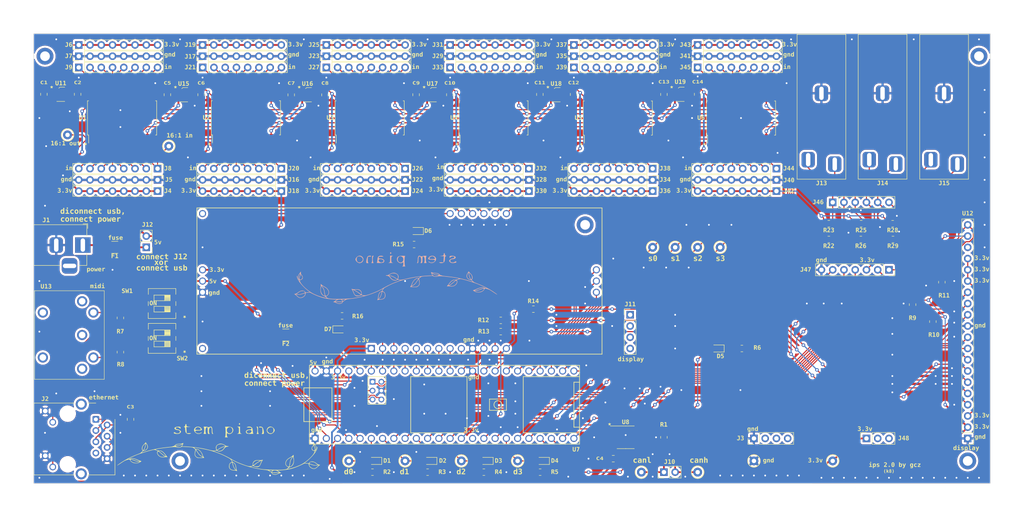
<source format=kicad_pcb>
(kicad_pcb (version 20240108) (generator "pcbnew") (generator_version "8.0")
  (layers (0 "F.Cu" signal) (31 "B.Cu" signal) (34 "B.Paste" user) (35 "F.Paste" user) (36 "B.SilkS" user "B.Silkscreen") (37 "F.SilkS" user "F.Silkscreen") (38 "B.Mask" user) (39 "F.Mask" user) (44 "Edge.Cuts" user))
  (net 0 "")
  (net 1 "Net-(U1-COM)")
  (net 2 "+5V")
  (net 3 "Net-(U1-S1)")
  (net 4 "Net-(J4-Pin_1)")
  (net 5 "Net-(J2-RCT)")
  (net 6 "GND")
  (net 7 "Net-(U1-S3)")
  (net 8 "Net-(J18-Pin_1)")
  (net 9 "Net-(U1-S0)")
  (net 10 "Net-(J24-Pin_1)")
  (net 11 "Net-(U1-S2)")
  (net 12 "Net-(J30-Pin_1)")
  (net 13 "Net-(J36-Pin_1)")
  (net 14 "Net-(J42-Pin_1)")
  (net 15 "Net-(D1-K)")
  (net 16 "Net-(D1-A)")
  (net 17 "Net-(D2-K)")
  (net 18 "Net-(D2-A)")
  (net 19 "Net-(U2-COM)")
  (net 20 "Net-(D3-K)")
  (net 21 "Net-(D3-A)")
  (net 22 "Net-(D4-K)")
  (net 23 "Net-(D4-A)")
  (net 24 "Net-(D5-K)")
  (net 25 "Net-(D5-A)")
  (net 26 "Net-(J1-VOUT)")
  (net 27 "/TD+")
  (net 28 "/TD-")
  (net 29 "/RD+")
  (net 30 "/RD-")
  (net 31 "Net-(J2-LEDG_A)")
  (net 32 "Net-(J2-LEDY_A)")
  (net 33 "Net-(J8-Pin_1)")
  (net 34 "Net-(J8-Pin_2)")
  (net 35 "Net-(J8-Pin_3)")
  (net 36 "Net-(J8-Pin_4)")
  (net 37 "Net-(U3-COM)")
  (net 38 "Net-(J8-Pin_5)")
  (net 39 "Net-(J8-Pin_6)")
  (net 40 "Net-(J8-Pin_7)")
  (net 41 "Net-(J8-Pin_8)")
  (net 42 "Net-(J9-Pin_1)")
  (net 43 "Net-(J9-Pin_2)")
  (net 44 "Net-(J9-Pin_3)")
  (net 45 "Net-(J9-Pin_4)")
  (net 46 "Net-(J9-Pin_5)")
  (net 47 "Net-(J9-Pin_6)")
  (net 48 "Net-(J9-Pin_7)")
  (net 49 "Net-(J9-Pin_8)")
  (net 50 "Net-(J10-Pin_1)")
  (net 51 "Net-(J10-Pin_2)")
  (net 52 "Net-(J20-Pin_1)")
  (net 53 "Net-(J20-Pin_2)")
  (net 54 "Net-(J20-Pin_3)")
  (net 55 "Net-(J20-Pin_4)")
  (net 56 "Net-(J20-Pin_5)")
  (net 57 "Net-(U4-COM)")
  (net 58 "Net-(J20-Pin_6)")
  (net 59 "Net-(J20-Pin_7)")
  (net 60 "Net-(J20-Pin_8)")
  (net 61 "Net-(J21-Pin_1)")
  (net 62 "Net-(J21-Pin_2)")
  (net 63 "Net-(J21-Pin_3)")
  (net 64 "Net-(J21-Pin_4)")
  (net 65 "Net-(J21-Pin_5)")
  (net 66 "Net-(J21-Pin_6)")
  (net 67 "Net-(J21-Pin_7)")
  (net 68 "Net-(J21-Pin_8)")
  (net 69 "Net-(J26-Pin_1)")
  (net 70 "Net-(J26-Pin_2)")
  (net 71 "Net-(J26-Pin_3)")
  (net 72 "Net-(J26-Pin_4)")
  (net 73 "Net-(J26-Pin_5)")
  (net 74 "Net-(J26-Pin_6)")
  (net 75 "Net-(J26-Pin_7)")
  (net 76 "Net-(J26-Pin_8)")
  (net 77 "Net-(U5-COM)")
  (net 78 "Net-(J27-Pin_1)")
  (net 79 "Net-(J27-Pin_2)")
  (net 80 "Net-(J27-Pin_3)")
  (net 81 "Net-(J27-Pin_4)")
  (net 82 "Net-(J27-Pin_5)")
  (net 83 "Net-(J27-Pin_6)")
  (net 84 "Net-(J27-Pin_7)")
  (net 85 "Net-(J27-Pin_8)")
  (net 86 "Net-(J32-Pin_1)")
  (net 87 "Net-(J32-Pin_2)")
  (net 88 "Net-(J32-Pin_3)")
  (net 89 "Net-(J32-Pin_4)")
  (net 90 "Net-(J32-Pin_5)")
  (net 91 "Net-(J32-Pin_6)")
  (net 92 "Net-(J32-Pin_7)")
  (net 93 "Net-(J32-Pin_8)")
  (net 94 "Net-(J33-Pin_1)")
  (net 95 "Net-(J33-Pin_2)")
  (net 96 "Net-(J33-Pin_3)")
  (net 97 "Net-(U6-COM)")
  (net 98 "Net-(J33-Pin_4)")
  (net 99 "Net-(J33-Pin_5)")
  (net 100 "Net-(J33-Pin_6)")
  (net 101 "Net-(J33-Pin_7)")
  (net 102 "Net-(J33-Pin_8)")
  (net 103 "Net-(J38-Pin_1)")
  (net 104 "Net-(J38-Pin_2)")
  (net 105 "Net-(J38-Pin_3)")
  (net 106 "Net-(J38-Pin_4)")
  (net 107 "Net-(J38-Pin_5)")
  (net 108 "Net-(J38-Pin_6)")
  (net 109 "Net-(J38-Pin_7)")
  (net 110 "Net-(J38-Pin_8)")
  (net 111 "Net-(J39-Pin_1)")
  (net 112 "Net-(J39-Pin_2)")
  (net 113 "Net-(J39-Pin_3)")
  (net 114 "Net-(J39-Pin_4)")
  (net 115 "Net-(J39-Pin_5)")
  (net 116 "Net-(J39-Pin_6)")
  (net 117 "Net-(J39-Pin_7)")
  (net 118 "Net-(J39-Pin_8)")
  (net 119 "Net-(J44-Pin_1)")
  (net 120 "Net-(J44-Pin_2)")
  (net 121 "Net-(J44-Pin_3)")
  (net 122 "Net-(J44-Pin_4)")
  (net 123 "Net-(J44-Pin_5)")
  (net 124 "Net-(J44-Pin_6)")
  (net 125 "Net-(J44-Pin_7)")
  (net 126 "Net-(J44-Pin_8)")
  (net 127 "Net-(J45-Pin_1)")
  (net 128 "Net-(J45-Pin_2)")
  (net 129 "Net-(U7-39_A15_L6)")
  (net 130 "Net-(U7-40_A16_L7)")
  (net 131 "Net-(U7-41_A17)")
  (net 132 "Net-(J45-Pin_3)")
  (net 133 "Net-(J45-Pin_4)")
  (net 134 "Net-(J45-Pin_5)")
  (net 135 "Net-(J45-Pin_6)")
  (net 136 "Net-(J45-Pin_7)")
  (net 137 "Net-(J45-Pin_8)")
  (net 138 "Net-(U7-3_LRCLK2_D4)")
  (net 139 "Net-(U13-DATA)")
  (net 140 "Net-(J48-Pin_1)")
  (net 141 "Net-(U13-VREF)")
  (net 142 "Net-(U7-22_A8_TP2)")
  (net 143 "Net-(U7-2_OUT2_D5)")
  (net 144 "Net-(U7-19_SCL_A5)")
  (net 145 "Net-(U7-18_SDA_A4)")
  (net 146 "Net-(U7-17_A3)")
  (net 147 "Net-(U7-16_A2)")
  (net 148 "Net-(U7-15_A1)")
  (net 149 "Net-(U12-CS)")
  (net 150 "Net-(U7-12_MISO)")
  (net 151 "Net-(U12-D{slash}C)")
  (net 152 "Net-(U12-RESET)")
  (net 153 "Net-(U12-LITE)")
  (net 154 "Net-(U12-IRQ)")
  (net 155 "Net-(J47-Pin_4)")
  (net 157 "Net-(U12-SCL)")
  (net 158 "Net-(U12-SDA)")
  (net 159 "Net-(U7-14_A0)")
  (net 160 "Net-(U7-13_SCK)")
  (net 161 "Net-(U7-28_RX7)")
  (net 162 "Net-(U7-29_TX7)")
  (net 163 "Net-(U7-30_CRX3)")
  (net 164 "Net-(U7-31_CTX3)")
  (net 165 "Net-(U12-3Vo)")
  (net 174 "Net-(J47-Pin_5)")
  (net 175 "Net-(U7-0_CS1_D7)")
  (net 176 "Net-(U7-11_MOSI)")
  (net 177 "Net-(J47-Pin_6)")
  (net 178 "Net-(D6-K)")
  (net 179 "Net-(D6-A)")
  (net 180 "Net-(D7-K)")
  (net 181 "Net-(D7-A)")
  (net 182 "Net-(J46-Pin_1)")
  (net 183 "Net-(J46-Pin_2)")
  (net 184 "Net-(J46-Pin_3)")
  (net 185 "Net-(J46-Pin_4)")
  (net 186 "Net-(J46-Pin_5)")
  (net 187 "Net-(J46-Pin_6)")
  (net 188 "Net-(U7-1_MISO1_D6)")
  (net 191 "Net-(J12-Pin_1)")
  (net 192 "Net-(U7-5VI{slash}O)")
  (net 196 "Net-(J47-Pin_2)")
  (net 197 "Net-(J47-Pin_1)")
  (footprint "stem_piano_footprints:R_0805_2012_1.20x1.40mm_medpad" (layer "F.Cu") (at 185.42 131.826 -90)
    (property "Reference" "R1")
    (property "Value" "120" (hide yes))
  )
  (footprint "stem_piano_footprints:BarrelJack_Horizontal_correct_edge" (layer "F.Cu") (at 54.2575 88.392)
    (property "Reference" "J1")
    (property "Value" "BarrelJack5V")
  )
  (footprint "stem_piano_footprints:C_0805_2012_1.18x1.45mm_medpad" (layer "F.Cu") (at 53.086 54.322 -90)
    (property "Reference" "C2")
    (property "Value" "1uF" (hide yes))
  )
  (footprint "stem_piano_footprints:PinHeader_1x08_P2.54mm_Vertical_smallcourtyard" (layer "F.Cu") (at 81.28 45.72 90)
    (property "Reference" "J17")
    (property "Value" "Conn_01x08_Pin")
  )
  (footprint "stem_piano_footprints:PinHeader_1x08_P2.54mm_Vertical_smallcourtyard" (layer "F.Cu") (at 182.88 71.12 -90)
    (property "Reference" "J38")
    (property "Value" "Conn_01x08_Pin")
  )
  (footprint "stem_piano_footprints:PinHeader_1x08_P2.54mm_Vertical_smallcourtyard" (layer "F.Cu") (at 99.06 76.2 -90)
    (property "Reference" "J18")
    (property "Value" "Conn_01x08_Pin")
  )
  (footprint "stem_piano_footprints:R_0805_2012_1.20x1.40mm_medpad" (layer "F.Cu") (at 229.94 83.566 180)
    (property "Reference" "R25")
    (property "Value" "4700" (hide yes))
  )
  (footprint "stem_piano_footprints:R_0805_2012_1.20x1.40mm_medpad" (layer "F.Cu") (at 62.738 104.8512 90)
    (property "Reference" "R7")
    (property "Value" "47" (hide yes))
  )
  (footprint "stem_piano_footprints:PinHeader_1x08_P2.54mm_Vertical_smallcourtyard" (layer "F.Cu") (at 137.16 45.72 90)
    (property "Reference" "J29")
    (property "Value" "Conn_01x08_Pin")
  )
  (footprint "stem_piano_footprints:C_0805_2012_1.18x1.45mm_medpad" (layer "F.Cu") (at 101.2945 54.454 -90)
    (property "Reference" "C7")
    (property "Value" "1uF" (hide yes))
  )
  (footprint "TestPoint:TestPoint_Keystone_5000-5004_Miniature" (layer "F.Cu") (at 193.04 88.9)
    (property "Reference" "TP14" (hide yes))
    (property "Value" "s2")
  )
  (footprint "stem_piano_footprints:Teensy41_ringpads" (layer "F.Cu") (at 135.89 124.46)
    (property "Reference" "U7")
    (property "Value" "Teensy4.1_all_pins" (hide yes))
  )
  (footprint "TestPoint:TestPoint_Keystone_5000-5004_Miniature" (layer "F.Cu") (at 223.52 137.16)
    (property "Reference" "TP22" (hide yes))
    (property "Value" "V3.3")
  )
  (footprint "stem_piano_footprints:SW_DIP_SPSTx02_Slide_medpad" (layer "F.Cu") (at 72.136 101.6 180)
    (property "Reference" "SW1")
    (property "Value" "SW_DIP_x02" (hide yes))
  )
  (footprint "stem_piano_footprints:C_0805_2012_1.18x1.45mm_medpad" (layer "F.Cu") (at 65.024 127.762 -90)
    (property "Reference" "C3")
    (property "Value" "0.1uF" (hide yes))
  )
  (footprint "MountingHole:MountingHole_2.2mm_M2_DIN965_Pad_TopBottom" (layer "F.Cu") (at 45.72 45.72)
    (property "Reference" "H1" (hide yes))
    (property "Value" "MountingHole")
  )
  (footprint "stem_piano_footprints:PinHeader_1x08_P2.54mm_Vertical_smallcourtyard" (layer "F.Cu") (at 81.28 43.18 90)
    (property "Reference" "J19")
    (property "Value" "Conn_01x08_Pin")
  )
  (footprint "stem_piano_footprints:SOIC-24_7.5x15.4mm_P1.27mm_medpad" (layer "F.Cu") (at 63.119 59.6644 90)
    (property "Reference" "U1")
    (property "Value" "CD74HC4067")
  )
  (footprint "Connector_PinHeader_2.54mm:PinHeader_1x20_P2.54mm_Vertical" (layer "F.Cu") (at 254 132.08 180)
    (property "Reference" "U12")
    (property "Value" "Adafruit_28_CTouch_TFT")
  )
  (footprint "stem_piano_footprints:PinHeader_1x08_P2.54mm_Vertical_smallcourtyard" (layer "F.Cu") (at 71.12 76.2 -90)
    (property "Reference" "J4")
    (property "Value" "Conn_01x08_Pin")
  )
  (footprint "TestPoint:TestPoint_Keystone_5000-5004_Miniature" (layer "F.Cu") (at 73.66 66.04 90)
    (property "Reference" "TP19" (hide yes))
    (property "Value" "u1_i0")
  )
  (footprint "stem_piano_footprints:R_0805_2012_1.20x1.40mm_medpad" (layer "F.Cu") (at 241.554 101.848 -90)
    (property "Reference" "R9")
    (property "Value" "100K" (hide yes))
  )
  (footprint "stem_piano_footprints:PinHeader_1x08_P2.54mm_Vertical_smallcourtyard" (layer "F.Cu") (at 154.94 71.12 -90)
    (property "Reference" "J32")
    (property "Value" "Conn_01x08_Pin")
  )
  (footprint "stem_piano_footprints:LED_0805_2012_1.18x1.45mm_medpad2" (layer "F.Cu") (at 132.08 137.16 180)
    (property "Reference" "D2")
    (property "Value" "LED" (hide yes))
  )
  (footprint "MountingHole:MountingHole_2.2mm_M2_DIN965_Pad_TopBottom" (layer "F.Cu") (at 76.2 137.16)
    (property "Reference" "H2" (hide yes))
    (property "Value" "MountingHole")
  )
  (footprint "TestPoint:TestPoint_Keystone_5000-5004_Miniature" (layer "F.Cu") (at 182.88 88.9)
    (property "Reference" "TP12" (hide yes))
    (property "Value" "s0")
  )
  (footprint "stem_piano_footprints:SOIC-24_7.5x15.4mm_P1.27mm_medpad" (layer "F.Cu") (at 175.006 59.69 90)
    (property "Reference" "U5")
    (property "Value" "CD74HC4067")
  )
  (footprint "stem_piano_footprints:R_0805_2012_1.20x1.40mm_medpad" (layer "F.Cu") (at 148.59 105.41)
    (property "Reference" "R12")
    (property "Value" "0" (hide yes))
  )
  (footprint "stem_piano_footprints:PinHeader_1x08_P2.54mm_Vertical_smallcourtyard" (layer "F.Cu") (at 137.16 43.18 90)
    (property "Reference" "J31")
    (property "Value" "Conn_01x08_Pin")
  )
  (footprint "stem_piano_footprints:PinHeader_1x08_P2.54mm_Vertical_smallcourtyard" (layer "F.Cu") (at 165.1 45.72 90)
    (property "Reference" "J35")
    (property "Value" "Conn_01x08_Pin")
  )
  (footprint "stem_piano_footprints:C_0805_2012_1.18x1.45mm_medpad" (layer "F.Cu") (at 165.0375 54.356 -90)
    (property "Reference" "C12")
    (property "Value" "1uF" (hide yes))
  )
  (footprint "stem_piano_footprints:PinHeader_1x08_P2.54mm_Vertical_smallcourtyard" (layer "F.Cu") (at 193.04 45.72 90)
    (property "Reference" "J41")
    (property "Value" "Conn_01x08_Pin")
  )
  (footprint "stem_piano_footprints:C_0805_2012_1.18x1.45mm_medpad" (layer "F.Cu") (at 108.9145 54.454 -90)
    (property "Reference" "C8")
    (property "Value" "1uF" (hide yes))
  )
  (footprint "stem_piano_footprints:PinHeader_1x08_P2.54mm_Vertical_smallcourtyard" (layer "F.Cu") (at 109.22 43.18 90)
    (property "Reference" "J25")
    (property "Value" "Conn_01x08_Pin")
  )
  (footprint "MountingHole:MountingHole_2.2mm_M2_DIN965_Pad_TopBottom" (layer "F.Cu") (at 254 137.16)
    (property "Reference" "H3" (hide yes))
    (property "Value" "MountingHole")
  )
  (footprint "stem_piano_footprints:PinHeader_1x08_P2.54mm_Vertical_smallcourtyard" (layer "F.Cu") (at 81.31 48.26 90)
    (property "Reference" "J21")
    (property "Value" "Conn_01x08_Pin")
  )
  (footprint "stem_piano_footprints:PinHeader_1x08_P2.54mm_Vertical_smallcourtyard" (layer "F.Cu") (at 210.82 76.2 -90)
    (property "Reference" "J42")
    (property "Value" "Conn_01x08_Pin")
  )
  (footprint "stem_piano_footprints:sca00_board" (layer "F.Cu") (at 127 99.06)
    (property "Reference" "U9" (hide yes))
    (property "Value" "sca00_board" (hide yes))
  )
  (footprint "stem_piano_footprints:PinHeader_1x08_P2.54mm_Vertical_smallcourtyard" (layer "F.Cu") (at 154.94 76.2 -90)
    (property "Reference" "J30")
    (property "Value" "Conn_01x08_Pin")
  )
  (footprint "stem_piano_footprints:PinHeader_1x08_P2.54mm_Vertical_smallcourtyard" (layer "F.Cu") (at 210.82 73.66 -90)
    (property "Reference" "J40")
    (property "Value" "Conn_01x08_Pin")
  )
  (footprint "stem_piano_footprints:SOIC-24_7.5x15.4mm_P1.27mm_medpad" (layer "F.Cu") (at 146.939 59.6644 90)
    (property "Reference" "U4")
    (property "Value" "CD74HC4067")
  )
  (footprint "stem_piano_footprints:SOT-23-5_medpad" (layer "F.Cu") (at 161.106 54.422)
    (property "Reference" "U18")
    (property "Value" "LDO" (hide yes))
  )
  (footprint "MountingHole:MountingHole_2.2mm_M2_DIN965_Pad_TopBottom" (layer "F.Cu") (at 167.64 83.82)
    (property "Reference" "H5" (hide yes))
    (property "Value" "MountingHole")
  )
  (footprint "stem_piano_footprints:C_0805_2012_1.18x1.45mm_medpad" (layer "F.Cu") (at 157.4175 54.356 -90)
    (property "Reference" "C11")
    (property "Value" "1uF" (hide yes))
  )
  (footprint "stem_piano_footprints:R_0805_2012_1.20x1.40mm_medpad" (layer "F.Cu") (at 222.644 87.122 180)
    (property "Reference" "R22")
    (property "Value" "10" (hide yes))
  )
  (footprint "stem_piano_footprints:R_0805_2012_1.20x1.40mm_medpad" (layer "F.Cu") (at 246.126 105.68 -90)
    (property "Reference" "R10")
    (property "Value" "100K" (hide yes))
  )
  (footprint "stem_piano_footprints:fp1210_3225_1.30x2.65mm_medpad" (layer "F.Cu") (at 100.076 108.712)
    (property "Reference" "F2")
    (property "Value" "Fuse")
  )
  (footprint "stem_piano_footprints:C_0805_2012_1.18x1.45mm_medpad" (layer "F.Cu") (at 80.9635 54.422 -90)
    (property "Reference" "C6")
    (property "Value" "1uF" (hide yes))
  )
  (footprint "stem_piano_footprints:PinHeader_1x08_P2.54mm_Vertical_smallcourtyard" (layer "F.Cu") (at 193.04 43.18 90)
    (property "Reference" "J43")
    (property "Value" "Conn_01x08_Pin")
  )
  (footprint "Connector_PinHeader_2.54mm:PinHeader_1x06_P2.54mm_Vertical" (layer "F.Cu") (at 223.52 78.74 90)
    (property "Reference" "J46")
    (property "Value" "Conn_01x06_Pin")
  )
  (footprint "stem_piano_footprints:PinHeader_1x08_P2.54mm_Vertical_smallcourtyard" (layer "F.Cu") (at 99.06 73.66 -90)
    (property "Reference" "J16")
    (property "Value" "Conn_01x08_Pin")
  )
  (footprint "stem_piano_footprints:LED_0805_2012_1.18x1.45mm_medpad2" (layer "F.Cu") (at 144.78 137.16 180)
    (property "Reference" "D3")
    (property "Value" "LED" (hide yes))
  )
  (footprint "stem_piano_footprints:PinHeader_1x08_P2.54mm_Vertical_smallcourtyard" (layer "F.Cu") (at 127 71.12 -90)
    (property "Reference" "J26")
    (property "Value" "Conn_01x08_Pin")
  )
  (footprint "stem_piano_footprints:stem_name_1inch" (layer "F.Cu") (at 86.36 130.302)
    (property "Reference" "G***" (hide yes))
    (property "Value" "LOGO" (hide yes))
  )
  (footprint "TestPoint:TestPoint_Keystone_5000-5004_Miniature" (layer "F.Cu") (at 50.8 63.5)
    (property "Reference" "TP5" (hide yes))
    (property "Value" "u1_com" (hide yes))
  )
  (footprint "stem_piano_footprints:PinHeader_1x08_P2.54mm_Vertical_smallcourtyard" (layer "F.Cu") (at 154.94 73.66 -90)
    (property "Reference" "J28")
    (property "Value" "Conn_01x08_Pin")
  )
  (footprint "stem_piano_footprints:SOIC-24_7.5x15.4mm_P1.27mm_medpad" (layer "F.Cu") (at 118.999 59.6644 90)
    (property "Reference" "U3")
    (property "Value" "CD74HC4067")
  )
  (footprint "TestPoint:TestPoint_Keystone_5000-5004_Miniature" (layer "F.Cu") (at 152.4 137.16)
    (property "Reference" "TP11" (hide yes))
    (property "Value" "d4")
  )
  (footprint "stem_piano_footprints:LED_0805_2012_1.18x1.45mm_medpad2" (layer "F.Cu") (at 129.032 85.217 180)
    (property "Reference" "D6")
    (property "Value" "LED" (hide yes))
  )
  (footprint "stem_piano_footprints:R_0805_2012_1.20x1.40mm_medpad" (layer "F.Cu") (at 229.87 87.122 180)
    (property "Reference" "R26")
    (property "Value" "10" (hide yes))
  )
  (footprint "stem_piano_footprints:LED_0805_2012_1.18x1.45mm_medpad2" (layer "F.Cu") (at 112.776 107.442)
    (property "Reference" "D7")
    (property "Value" "LED" (hide yes))
  )
  (footprint "TestPoint:TestPoint_Keystone_5000-5004_Miniature" (layer "F.Cu") (at 187.96 88.9)
    (property "Reference" "TP13" (hide yes))
    (property "Value" "s1")
  )
  (footprint "stem_piano_footprints:stem_branch_2inch" (layer "F.Cu") (at 84.582 136.652)
    (property "Reference" "G***" (hide yes))
    (property "Value" "LOGO" (hide yes))
  )
  (footprint "stem_piano_footprints:R_0805_2012_1.20x1.40mm_medpad" (layer "F.Cu") (at 203.016 111.76)
    (property "Reference" "R6")
    (property "Value" "7500" (hide yes))
  )
  (footprint "stem_piano_footprints:R_0805_2012_1.20x1.40mm_medpad" (layer "F.Cu") (at 112.776 104.394)
    (property "Reference" "R16")
    (property "Value" "7500" (hide yes))
  )
  (footprint "stem_piano_footprints:R_0805_2012_1.20x1.40mm_medpad" (layer "F.Cu") (at 132.08 139.7 180)
    (property "Reference" "R3")
    (property "Value" "7500" (hide yes))
  )
  (footprint "TestPoint:TestPoint_Keystone_5000-5004_Miniature" (layer "F.Cu") (at 198.12 88.9)
    (property "Reference" "TP15" (hide yes))
    (property "Value" "s3")
  )
  (footprint "stem_piano_footprints:LED_0805_2012_1.18x1.45mm_medpad2" (layer "F.Cu") (at 157.48 137.16 180)
    (property "Reference" "D4")
    (property "Value" "LED" (hide yes))
  )
  (footprint "TestPoint:TestPoint_Keystone_5000-5004_Miniature" (layer "F.Cu") (at 193.04 139.7)
    (property "Reference" "TP6" (hide yes))
    (property "Value" "canh")
  )
  (footprint "stem_piano_footprints:uxcell_audio_quarter_inch" (layer "F.Cu") (at 234.775 54.088)
    (property "Reference" "J14")
    (property "Value" "AudioJack2_SwitchT" (hide yes))
  )
  (footprint "Connector_PinHeader_2.54mm:PinHeader_1x02_P2.54mm_Vertical" (layer "F.Cu") (at 185.42 139.7 90)
    (property "Reference" "J10")
    (property "Value" "Conn_01x02_Pin")
  )
  (footprint "stem_piano_footprints:PinHeader_1x08_P2.54mm_Vertical_smallcourtyard" (layer "F.Cu") (at 182.88 73.66 -90)
    (property "Reference" "J34")
    (property "Value" "Conn_01x08_Pin")
  )
  (footprint "stem_piano_footprints:R_0805_2012_1.20x1.40mm_medpad" (layer "F.Cu") (at 248.158 96.774 90)
    (property "Reference" "R11")
    (property "Value" "100K" (hide yes))
  )
  (footprint "Connector_PinSocket_2.54mm:PinSocket_1x07_P2.54mm_Vertical" (layer "F.Cu") (at 236.22 93.98 -90)
    (property "Reference" "J47")
    (property "Value" "Conn_01x07_Pin")
  )
  (footprint "stem_piano_footprints:LED_0805_2012_1.18x1.45mm_medpad2" (layer "F.Cu") (at 196.92 111.76 180)
    (property "Reference" "D5")
    (property "Value" "LED" (hide yes))
  )
  (footprint "TestPoint:TestPoint_Keystone_5000-5004_Miniature" (layer "F.Cu") (at 114.3 137.16)
    (property "Reference" "TP8" (hide yes))
    (property "Value" "d1")
  )
  (footprint "stem_piano_footprints:SOT-23-5_medpad" (layer "F.Cu") (at 189.1085 54.322)
    (property "Reference" "U19")
    (property "Value" "LDO" (hide yes))
  )
  (footprint "stem_piano_footprints:C_0805_2012_1.18x1.45mm_medpad" (layer "F.Cu") (at 193.04 54.322 -90)
    (property "Reference" "C14")
    (property "Value" "1uF" (hide yes))
  )
  (footprint "TestPoint:TestPoint_Keystone_5000-5004_Miniature" (layer "F.Cu") (at 139.7 137.16)
    (property "Reference" "TP10" (hide yes))
    (property "Value" "d3")
  )
  (footprint "stem_piano_footprints:R_0805_2012_1.20x1.40mm_medpad" (layer "F.Cu") (at 148.59 107.95)
    (property "Reference" "R13")
    (property "Value" "0" (hide yes))
  )
  (footprint "stem_piano_footprints:C_0805_2012_1.18x1.45mm_medpad" (layer "F.Cu") (at 129.4775 54.422 -90)
    (property "Reference" "C9")
    (property "Value" "1uF" (hide yes))
  )
  (footprint "stem_piano_footprints:SOT-23-5_medpad" (layer "F.Cu") (at 49.276 54.322)
    (property "Reference" "U11")
    (property "Value" "LDO" (hide yes))
  )
  (footprint "stem_piano_footprints:fp1210_3225_1.30x2.65mm_medpad" (layer "F.Cu") (at 61.468 88.9)
    (property "Reference" "F1")
    (property "Value" "Fuse")
  )
  (footprint "stem_piano_footprints:R_0805_2012_1.20x1.40mm_medpad" (layer "F.Cu") (at 129.032 88.265 180)
    (property "Reference" "R15")
    (property "Value" "7500" (hide yes))
  )
  (footprint "stem_piano_footprints:PinHeader_1x08_P2.54mm_Vertical_smallcourtyard" (layer "F.Cu") (at 109.22 48.26 90)
    (property "Reference" "J27")
    (property "Value" "Conn_01x08_Pin")
  )
  (footprint "stem_piano_footprints:PinHeader_1x08_P2.54mm_Vertical_smallcourtyard" (layer "F.Cu") (at 210.82 71.12 -90)
    (property "Reference" "J44")
    (property "Value" "Conn_01x08_Pin")
  )
  (footprint "stem_piano_footprints:R_0805_2012_1.20x1.40mm_medpad" (layer "F.Cu") (at 237.052 83.566 180)
    (property "Reference" "R28")
    (property "Value" "4700" (hide yes))
  )
  (footprint "stem_piano_footprints:SW_DIP_SPSTx02_Slide_medpad" (layer "F.Cu") (at 72.136 109.474 180)
    (property "Reference" "SW2")
    (property "Value" "SW_DIP_x02" (hide yes))
  )
  (footprint "stem_piano_footprints:C_0805_2012_1.18x1.45mm_medpad" (layer "F.Cu") (at 73.3435 54.422 -90)
    (property "Reference" "C5")
    (property "Value" "1uF" (hide yes))
  )
  (footprint "stem_piano_footprints:PinHeader_1x08_P2.54mm_Vertical_smallcourtyard" (layer "F.Cu") (at 165.1 43.18 90)
    (property "Reference" "J37")
    (property "Value" "Conn_01x08_Pin")
  )
  (footprint "stem_piano_footprints:R_0805_2012_1.20x1.40mm_medpad" (layer "F.Cu") (at 155.956 102.87)
    (property "Reference" "R14")
    (property "Value" "0" (hide yes))
  )
  (footprint "stem_piano_footprints:R_0805_2012_1.20x1.40mm_medpad" (layer "F.Cu") (at 237.122 87.122 180)
    (property "Reference" "R29")
    (property "Value" "10" (hide yes))
  )
  (footprint "TestPoint:TestPoint_Keystone_5000-5004_Miniature" (layer "F.Cu") (at 180.34 139.7)
    (property "Reference" "TP7" (hide yes))
    (property "Value" "canl")
  )
  (footprint "stem_piano_footprints:C_0805_2012_1.18x1.45mm_medpad" (layer "F.Cu") (at 137.0975 54.422 -90)
    (property "Reference" "C10")
    (property "Value" "1uF" (hide yes))
  )
  (footprint "MountingHole:MountingHole_2.2mm_M2_DIN965_Pad_TopBottom" (layer "F.Cu") (at 256.54 45.72)
    (property "Reference" "H4" (hide yes))
    (property "Value" "MountingHole")
  )
  (footprint "stem_piano_footprints:SOIC-24_7.5x15.4mm_P1.27mm_medpad" (layer "F.Cu") (at 202.819 59.6898 90)
    (property "Reference" "U6")
    (property "Value" "CD74HC4067")
  )
  (footprint "Connector_PinHeader_2.54mm:PinHeader_1x04_P2.54mm_Vertical" (layer "F.Cu") (at 205.74 132.08 90)
    (property "Reference" "J3")
    (property "Value" "Conn_01x04_Pin")
  )
  (footprint "Connector_PinHeader_2.54mm:PinHeader_1x04_P2.54mm_Vertical" (layer "F.Cu") (at 177.8 104.14)
    (property "Reference" "J11")
    (property "Value" "Conn_01x04_Pin")
  )
  (footprint "stem_piano_footprints:R_0805_2012_1.20x1.40mm_medpad" (layer "F.Cu") (at 144.78 139.7 180)
    (property "Reference" "R4")
    (property "Value" "7500" (hide yes))
  )
  (footprint "stem_piano_footprints:PinHeader_1x08_P2.54mm_Vertical_smallcourtyard" (layer "F.Cu") (at 137.16 48.26 90)
    (property "Reference" "J33")
    (property "Value" "Conn_01x08_Pin")
  )
  (footprint "stem_piano_footprints:PinHeader_1x08_P2.54mm_Vertical_smallcourtyard" (layer "F.Cu") (at 53.34 48.26 90)
    (property "Reference" "J9")
    (property "Value" "Conn_01x08_Pin")
  )
  (footprint "stem_piano_footprints:C_0805_2012_1.18x1.45mm_medpad" (layer "F.Cu") (at 173.99 136.652 180)
    (property "Reference" "C4")
    (property "Value" "1uF" (hide yes))
  )
  (footprint "stem_piano_footprints:LED_0805_2012_1.18x1.45mm_medpad2" (layer "F.Cu") (at 119.634 137.16 180)
    (property "Reference" "D1")
    (property "Value" "LED" (hide yes))
  )
  (footprint "stem_piano_footprints:PinHeader_1x08_P2.54mm_Vertical_smallcourtyard" (layer "F.Cu") (at 109.22 45.72 90)
    (property "Reference" "J23")
    (property "Value" "Conn_01x08_Pin")
  )
  (footprint "TestPoint:TestPoint_Keystone_5000-5004_Miniature" (layer "F.Cu") (at 127 137.16)
    (property "Reference" "TP9" (hide yes))
    (property "Value" "d2")
  )
  (footprint "stem_piano_footprints:uxcell_audio_quarter_inch" (layer "F.Cu") (at 220.98 54.1)
    (property "Reference" "J13")
    (property "Value" "AudioJack2_SwitchT" (hide yes))
  )
  (footprint "stem_piano_footprints:R_0805_2012_1.20x1.40mm_medpad" (layer "F.Cu") (at 222.644 83.566 180)
    (property "Reference" "R23")
    (property "Value" "4700" (hide yes))
  )
  (footprint "stem_piano_footprints:PinHeader_1x08_P2.54mm_Vertical_smallcourtyard" (layer "F.Cu") (at 127 73.66 -90)
    (property "Reference" "J22")
    (property "Value" "Conn_01x08_Pin")
  )
  (footprint "stem_piano_footprints:SOT-23-5_medpad" (layer "F.Cu") (at 104.972 54.422)
    (property "Reference" "U16")
    (property "Value" "LDO" (hide yes))
  )
  (footprint "Connector_PinHeader_2.54mm:PinHeader_1x02_P2.54mm_Vertical" (layer "F.Cu") (at 68.58 88.9 180)
    (property "Reference" "J12")
    (property "Value" "Conn_01x02_Power")
  )
  (footprint "stem_piano_footprints:midi_rightangle_female" (layer "F.Cu") (at 54.102 108.712 90)
    (property "Reference" "U13")
    (property "Value" "midi_female" (hide yes))
  )
  (footprint "stem_piano_footprints:PinHeader_1x08_P2.54mm_Vertical_smallcourtyard" (layer "F.Cu") (at 99.06 71.12 -90)
    (property "Reference" "J20")
    (property "Value" "Conn_01x08_Pin")
  )
  (footprint "stem_piano_footprints:R_0805_2012_1.20x1.40mm_medpad" (layer "F.Cu") (at 119.634 139.7 180)
    (property "Reference" "R2")
    (property "Value" "7500" (hide yes))
  )
  (footprint "stem_piano_footprints:PinHeader_1x08_P2.54mm_Vertical_smallcourtyard" (layer "F.Cu") (at 127 76.2 -90)
    (property "Reference" "J24")
    (property "Value" "Conn_01x08_Pin")
  )
  (footprint "stem_piano_footprints:SOT-23-5_medpad" (layer "F.Cu") (at 133.166 54.422)
    (property "Reference" "U17")
    (property "Value" "LDO" (hide yes))
  )
  (footprint "Connector_PinSocket_2.54mm:PinSocket_1x03_P2.54mm_Vertical" (layer "F.Cu") (at 231.14 132.08 90)
    (property "Reference" "J48")
    (property "Value" "Conn_01x03_Pin")
  )
  (footprint "TestPoint:TestPoint_Keystone_5000-5004_Miniature" (layer "F.Cu") (at 205.74 137.16)
    (property "Reference" "TP21" (hide yes))
    (property "Value" "gnd")
  )
  (footprint "stem_piano_footprints:PinHeader_1x08_P2.54mm_Vertical_smallcourtyard" (layer "F.Cu") (at 71.12 71.12 -90)
    (property "Reference" "J8")
    (property "Value" "Conn_01x08_Pin")
  )
  (footprint "stem_piano_footprints:PinHeader_1x08_P2.54mm_Vertical_smallcourtyard" (layer "F.Cu") (at 182.88 76.2 -90)
    (property "Reference" "J36")
    (property "Value" "Conn_01x08_Pin")
  )
  (footprint "stem_piano_footprints:R_0805_2012_1.20x1.40mm_medpad" (layer "F.Cu") (at 157.48 139.7 180)
    (property "Reference" "R5")
    (property "Value" "7500" (hide yes))
  )
  (footprint "stem_piano_footprints:SOT-23-5_medpad" (layer "F.Cu") (at 77.032 54.422)
    (property "Reference" "U15")
    (property "Value" "LDO" (hide yes))
  )
  (footprint "stem_piano_footprints:SOIC-8_3.9x4.9mm_P1.27mm_medpad" (layer "F.Cu") (at 176.784 131.826)
    (property "Reference" "U8")
    (property "Value" "TCAN330G")
  )
  (footprint "stem_piano_footprints:R_0805_2012_1.20x1.40mm_medpad" (layer "F.Cu") (at 62.738 112.579 -90)
    (property "Reference" "R8")
    (property "Value" "47" (hide yes))
  )
  (footprint "stem_piano_footprints:RJ45_Cetus_J1B1211CCD_correct_edge" (layer "F.Cu") (at 57.2 127.762 -90)
    (property "Reference" "J2")
    (property "Value" "Cetus_J1B1211CCD")
  )
  (footprint "stem_piano_footprints:PinHeader_1x08_P2.54mm_Vertical_smallcourtyard" (layer "F.Cu") (at 53.34 45.72 90)
    (property "Reference" "J7")
    (property "Value" "Conn_01x08_Pin")
  )
  (footprint "stem_piano_footprints:C_0805_2012_1.18x1.45mm_medpad" (layer "F.Cu") (at 45.466 54.322 -90)
    (property "Reference" "C1")
    (property "Value" "1uF" (hide yes))
  )
  (footprint "stem_piano_footprints:PinHeader_1x08_P2.54mm_Vertical_smallcourtyard" (layer "F.Cu") (at 165.1 48.26 90)
    (property "Reference" "J39")
    (property "Value" "Conn_01x08_Pin")
  )
  (footprint "stem_piano_footprints:PinHeader_1x08_P2.54mm_Vertical_smallcourtyard" (layer "F.Cu") (at 193.04 48.26 90)
    (property "Reference" "J45")
    (property "Value" "Conn_01x08_Pin")
  )
  (footprint "stem_piano_footprints:C_0805_2012_1.18x1.45mm_medpad" (layer "F.Cu") (at 185.42 54.356 -90)
    (property "Reference" "C13")
    (property "Value" "1uF" (hide yes))
  )
  (footprint "stem_piano_footprints:PinHeader_1x08_P2.54mm_Vertical_smallcourtyard" (layer "F.Cu") (at 53.34 43.18 90)
    (property "Reference" "J6")
    (property "Value" "Conn_01x08_Pin")
  )
  (footprint "stem_piano_footprints:PinHeader_1x08_P2.54mm_Vertical_smallcourtyard" (layer "F.Cu") (at 71.12 73.66 -90)
    (property "Reference" "J5")
    (property "Value" "Conn_01x08_Pin")
  )
  (footprint "stem_piano_footprints:uxcell_audio_quarter_inch" (layer "F.Cu") (at 248.666 54.1)
    (property "Reference" "J15")
    (property "Value" "AudioJack2_SwitchT" (hide yes))
  )
  (footprint "stem_piano_footprints:SOIC-24_7.5x15.4mm_P1.27mm_medpad" (layer "F.Cu") (at 91.059 59.639 90)
    (property "Reference" "U2")
    (property "Value" "CD74HC4067")
  )
  (footprint "stem_piano_footprints:stem_name_1inch" (layer "B.Cu") (at 127 91.694 180)
    (property "Reference" "G***" (hide yes))
    (property "Value" "LOGO" (hide yes))
  )
  (footprint "stem_piano_footprints:stem_branch_2inch" (layer "B.Cu") (at 125.222 98.044 180)
    (property "Reference" "G***" (hide yes))
    (property "Value" "LOGO" (hide yes))
  )
  (gr_rect (start 43.18 40.64) (end 259.08 142.24) (stroke (width 0.1)) (fill none) (layer "Edge.Cuts"))
  (gr_text "3.3v" (at 140.208 130.81 0) (layer "F.SilkS") (effects (font (size 1 1) (thickness 0.25) (bold yes)) (justify left bottom)))
  (gr_text "gnd" (at 212.344 45.974 0) (layer "F.SilkS") (effects (font (size 1 1) (thickness 0.25) (bold yes)) (justify left bottom)))
  (gr_text "in" (at 128.524 48.768 0) (layer "F.SilkS") (effects (font (size 1 1) (thickness 0.25) (bold yes)) (justify left bottom)))
  (gr_text "diconnect usb," (at 49.149 81.534 0) (layer "F.SilkS") (effects (font (size 1.25 1.25) (thickness 0.25) (bold yes)) (justify left bottom)))
  (gr_text "in" (at 78.232 71.628 0) (layer "F.SilkS") (effects (font (size 1 1) (thickness 0.25) (bold yes)) (justify left bottom)))
  (gr_text "midi" (at 55.88 98.298 0) (layer "F.SilkS") (effects (font (size 1 1) (thickness 0.25) (bold yes)) (justify left bottom)))
  (gr_text "gnd" (at 140.1064 110.3884 0) (layer "F.SilkS") (effects (font (size 1 1) (thickness 0.25) (bold yes)) (justify left bottom)))
  (gr_text "3.3v" (at 212.09 43.688 0) (layer "F.SilkS") (effects (font (size 1 1) (thickness 0.25) (bold yes)) (justify left bottom)))
  (gr_text "in" (at 106.172 71.628 0) (layer "F.SilkS") (effects (font (size 1 1) (thickness 0.25) (bold yes)) (justify left bottom)))
  (gr_text "3.3v" (at 82.8294 94.5896 0) (layer "F.SilkS") (effects (font (size 1 1) (thickness 0.25) (bold yes)) (justify left bottom)))
  (gr_text "fuse" (at 59.944 87.376 0) (layer "F.SilkS") (effects (font (size 1 1) (thickness 0.25) (bold yes)) (justify left bottom)))
  (gr_text "in" (at 162.052 71.628 0) (layer "F.SilkS") (effects (font (size 1 1) (thickness 0.25) (bold yes)) (justify left bottom)))
  (gr_text "3.3v" (at 132.334 76.454 0) (layer "F.SilkS") (effects (font (size 1 1) (thickness 0.25) (bold yes)) (justify left bottom)))
  (gr_text "gnd" (at 105.791 130.7846 0) (layer "F.SilkS") (effects (font (size 1 1) (thickness 0.25) (bold yes)) (justify left bottom)))
  (gr_text "d2" (at 138.6 140.4 0) (layer "F.SilkS") (effects (font (size 1.25 1.25) (thickness 0.3) (bold yes)) (justify left bottom)))
  (gr_text "3.3v" (at 255.524 97.028 0) (layer "F.SilkS") (effects (font (size 1 1) (thickness 0.25) (bold yes)) (justify left bottom)))
  (gr_text "fuse" (at 98.298 107.188 0) (layer "F.SilkS") (effects (font (size 1 1) (thickness 0.25) (bold yes)) (justify left bottom)))
  (gr_text "in" (at 156.464 48.768 0) (layer "F.SilkS") (effects (font (size 1 1) (thickness 0.25) (bold yes)) (justify left bottom)))
  (gr_text "gnd" (at 161.036 74.168 0) (layer "F.SilkS") (effects (font (size 1 1) (thickness 0.25) (bold yes)) (justify left bottom)))
  (gr_text "s2" (at 192.024 92.202 0) (layer "F.SilkS") (effects (font (size 1.25 1.25) (thickness 0.3) (bold yes)) (justify left bottom)))
  (gr_text "3.3v" (at 229.108 130.556 0) (layer "F.SilkS") (effects (font (size 1 1) (thickness 0.25) (bold yes)) (justify left bottom)))
  (gr_text "xor" (at 70.358 93.091 0) (layer "F.SilkS") (effects (font (size 1.25 1.25) (thickness 0.25) (bold yes)) (justify left bottom)))
  (gr_text "gnd" (at 100.584 45.974 0) (layer "F.SilkS") (effects (font (size 1 1) (thickness 0.25) (bold yes)) (justify left bottom)))
  (gr_text "connect usb" (at 66.294 94.361 0) (layer "F.SilkS") (effects (font (size 1.25 1.25) (thickness 0.25) (bold yes)) (justify left bottom)))
  (gr_text "3.3v" (at 255.524 127.508 0) (layer "F.SilkS") (effects (font (size 1 1) (thickness 0.25) (bold yes)) (justify left bottom)))
  (gr_text "16:1 out" (at 46.99 66.04 0) (layer "F.SilkS") (effects (font (size 1 1) (thickness 0.25) (bold yes)) (justify left bottom)))
  (gr_text "5v" (at 105.41 115.57 0) (layer "F.SilkS") (effects (font (size 1 1) (thickness 0.25) (bold yes)) (justify left bottom)))
  (gr_text "3.3v" (at 115.5446 110.49 0) (layer "F.SilkS") (effects (font (size 1 1) (thickness 0.25) (bold yes)) (justify left bottom)))
  (gr_text "connect power" (at 49.149 83.312 0) (layer "F.SilkS") (effects (font (size 1.25 1.25) (thickness 0.25) (bold yes)) (justify left bottom)))
  (gr_text "gnd" (at 82.6516 99.7966 0) (layer "F.SilkS") (effects (font (size 1 1) (thickness 0.25) (bold yes)) (justify left bottom)))
  (gr_text "gnd" (at 105.156 74.168 0) (layer "F.SilkS") (effects (font (size 1 1) (thickness 0.25) (bold yes)) (justify left bottom)))
  (gr_text "ips 2.0 by gcz" (at 231.648 138.684 0) (layer "F.SilkS") (effects (font (size 1 1) (thickness 0.2) (bold yes)) (justify left bottom)))
  (gr_text "in" (at 212.344 48.768 0) (layer "F.SilkS") (effects (font (size 1 1) (thickness 0.25) (bold yes)) (justify left bottom)))
  (gr_text "d3" (at 151.4 140.4 0) (layer "F.SilkS") (effects (font (size 1.25 1.25) (thickness 0.3) (bold yes)) (justify left bottom)))
  (gr_text "gnd" (at 188.976 74.168 0) (layer "F.SilkS") (effects (font (size 1 1) (thickness 0.25) (bold yes)) (justify left bottom)))
  (gr_text "d1" (at 125.8 140.4 0) (layer "F.SilkS") (effects (font (size 1.25 1.25) (thickness 0.3) (bold yes)) (justify left bottom)))
  (gr_text "gnd" (at 255.524 132.334 0) (layer "F.SilkS") (effects (font (size 1 1) (thickness 0.25) (bold yes)) (justify left bottom)))
  (gr_text "3.3v" (at 255.524 94.488 0) (layer "F.SilkS") (effects (font (size 1 1) (thickness 0.25) (bold yes)) (justify left bottom)))
  (gr_text "3.3v" (at 160.274 76.708 0) (layer "F.SilkS") (effects (font (size 1 1) (thickness 0.25) (bold yes)) (justify left bottom)))
  (gr_text "5v" (at 70.358 88.392 0) (layer "F.SilkS") (effects (font (size 1 1) (thickness 0.25) (bold yes)) (justify left bottom)))
  (gr_text "in" (at 134.112 71.374 0) (layer "F.SilkS") (effects (font (size 1 1) (thickness 0.25) (bold yes)) (justify left bottom)))
  (gr_text "canl" (at 178.4 137.8 0) (layer "F.SilkS") (effects (font (size 1.25 1.25) (thickness 0.3) (bold yes)) (justify left bottom)))
  (gr_text "gnd" (at 141.224 118.872 0) (layer "F.SilkS") (effects (font (size 1 1) (thickness 0.25) (bold yes)) (justify left bottom)))
  (gr_text "gnd" (at 77.216 74.168 0) (layer "F.SilkS") (effects (font (size 1 1) (thickness 0.25) (bold yes)) (justify left bottom)))
  (gr_text "gnd" (at 108.204 115.316 0) (layer "F.SilkS") (effects (font (size 1 1) (thickness 0.25) (bold yes)) (justify left bottom)))
  (gr_text "in" (at 100.584 48.768 0) (layer "F.SilkS") (effects (font (size 1 1) (thickness 0.25) (bold yes)) (justify left bottom)))
  (gr_text "gnd" (at 49.276 74.168 0) (layer "F.SilkS") (effects (font (size 1 1) (thickness 0.25) (bold yes)) (justify left bottom)))
  (gr_text "gnd" (at 255.524 107.188 0) (layer "F.SilkS") (effects (font (size 1 1) (thickness 0.25) (bold yes)) (justify left bottom)))
  (gr_text "5v" (at 82.7786 97.2058 0) (layer "F.SilkS") (effects (font (size 1 1) (thickness 0.25) (bold yes)) (justify left bottom)))
  (gr_text "3.3v" (at 76.454 76.708 0) (layer "F.SilkS") (effects (font (size 1 1) (thickness 0.25) (bold yes)) (justify left bottom)))
  (gr_text "(k8)" (at 234.95 139.954 0) (layer "F.SilkS") (effects (font (size 0.75 0.75) (thickness 0.1875) (bold yes)) (justify left bottom)))
  (gr_text "gnd" (at 156.464 45.974 0) (layer "F.SilkS") (effects (font (size 1 1) (thickness 0.25) (bold yes)) (justify left bottom)))
  (gr_text "canh" (at 191.2 137.8 0) (layer "F.SilkS") (effects (font (size 1.25 1.25) (thickness 0.3) (bold yes)) (justify left bottom)))
  (gr_text "s0" (at 181.864 92.202 0) (layer "F.SilkS") (effects (font (size 1.25 1.25) (thickness 0.3) (bold yes)) (justify left bottom)))
  (gr_text "3.3v" (at 72.644 43.688 0) (layer "F.SilkS") (effects (font (size 1 1) (thickness 0.25) (bold yes)) (justify left bottom)))
  (gr_text "3.3v" (at 188.214 76.708 0) (layer "F.SilkS") (effects (font (size 1 1) (thickness 0.25) (bold yes)) (justify left bottom)))
  (gr_text "display" (at 175.006 114.808 0) (layer "F.SilkS") (effects (font (size 1 1) (thickness 0.25) (bold yes)) (justify left bottom)))
  (gr_text "ethernet" (at 55.626 123.444 0) (layer "F.SilkS") (effects (font (size 1 1) (thickness 0.25) (bold yes)) (justify left bottom)))
  (gr_text "3.3v" (at 156.464 43.688 0) (layer "F.SilkS") (effects (font (size 1 1) (thickness 0.25) (bold yes)) (justify left bottom)))
  (gr_text "display" (at 250.698 134.874 0) (layer "F.SilkS") (effects (font (size 1 1) (thickness 0.25) (bold yes)) (justify left bottom)))
  (gr_text "connect J12" (at 66.294 91.821 0) (layer "F.SilkS") (effects (font (size 1.25 1.25) (thickness 0.25) (bold yes)) (justify left bottom)))
  (gr_text "gnd" (at 133.096 73.914 0) (layer "F.SilkS") (effects (font (size 1 1) (thickness 0.25) (bold yes)) (justify left bottom)))
  (gr_text "3.3v" (at 184.404 43.688 0) (layer "F.SilkS") (effects (font (size 1 1) (thickness 0.25) (bold yes)) (justify left bottom)))
  (gr_text "connect power" (at 90.678 120.396 0) (layer "F.SilkS") (effects (font (size 1.25 1.25) (thickness 0.25) (bold yes)) (justify left bottom)))
  (gr_text "gnd" (at 72.644 45.974 0) (layer "F.SilkS") (effects (font (size 1 1) (thickness 0.25) (bold yes)) (justify left bottom)))
  (gr_text "3.3v" (at 104.394 76.708 0) (layer "F.SilkS") (effects (font (size 1 1) (thickness 0.25) (bold yes)) (justify left bottom)))
  (gr_text "s1" (at 186.944 92.202 0) (layer "F.SilkS") (effects (font (size 1.25 1.25) (thickness 0.3) (bold yes)) (justify left bottom)))
  (gr_text "3.3v" (at 128.524 43.688 0) (layer "F.SilkS") (effects (font (size 1 1) (thickness 0.25) (bold yes)) (justify left bottom)))
  (gr_text "in" (at 50.292 71.628 0) (layer "F.SilkS") (effects (font (size 1 1) (thickness 0.25) (bold yes)) (justify left bottom)))
  (gr_text "s3" (at 197.104 92.202 0) (layer "F.SilkS") (effects (font (size 1.25 1.25) (thickness 0.3) (bold yes)) (justify left bottom)))
  (gr_text "3.3v" (at 48.514 76.708 0) (layer "F.SilkS") (effects (font (size 1 1) (thickness 0.25) (bold yes)) (justify left bottom)))
  (gr_text "diconnect usb," (at 90.678 118.618 0) (layer "F.SilkS") (effects (font (size 1.25 1.25) (thickness 0.25) (bold yes)) (justify left bottom)))
  (gr_text "3.3v" (at 217.932 137.668 0) (layer "F.SilkS") (effects (font (size 1 1) (thickness 0.25) (bold yes)) (justify left bottom)))
  (gr_text "16:1 in" (at 73.152 64.262 0) (layer "F.SilkS") (effects (font (size 1 1) (thickness 0.25) (bold yes)) (justify left bottom)))
  (gr_text "3.3v" (at 110.236 118.872 0) (layer "F.SilkS") (effects (font (size 1 1) (thickness 0.25) (bold yes)) (justify left bottom)))
  (gr_text "power" (at 55.118 94.488 0) (layer "F.SilkS") (effects (font (size 1 1) (thickness 0.25) (bold yes)) (justify left bottom)))
  (gr_text "3.3v" (at 229.616 92.4 0) (layer "F.SilkS") (effects (font (size 1 1) (thickness 0.25) (bold yes)) (justify left bottom)))
  (gr_text "gnd" (at 184.404 45.974 0) (layer "F.SilkS") (effects (font (size 1 1) (thickness 0.25) (bold yes)) (justify left bottom)))
  (gr_text "in" (at 189.992 71.628 0) (layer "F.SilkS") (effects (font (size 1 1) (thickness 0.25) (bold yes)) (justify left bottom)))
  (gr_text "in" (at 72.644 48.768 0) (layer "F.SilkS") (effects (font (size 1 1) (thickness 0.25) (bold yes)) (justify left bottom)))
  (gr_text "3.3v" (at 255.524 91.948 0) (layer "F.SilkS") (effects (font (size 1 1) (thickness 0.25) (bold yes)) (justify left bottom)))
  (gr_text "3.3v" (at 255.524 130.048 0) (layer "F.SilkS") (effects (font (size 1 1) (thickness 0.25) (bold yes)) (justify left bottom)))
  (gr_text "gnd" (at 128.524 45.974 0) (layer "F.SilkS") (effects (font (size 1 1) (thickness 0.25) (bold yes)) (justify left bottom)))
  (gr_text "gnd" (at 204.216 130.556 0) (layer "F.SilkS") (effects (font (size 1 1) (thickness 0.25) (bold yes)) (justify left bottom)))
  (gr_text "gnd" (at 207.772 137.668 0) (layer "F.SilkS") (effects (font (size 1 1) (thickness 0.25) (bold yes)) (justify left bottom)))
  (gr_text "d0" (at 113.2 140.4 0) (layer "F.SilkS") (effects (font (size 1.25 1.25) (thickness 0.3) (bold yes)) (justify left bottom)))
  (gr_text "3.3v" (at 100.584 43.688 0) (layer "F.SilkS") (effects (font (size 1 1) (thickness 0.25) (bold yes)) (justify left bottom)))
  (gr_text "in" (at 184.404 48.768 0) (layer "F.SilkS") (effects (font (size 1 1) (thickness 0.25) (bold yes)) (justify left bottom)))
  (gr_text "gnd" (at 219.71 92.4 0) (layer "F.SilkS") (effects (font (size 1 1) (thickness 0.25) (bold yes)) (justify left bottom)))
  (segment (start 48.006 75.438) (end 48.006 71.628) (width 0.25) (layer "F.Cu") (net 1))
  (segment (start 48.006 71.628) (end 55.2196 64.4144) (width 0.25) (layer "F.Cu") (net 1))
  (segment (start 75.946 83.566) (end 73.66 81.28) (width 0.25) (layer "F.Cu") (net 1))
  (segment (start 54.3052 63.5) (end 50.8 63.5) (width 0.25) (layer "F.Cu") (net 1))
  (segment (start 73.66 81.28) (end 71.12 78.74) (width 0.25) (layer "F.Cu") (net 1))
  (segment (start 51.308 78.74) (end 48.006 75.438) (width 0.25) (layer "F.Cu") (net 1))
  (segment (start 55.2196 64.4144) (end 56.134 64.4144) (width 0.25) (layer "F.Cu") (net 1))
  (segment (start 71.12 78.74) (end 51.308 78.74) (width 0.25) (layer "F.Cu") (net 1))
  (segment (start 87.376 83.566) (end 75.946 83.566) (width 0.25) (layer "F.Cu") (net 1))
  (segment (start 89.662 81.28) (end 87.376 83.566) (width 0.25) (layer "F.Cu") (net 1))
  (segment (start 137.16 81.28) (end 89.662 81.28) (width 0.25) (layer "F.Cu") (net 1))
  (segment (start 55.2196 64.4144) (end 54.3052 63.5) (width 0.25) (layer "F.Cu") (net 1))
  (segment (start 129.4775 53.222) (end 129.7275 53.472) (width 0.25) (layer "F.Cu") (net 2))
  (segment (start 131.114 55.422) (end 131.966 55.422) (width 0.25) (layer "F.Cu") (net 2))
  (segment (start 43.942 82.042) (end 47.41 85.51) (width 0.4) (layer "F.Cu") (net 2))
  (segment (start 75.184 90.678) (end 70.866 86.36) (width 0.4) (layer "F.Cu") (net 2))
  (segment (start 45.716 53.372) (end 48.076 53.372) (width 0.25) (layer "F.Cu") (net 2))
  (segment (start 131.966 56.8068) (end 131.953 56.8198) (width 0.4) (layer "F.Cu") (net 2))
  (segment (start 157.4175 53.156) (end 157.7335 53.472) (width 0.25) (layer "F.Cu") (net 2))
  (segment (start 159.906 55.472) (end 159.906 56.7814) (width 0.4) (layer "F.Cu") (net 2))
  (segment (start 74.98 55.422) (end 75.832 55.422) (width 0.25) (layer "F.Cu") (net 2))
  (segment (start 70.866 86.36) (end 68.58 86.36) (width 0.4) (layer "F.Cu") (net 2))
  (segment (start 101.2945 53.254) (end 101.5125 53.472) (width 0.25) (layer "F.Cu") (net 2))
  (segment (start 78.486 96.52) (end 75.184 93.218) (width 0.4) (layer "F.Cu") (net 2))
  (segment (start 43.942 63.754) (end 43.942 82.042) (width 0.4) (layer "F.Cu") (net 2))
  (segment (start 184.8958 59.75) (end 184.912 59.7662) (width 0.4) (layer "F.Cu") (net 2))
  (segment (start 157.4175 53.306) (end 157.4835 53.372) (width 0.4) (layer "F.Cu") (net 2))
  (segment (start 98.451 108.611) (end 98.451 108.712) (width 0.4) (layer "F.Cu") (net 2))
  (segment (start 75.832 56.8576) (end 75.819 56.8706) (width 0.4) (layer "F.Cu") (net 2))
  (segment (start 103.772 55.472) (end 103.772 56.7566) (width 0.4) (layer "F.Cu") (net 2))
  (segment (start 187.2085 55.322) (end 187.9085 55.322) (width 0.25) (layer "F.Cu") (net 2))
  (segment (start 101.2945 53.254) (end 101.2945 53.7965) (width 0.25) (layer "F.Cu") (net 2))
  (segment (start 67.73 85.51) (end 68.58 86.36) (width 0.4) (layer "F.Cu") (net 2))
  (segment (start 129.4775 53.7855) (end 131.114 55.422) (width 0.25) (layer "F.Cu") (net 2))
  (segment (start 187.9085 56.7683) (end 187.9092 56.769) (width 0.4) (layer "F.Cu") (net 2))
  (segment (start 48.076 59.62) (end 43.942 63.754) (width 0.4) (layer "F.Cu") (net 2))
  (segment (start 73.3435 53.222) (end 73.3435 53.7855) (width 0.25) (layer "F.Cu") (net 2))
  (segment (start 48.076 55.272) (end 48.076 59.62) (width 0.4) (layer "F.Cu") (net 2))
  (segment (start 159.906 56.7814) (end 159.893 56.7944) (width 0.4) (layer "F.Cu") (net 2))
  (segment (start 100.838 59.75) (end 129.0574 59.75) (width 0.4) (layer "F.Cu") (net 2))
  (segment (start 157.7335 53.472) (end 159.906 53.472) (width 0.25) (layer "F.Cu") (net 2))
  (segment (start 185.42 53.156) (end 185.42 53.5335) (width 0.25) (layer "F.Cu") (net 2))
  (segment (start 129.0574 59.75) (end 156.972 59.75) (width 0.4) (layer "F.Cu") (net 2))
  (segment (start 45.466 53.122) (end 45.716 53.372) (width 0.25) (layer "F.Cu") (net 2))
  (segment (start 101.5125 53.472) (end 103.772 53.472) (width 0.25) (layer "F.Cu") (net 2))
  (segment (start 157.4175 53.156) (end 157.4175 53.6335) (width 0.25) (layer "F.Cu") (net 2))
  (segment (start 86.36 96.52) (end 78.486 96.52) (width 0.4) (layer "F.Cu") (net 2))
  (segment (start 73.5935 53.472) (end 75.832 53.472) (width 0.25) (layer "F.Cu") (net 2))
  (segment (start 157.4175 53.6335) (end 159.206 55.422) (width 0.25) (layer "F.Cu") (net 2))
  (segment (start 45.466 53.712) (end 47.076 55.322) (width 0.25) (layer "F.Cu") (net 2))
  (segment (start 185.454 53.272) (end 187.9085 53.272) (width 0.25) (layer "F.Cu") (net 2))
  (segment (start 156.972 59.75) (end 184.8958 59.75) (width 0.4) (layer "F.Cu") (net 2))
  (segment (start 73.3435 53.7855) (end 74.98 55.422) (width 0.25) (layer "F.Cu") (net 2))
  (segment (start 129.4775 53.6585) (end 129.4775 53.372) (width 0.4) (layer "F.Cu") (net 2))
  (segment (start 45.466 53.122) (end 45.466 53.712) (width 0.25) (layer "F.Cu") (net 2))
  (segment (start 159.206 55.422) (end 159.906 55.422) (width 0.25) (layer "F.Cu") (net 2))
  (segment (start 75.832 55.472) (end 75.832 56.8576) (width 0.4) (layer "F.Cu") (net 2))
  (segment (start 185.42 53.5335) (end 187.2085 55.322) (width 0.25) (layer "F.Cu") (net 2))
  (segment (start 103.772 56.7566) (end 103.7844 56.769) (width 0.4) (layer "F.Cu") (net 2))
  (segment (start 72.9234 59.75) (end 100.838 59.75) (width 0.4) (layer "F.Cu") (net 2))
  (segment (start 131.966 55.472) (end 131.966 56.8068) (width 0.4) (layer "F.Cu") (net 2))
  (segment (start 47.076 55.322) (end 48.076 55.322) (width 0.25) (layer "F.Cu") (net 2))
  (segment (start 129.4775 53.222) (end 129.4775 53.7855) (width 0.25) (layer "F.Cu") (net 2))
  (segment (start 102.92 55.422) (end 103.772 55.422) (width 0.25) (layer "F.Cu") (net 2))
  (segment (start 129.7275 53.472) (end 131.966 53.472) (width 0.25) (layer "F.Cu") (net 2))
  (segment (start 47.41 85.51) (end 67.73 85.51) (width 0.4) (layer "F.Cu") (net 2))
  (segment (start 73.3435 53.222) (end 73.5935 53.472) (width 0.25) (layer "F.Cu") (net 2))
  (segment (start 101.2945 53.7965) (end 102.92 55.422) (width 0.25) (layer "F.Cu") (net 2))
  (segment (start 73.3435 53.6585) (end 73.3435 53.372) (width 0.4) (layer "F.Cu") (net 2))
  (segment (start 48.006 59.75) (end 72.9234 59.75) (width 0.4) (layer "F.Cu") (net 2))
  (segment (start 75.184 93.218) (end 75.184 90.678) (width 0.4) (layer "F.Cu") (net 2))
  (segment (start 187.9085 55.372) (end 187.9085 56.7683) (width 0.4) (layer "F.Cu") (net 2))
  (segment (start 157.4175 53.6585) (end 157.4175 53.306) (width 0.4) (layer "F.Cu") (net 2))
  (segment (start 93.726 103.886) (end 98.451 108.611) (width 0.4) (layer "F.Cu") (net 2))
  (via (at 129.0574 59.75) (size 0.8) (drill 0.4) (layers "F.Cu" "B.Cu") (net 2))
  (via (at 100.838 59.75) (size 0.8) (drill 0.4) (layers "F.Cu" "B.Cu") (net 2))
  (via (at 75.819 56.8706) (size 0.8) (drill 0.4) (layers "F.Cu" "B.Cu") (net 2))
  (via (at 184.912 59.7662) (size 0.8) (drill 0.4) (layers "F.Cu" "B.Cu") (net 2))
  (via (at 93.726 103.886) (size 0.8) (drill 0.4) (layers "F.Cu" "B.Cu") (net 2))
  (via (at 156.972 59.75) (size 0.8) (drill 0.4) (layers "F.Cu" "B.Cu") (net 2))
  (via (at 86.36 96.52) (size 0.8) (drill 0.4) (layers "F.Cu" "B.Cu") (net 2))
  (via (at 159.893 56.7944) (size 0.8) (drill 0.4) (layers "F.Cu" "B.Cu") (net 2))
  (via (at 103.7844 56.769) (size 0.8) (drill 0.4) (layers "F.Cu" "B.Cu") (net 2))
  (via (at 187.9092 56.769) (size 0.8) (drill 0.4) (layers "F.Cu" "B.Cu") (net 2))
  (via (at 131.953 56.8198) (size 0.8) (drill 0.4) (layers "F.Cu" "B.Cu") (net 2))
  (via (at 72.9234 59.75) (size 0.8) (drill 0.4) (layers "F.Cu" "B.Cu") (net 2))
  (segment (start 75.819 56.8706) (end 72.9396 59.75) (width 0.4) (layer "B.Cu") (net 2))
  (segment (start 86.36 96.52) (end 93.726 103.886) (width 0.4) (layer "B.Cu") (net 2))
  (segment (start 156.972 59.7154) (end 156.972 59.75) (width 0.4) (layer "B.Cu") (net 2))
  (segment (start 187.9092 56.769) (end 184.912 59.7662) (width 0.4) (layer "B.Cu") (net 2))
  (segment (start 131.953 56.8198) (end 129.0574 59.7154) (width 0.4) (layer "B.Cu") (net 2))
  (segment (start 159.893 56.7944) (end 156.972 59.7154) (width 0.4) (layer "B.Cu") (net 2))
  (segment (start 100.838 59.7154) (end 100.838 59.75) (width 0.4) (layer "B.Cu") (net 2))
  (segment (start 72.9396 59.75) (end 72.9234 59.75) (width 0.4) (layer "B.Cu") (net 2))
  (segment (start 129.0574 59.7154) (end 129.0574 59.75) (width 0.4) (layer "B.Cu") (net 2))
  (segment (start 103.7844 56.769) (end 100.838 59.7154) (width 0.4) (layer "B.Cu") (net 2))
  (segment (start 185.42 91.44) (end 181.61 95.25) (width 0.25) (layer "F.Cu") (net 3))
  (segment (start 152.654 64.4144) (end 152.654 62.611) (width 0.25) (layer "F.Cu") (net 3))
  (segment (start 210.4136 60.7568) (end 210.4116 60.7548) (width 0.25) (layer "F.Cu") (net 3))
  (segment (start 154.5336 60.7548) (end 126.5174 60.7548) (width 0.25) (layer "F.Cu") (net 3))
  (segment (start 209.5 60.7548) (end 154.5336 60.7548) (width 0.25) (layer "F.Cu") (net 3))
  (segment (start 96.774 64.389) (end 96.774 62.5856) (width 0.25) (layer "F.Cu") (net 3))
  (segment (start 208.534 64.4398) (end 208.534 62.6618) (width 0.3) (layer "F.Cu") (net 3))
  (segment (start 210.058 60.7548) (end 209.5 60.7548) (width 0.25) (layer "F.Cu") (net 3))
  (segment (start 210.4156 60.7548) (end 210.4136 60.7568) (width 0.25) (layer "F.Cu") (net 3))
  (segment (start 154.94 116.84) (end 155.576396 116.84) (width 0.25) (layer "F.Cu") (net 3))
  (segment (start 211.251196 60.7548) (end 210.4156 60.7548) (width 0.25) (layer "F.Cu") (net 3))
  (segment (start 155.576396 116.84) (end 177.166396 95.25) (width 0.25) (layer "F.Cu") (net 3))
  (segment (start 68.834 64.4144) (end 68.834 62.5856) (width 0.25) (layer "F.Cu") (net 3))
  (segment (start 124.714 64.4144) (end 124.714 62.5094) (width 0.25) (layer "F.Cu") (net 3))
  (segment (start 213.81 80.193604) (end 213.81 63.313604) (width 0.25) (layer "F.Cu") (net 3))
  (segment (start 195.517198 81.342802) (end 185.42 91.44) (width 0.25) (layer "F.Cu") (net 3))
  (segment (start 213.81 63.313604) (end 211.251196 60.7548) (width 0.25) (layer "F.Cu") (net 3))
  (segment (start 212.660802 81.342802) (end 195.517198 81.342802) (width 0.25) (layer "F.Cu") (net 3))
  (segment (start 212.660802 81.342802) (end 213.81 80.193604) (width 0.25) (layer "F.Cu") (net 3))
  (segment (start 180.721 64.44) (end 180.721 62.5094) (width 0.25) (layer "F.Cu") (net 3))
  (segment (start 210.4 60.7548) (end 210.058 60.7548) (width 0.25) (layer "F.Cu") (net 3))
  (segment (start 98.6028 60.7548) (end 70.6882 60.7548) (width 0.25) (layer "F.Cu") (net 3))
  (segment (start 210.4116 60.7548) (end 210.4 60.7548) (width 0.25) (layer "F.Cu") (net 3))
  (segment (start 177.166396 95.25) (end 181.61 95.25) (width 0.25) (layer "F.Cu") (net 3))
  (segment (start 126.5174 60.7548) (end 98.6028 60.7548) (width 0.25) (layer "F.Cu") (net 3))
  (via (at 208.534 62.6618) (size 0.8) (drill 0.4) (layers "F.Cu" "B.Cu") (net 3))
  (via (at 98.6028 60.7548) (size 0.8) (drill 0.4) (layers "F.Cu" "B.Cu") (net 3))
  (via (at 68.834 62.5856) (size 0.8) (drill 0.4) (layers "F.Cu" "B.Cu") (net 3))
  (via (at 152.654 62.611) (size 0.8) (drill 0.4) (layers "F.Cu" "B.Cu") (net 3))
  (via (at 210.4136 60.7568) (size 0.8) (drill 0.4) (layers "F.Cu" "B.Cu") (net 3))
  (via (at 70.6882 60.7548) (size 0.8) (drill 0.4) (layers "F.Cu" "B.Cu") (net 3))
  (via (at 180.721 62.5094) (size 0.8) (drill 0.4) (layers "F.Cu" "B.Cu") (net 3))
  (via (at 182.499 60.7568) (size 0.8) (drill 0.4) (layers "F.Cu" "B.Cu") (net 3))
  (via (at 126.5174 60.7548) (size 0.8) (drill 0.4) (layers "F.Cu" "B.Cu") (net 3))
  (via (at 154.5336 60.7548) (size 0.8) (drill 0.4) (layers "F.Cu" "B.Cu") (net 3))
  (via (at 124.714 62.5094) (size 0.8) (drill 0.4) (layers "F.Cu" "B.Cu") (net 3))
  (via (at 96.774 62.5856) (size 0.8) (drill 0.4) (layers "F.Cu" "B.Cu") (net 3))
  (segment (start 96.774 62.5856) (end 98.6028 60.7568) (width 0.25) (layer "B.Cu") (net 3))
  (segment (start 180.721 62.5094) (end 180.7464 62.5094) (width 0.25) (layer "B.Cu") (net 3))
  (segment (start 152.654 62.611) (end 154.5102 60.7548) (width 0.25) (layer "B.Cu") (net 3))
  (segment (start 208.5298 62.625) (end 210.4 60.7548) (width 0.3) (layer "B.Cu") (net 3))
  (segment (start 180.7464 62.5094) (end 182.499 60.7568) (width 0.25) (layer "B.Cu") (net 3))
  (segment (start 68.834 62.5856) (end 70.6648 60.7548) (width 0.25) (layer "B.Cu") (net 3))
  (segment (start 126.4686 60.7548) (end 126.5174 60.7548) (width 0.25) (layer "B.Cu") (net 3))
  (segment (start 70.6648 60.7548) (end 70.6882 60.7548) (width 0.25) (layer "B.Cu") (net 3))
  (segment (start 98.6028 60.7568) (end 98.6028 60.7548) (width 0.25) (layer "B.Cu") (net 3))
  (segment (start 154.5102 60.7548) (end 154.5336 60.7548) (width 0.25) (layer "B.Cu") (net 3))
  (segment (start 124.714 62.5094) (end 126.4686 60.7548) (width 0.25) (layer "B.Cu") (net 3))
  (segment (start 52.0446 43.18) (end 50.0634 45.1612) (width 0.25) (layer "F.Cu") (net 4))
  (segment (start 53.0942 53.2638) (end 54.0512 53.2638) (width 0.25) (layer "F.Cu") (net 4))
  (segment (start 54.7497 53.9623) (end 55.7018 54.9144) (width 0.25) (layer "F.Cu") (net 4))
  (segment (start 53.34 43.18) (end 52.0446 43.18) (width 0.25) (layer "F.Cu") (net 4))
  (segment (start 55.7018 54.9144) (end 56.134 54.9144) (width 0.25) (layer "F.Cu") (net 4))
  (segment (start 52.986 53.372) (end 53.086 53.272) (width 0.25) (layer "F.Cu") (net 4))
  (segment (start 54.7497 57.5183) (end 54.7497 53.9623) (width 0.25) (layer "F.Cu") (net 4))
  (segment (start 51.562 69.85) (end 54.102 67.31) (width 0.4) (layer "F.Cu") (net 4))
  (segment (start 50.0634 50.2494) (end 53.086 53.272) (width 0.25) (layer "F.Cu") (net 4))
  (segment (start 51.562 74.422) (end 51.562 69.85) (width 0.4) (layer "F.Cu") (net 4))
  (segment (start 53.086 53.272) (end 53.0942 53.2638) (width 0.25) (layer "F.Cu") (net 4))
  (segment (start 53.34 76.2) (end 51.562 74.422) (width 0.4) (layer "F.Cu") (net 4))
  (segment (start 50.0634 45.1612) (end 50.0634 50.2494) (width 0.25) (layer "F.Cu") (net 4))
  (segment (start 50.476 53.372) (end 52.986 53.372) (width 0.25) (layer "F.Cu") (net 4))
  (segment (start 71.12 76.2) (end 53.34 76.2) (width 0.4) (layer "F.Cu") (net 4))
  (segment (start 54.102 58.166) (end 54.7497 57.5183) (width 0.25) (layer "F.Cu") (net 4))
  (segment (start 54.0512 53.2638) (end 54.7497 53.9623) (width 0.25) (layer "F.Cu") (net 4))
  (segment (start 53.34 43.18) (end 71.12 43.18) (width 0.4) (layer "F.Cu") (net 4))
  (via (at 54.102 67.31) (size 0.8) (drill 0.4) (layers "F.Cu" "B.Cu") (net 4))
  (via (at 54.102 58.166) (size 0.8) (drill 0.4) (layers "F.Cu" "B.Cu") (net 4))
  (segment (start 54.102 67.31) (end 54.102 58.166) (width 0.4) (layer "B.Cu") (net 4))
  (segment (start 57.2 132.842) (end 57.2 131.928) (width 0.25) (layer "F.Cu") (net 5))
  (segment (start 59.74 129.032) (end 62.704 129.032) (width 0.25) (layer "F.Cu") (net 5))
  (segment (start 62.704 129.032) (end 65.024 126.712) (width 0.25) (layer "F.Cu") (net 5))
  (segment (start 59.74 129.388) (end 59.74 129.032) (width 0.25) (layer "F.Cu") (net 5))
  (segment (start 57.2 131.928) (end 59.74 129.388) (width 0.25) (layer "F.Cu") (net 5))
  (segment (start 130.8354 139.7) (end 129.54 138.4046) (width 0.25) (layer "F.Cu") (net 6))
  (segment (start 116.459 138.4554) (end 115.57 139.3444) (width 0.25) (layer "F.Cu") (net 6))
  (segment (start 121.65 121.2784) (end 121.65 121.2756) (width 0.25) (layer "F.Cu") (net 6))
  (segment (start 118.364 139.7) (end 117.1194 138.4554) (width 0.25) (layer "F.Cu") (net 6))
  (segment (start 105.222 54.422) (end 106.172 55.372) (width 0.25) (layer "F.Cu") (net 6))
  (segment (start 48.076 54.322) (end 49.526 54.322) (width 0.25) (layer "F.Cu") (net 6))
  (segment (start 140.716 139.7254) (end 137.2108 139.7254) (width 0.25) (layer "F.Cu") (net 6))
  (segment (start 235.922 86.658) (end 237.236 85.344) (width 0.25) (layer "F.Cu") (net 6))
  (segment (start 52.7582 55.522) (end 51.308 56.9722) (width 0.25) (layer "F.Cu") (net 6))
  (segment (start 130.88 139.7) (end 130.8354 139.7) (width 0.25) (layer "F.Cu") (net 6))
  (segment (start 154.94 138.4046) (end 154.7114 138.4046) (width 0.25) (layer "F.Cu") (net 6))
  (segment (start 189.3585 54.322) (end 187.9085 54.322) (width 0.25) (layer "F.Cu") (net 6))
  (segment (start 156.28 139.7) (end 156.2354 139.7) (width 0.25) (layer "F.Cu") (net 6))
  (segment (start 124.46 121.9454) (end 124.46 123.19) (width 0.25) (layer "F.Cu") (net 6))
  (segment (start 49.526 54.322) (end 50.476 55.272) (width 0.25) (layer "F.Cu") (net 6))
  (segment (start 143.5608 139.7) (end 142.2654 138.4046) (width 0.25) (layer "F.Cu") (net 6))
  (segment (start 124.4854 139.7254) (end 124.46 139.7) (width 0.25) (layer "F.Cu") (net 6))
  (segment (start 115.57 139.3444) (end 115.57 139.7) (width 0.25) (layer "F.Cu") (net 6))
  (segment (start 127.9906 139.7254) (end 124.4854 139.7254) (width 0.25) (layer "F.Cu") (net 6))
  (segment (start 53.086 55.522) (end 52.7582 55.522) (width 0.25) (layer "F.Cu") (net 6))
  (segment (start 235.922 87.122) (end 235.922 86.658) (width 0.25) (layer "F.Cu") (net 6))
  (segment (start 131.966 54.422) (end 133.416 54.422) (width 0.25) (layer "F.Cu") (net 6))
  (segment (start 142.2654 138.4046) (end 142.0368 138.4046) (width 0.25) (layer "F.Cu") (net 6))
  (segment (start 137.2108 139.7254) (end 137.1854 139.7) (width 0.25) (layer "F.Cu") (net 6))
  (segment (start 154.7114 138.4046) (end 153.3906 139.7254) (width 0.25) (layer "F.Cu") (net 6))
  (segment (start 51.308 56.9722) (end 51.308 58.166) (width 0.25) (layer "F.Cu") (net 6))
  (segment (start 103.772 54.422) (end 105.222 54.422) (width 0.25) (layer "F.Cu") (net 6))
  (segment (start 142.0368 138.4046) (end 140.716 139.7254) (width 0.25) (layer "F.Cu") (net 6))
  (segment (start 118.434 139.7) (end 118.364 139.7) (width 0.25) (layer "F.Cu") (net 6))
  (segment (start 190.3085 55.272) (end 189.3585 54.322) (width 0.25) (layer "F.Cu") (net 6))
  (segment (start 121.65 121.2756) (end 121.9962 120.9294) (width 0.25) (layer "F.Cu") (net 6))
  (segment (start 123.444 120.9294) (end 124.46 121.9454) (width 0.25) (layer "F.Cu") (net 6))
  (segment (start 77.282 54.422) (end 78.232 55.372) (width 0.25) (layer "F.Cu") (net 6))
  (segment (start 161.356 54.422) (end 162.306 55.372) (width 0.25) (layer "F.Cu") (net 6))
  (segment (start 117.1194 138.4554) (end 116.459 138.4554) (width 0.25) (layer "F.Cu") (net 6))
  (segment (start 143.6054 139.7) (end 143.5608 139.7) (width 0.25) (layer "F.Cu") (net 6))
  (segment (start 129.3114 138.4046) (end 127.9906 139.7254) (width 0.25) (layer "F.Cu") (net 6))
  (segment (start 149.8854 139.7254) (end 149.86 139.7) (width 0.25) (layer "F.Cu") (net 6))
  (segment (start 153.3906 139.7254) (end 149.8854 139.7254) (width 0.25) (layer "F.Cu") (net 6))
  (segment (start 156.2354 139.7) (end 154.94 138.4046) (width 0.25) (layer "F.Cu") (net 6))
  (segment (start 121.9962 120.9294) (end 123.444 120.9294) (width 0.25) (layer "F.Cu") (net 6))
  (segment (start 75.832 54.422) (end 77.282 54.422) (width 0.25) (layer "F.Cu") (net 6))
  (segment (start 133.416 54.422) (end 134.366 55.372) (width 0.25) (layer "F.Cu") (net 6))
  (segment (start 159.906 54.422) (end 161.356 54.422) (width 0.25) (layer "F.Cu") (net 6))
  (segment (start 129.54 138.4046) (end 129.3114 138.4046) (width 0.25) (layer "F.Cu") (net 6))
  (via (at 96.52 140.462) (size 0.8) (drill 0.4) (layers "F.Cu" "B.Cu") (net 6))
  (via (at 190.246 140.716) (size 0.8) (drill 0.4) (layers "F.Cu" "B.Cu") (net 6))
  (via (at 217.678 101.6) (size 0.8) (drill 0.4) (layers "F.Cu" "B.Cu") (net 6))
  (via (at 115.57 139.7) (size 0.8) (drill 0.4) (layers "F.Cu" "B.Cu") (net 6))
  (via (at 145.796 127) (size 0.8) (drill 0.4) (layers "F.Cu" "B.Cu") (net 6))
  (via (at 213.106 51.816) (size 0.8) (drill 0.4) (layers "F.Cu" "B.Cu") (net 6))
  (via (at 98.552 51.816) (size 0.8) (drill 0.4) (layers "F.Cu" "B.Cu") (net 6))
  (via (at 139.7 83.82) (size 0.8) (drill 0.4) (layers "F.Cu" "B.Cu") (net 6))
  (via (at 44.45 107.95) (size 0.8) (drill 0.4) (layers "F.Cu" "B.Cu") (net 6))
  (via (at 200.66 140.462) (size 0.8) (drill 0.4) (layers "F.Cu" "B.Cu") (net 6))
  (via (at 184.658 120.396) (size 0.8) (drill 0.4) (layers "F.Cu" "B.Cu") (net 6))
  (via (at 151.892 123.698) (size 0.8) (drill 0.4) (layers "F.Cu" "B.Cu") (net 6))
  (via (at 146.05 109.982) (size 0.8) (drill 0.4) (layers "F.Cu" "B.Cu") (net 6))
  (via (at 141.224 114.3) (size 0.8) (drill 0.4) (layers "F.Cu" "B.Cu") (net 6))
  (via (at 191.77 59.69) (size 0.8) (drill 0.4) (layers "F.Cu" "B.Cu") (net 6))
  (via (at 167.64 101.6) (size 0.8) (drill 0.4) (layers "F.Cu" "B.Cu") (net 6))
  (via (at 189.357 121.158) (size 0.8) (drill 0.4) (layers "F.Cu" "B.Cu") (net 6))
  (via (at 244.602 97.536) (size 0.8) (drill 0.4) (layers "F.Cu" "B.Cu") (net 6))
  (via (at 236.982 104.902) (size 0.8) (drill 0.4) (layers "F.Cu" "B.Cu") (net 6))
  (via (at 238.506 85.344) (size 0.8) (drill 0.4) (layers "F.Cu" "B.Cu") (net 6))
  (via (at 120.65 129.286) (size 0.8) (drill 0.4) (layers "F.Cu" "B.Cu") (net 6))
  (via (at 239.522 101.6) (size 0.8) (drill 0.4) (layers "F.Cu" "B.Cu") (net 6))
  (via (at 202.819 59.6898) (size 0.8) (drill 0.4) (layers "F.Cu" "B.Cu") (net 6))
  (via (at 210.82 140.462) (size 0.8) (drill 0.4) (layers "F.Cu" "B.Cu") (net 6))
  (via (at 147.574 115.316) (size 0.8) (drill 0.4) (layers "F.Cu" "B.Cu") (net 6))
  (via (at 167.64 97.8662) (size 0.8) (drill 0.4) (layers "F.Cu" "B.Cu") (net 6))
  (via (at 99.06 140.462) (size 0.8) (drill 0.4) (layers "F.Cu" "B.Cu") (net 6))
  (via (at 93.98 140.462) (size 0.8) (drill 0.4) (layers "F.Cu" "B.Cu") (net 6))
  (via (at 161.163 106.68) (size 0.8) (drill 0.4) (layers "F.Cu" "B.Cu") (net 6))
  (via (at 190.5 83.82) (size 0.8) (drill 0.4) (layers "F.Cu" "B.Cu") (net 6))
  (via (at 151.892 119.634) (size 0.8) (drill 0.4) (layers "F.Cu" "B.Cu") (net 6))
  (via (at 180.848 93.472) (size 0.8) (drill 0.4) (layers "F.Cu" "B.Cu") (net 6))
  (via (at 129.54 135.128) (size 0.8) (drill 0.4) (layers "F.Cu" "B.Cu") (net 6))
  (via (at 44.45 140.97) (size 0.8) (drill 0.4) (layers "F.Cu" "B.Cu") (net 6))
  (via (at 257.81 88.9) (size 0.8) (drill 0.4) (layers "F.Cu" "B.Cu") (net 6))
  (via (at 73.66 140.462) (size 0.8) (drill 0.4) (layers "F.Cu" "B.Cu") (net 6))
  (via (at 81.026 124.714) (size 0.8) (drill 0.4) (layers "F.Cu" "B.Cu") (net 6))
  (via (at 173.99 91.44) (size 0.8) (drill 0.4) (layers "F.Cu" "B.Cu") (net 6))
  (via (at 177.292 140.716) (size 0.8) (drill 0.4) (layers "F.Cu" "B.Cu") (net 6))
  (via (at 131.318 119.888) (size 0.8) (drill 0.4) (layers "F.Cu" "B.Cu") (net 6))
  (via (at 68.58 140.462) (size 0.8) (drill 0.4) (layers "F.Cu" "B.Cu") (net 6))
  (via (at 77.978 68.58) (size 0.8) (drill 0.4) (layers "F.Cu" "B.Cu") (net 6))
  (via (at 81.28 50.546) (size 0.8) (drill 0.4) (layers "F.Cu" "B.Cu") (net 6))
  (via (at 63.5 140.462) (size 0.8) (drill 0.4) (layers "F.Cu" "B.Cu") (net 6))
  (via (at 109.982 141.224) (size 0.8) (drill 0.4) (layers "F.Cu" "B.Cu") (net 6))
  (via (at 250.952 124.46) (size 0.8) (drill 0.4) (layers "F.Cu" "B.Cu") (net 6))
  (via (at 223.52 140.97) (size 0.8) (drill 0.4) (layers "F.Cu" "B.Cu") (net 6))
  (via (at 115.57 124.714) (size 0.8) (drill 0.4) (layers "F.Cu" "B.Cu") (net 6))
  (via (at 163.576 56.896) (size 0.8) (drill 0.4) (layers "F.Cu" "B.Cu") (net 6))
  (via (at 221.488 101.6) (size 0.8) (drill 0.4) (layers "F.Cu" "B.Cu") (net 6))
  (via (at 45.72 130.81) (size 0.8) (drill 0.4) (layers "F.Cu" "B.Cu") (net 6))
  (via (at 182.88 140.716) (size 0.8) (drill 0.4) (layers "F.Cu" "B.Cu") (net 6))
  (via (at 60.96 93.98) (size 0.8) (drill 0.4) (layers "F.Cu" "B.Cu") (net 6))
  (via (at 191.77 56.896) (size 0.8) (drill 0.4) (layers "F.Cu" "B.Cu") (net 6))
  (via (at 202.692 121.158) (size 0.8) (drill 0.4) (layers "F.Cu" "B.Cu") (net 6))
  (via (at 173.736 106.68) (size 0.8) (drill 0.4) (layers "F.Cu" "B.Cu") (net 6))
  (via (at 101.6 115.697) (size 0.8) (drill 0.4) (layers "F.Cu" "B.Cu") (net 6))
  (via (at 142.24 83.82) (size 0.8) (drill 0.4) (layers "F.Cu" "B.Cu") (net 6))
  (via (at 124.46 123.19) (size 0.8) (drill 0.4) (layers "F.Cu" "B.Cu") (net 6))
  (via (at 96.52 124.714) (size 0.8) (drill 0.4) (layers "F.Cu" "B.Cu") (net 6))
  (via (at 160.02 41.91) (size 0.8) (drill 0.4) (layers "F.Cu" "B.Cu") (net 6))
  (via (at 124.46 114.3) (size 0.8) (drill 0.4) (layers "F.Cu" "B.Cu") (net 6))
  (via (at 83.82 140.462) (size 0.8) (drill 0.4) (layers "F.Cu" "B.Cu") (net 6))
  (via (at 250.444 117.983) (size 0.8) (drill 0.4) (layers "F.Cu" "B.Cu") (net 6))
  (via (at 51.308 58.166) (size 0.8) (drill 0.4) (layers "F.Cu" "B.Cu") (net 6))
  (via (at 241.3 140.97) (size 0.8) (drill 0.4) (layers "F.Cu" "B.Cu") (net 6))
  (via (at 109.22 50.546) (size 0.8) (drill 0.4) (layers "F.Cu" "B.Cu") (net 6))
  (via (at 231.144943 140.945912) (size 0.8) (drill 0.4) (layers "F.Cu" "B.Cu") (net 6))
  (via (at 250.952 105.918) (size 0.8) (drill 0.4) (layers "F.Cu" "B.Cu") (net 6))
  (via (at 186.69 135.636) (size 0.8) (drill 0.4) (layers "F.Cu" "B.Cu") (net 6))
  (via (at 62.738 57.912) (size 0.8) (drill 0.4) (layers "F.Cu" "B.Cu") (net 6))
  (via (at 70.612 51.816) (size 0.8) (drill 0.4) (layers "F.Cu" "B.Cu") (net 6))
  (via (at 145.796 119.634) (size 0.8) (drill 0.4) (layers "F.Cu" "B.Cu") (net 6))
  (via (at 182.88 135.636) (size 0.8) (drill 0.4) (layers "F.Cu" "B.Cu") (net 6))
  (via (at 257.81 73.66) (size 0.8) (drill 0.4) (layers "F.Cu" "B.Cu") (net 6))
  (via (at 186.436 64.77) (size 0.8) (drill 0.4) (layers "F.Cu" "B.Cu") (net 6))
  (via (at 226.06 140.97) (size 0.8) (drill 0.4) (layers "F.Cu" "B.Cu") (net 6))
  (via (at 200.66 83.82) (size 0.8) (drill 0.4) (layers "F.Cu" "B.Cu") (net 6))
  (via (at 176.53 120.777) (size 0.8) (drill 0.4) (layers "F.Cu" "B.Cu") (net 6))
  (via (at 132.08 114.3) (size 0.8) (drill 0.4) (layers "F.Cu" "B.Cu") (net 6))
  (via (at 78.74 140.462) (size 0.8) (drill 0.4) (layers "F.Cu" "B.Cu") (net 6))
  (via (at 86.36 140.462) (size 0.8) (drill 0.4) (layers "F.Cu" "B.Cu") (net 6))
  (via (at 187.96 41.91) (size 0.8) (drill 0.4) (layers "F.Cu" "B.Cu") (net 6))
  (via (at 236.22 140.97) (size 0.8) (drill 0.4) (layers "F.Cu" "B.Cu") (net 6))
  (via (at 148.59 109.982) (size 0.8) (drill 0.4) (layers "F.Cu" "B.Cu") (net 6))
  (via (at 254 140.97) (size 0.8) (drill 0.4) (layers "F.Cu" "B.Cu") (net 6))
  (via (at 158.242 64.77) (size 0.8) (drill 0.4) (layers "F.Cu" "B.Cu") (net 6))
  (via (at 48.26 121.92) (size 0.8) (drill 0.4) (layers "F.Cu" "B.Cu") (net 6))
  (via (at 236.982 117.983) (size 0.8) (drill 0.4) (layers "F.Cu" "B.Cu") (net 6))
  (via (at 124.46 139.7) (size 0.8) (drill 0.4) (layers "F.Cu" "B.Cu") (net 6))
  (via (at 146.05 114.3) (size 0.8) (drill 0.4) (layers "F.Cu" "B.Cu") (net 6))
  (via (at 53.34 50.546) (size 0.8) (drill 0.4) (layers "F.Cu" "B.Cu") (net 6))
  (via (at 220.98 140.97) (size 0.8) (drill 0.4) (layers "F.Cu" "B.Cu") (net 6))
  (via (at 169.672 131.826) (size 0.8) (drill 0.4) (layers "F.Cu" "B.Cu") (net 6))
  (via (at 49.784 72.644) (size 0.8) (drill 0.4) (layers "F.Cu" "B.Cu") (net 6))
  (via (at 187.96 111.76) (size 0.8) (drill 0.4) (layers "F.Cu" "B.Cu") (net 6))
  (via (at 94.488 115.062) (size 0.8) (drill 0.4) (layers "F.Cu" "B.Cu") (net 6))
  (via (at 228.6 140.97) (size 0.8) (drill 0.4) (layers "F.Cu" "B.Cu") (net 6))
  (via (at 96.52 121.412) (size 0.8) (drill 0.4) (layers "F.Cu" "B.Cu") (net 6))
  (via (at 236.982 121.666) (size 0.8) (drill 0.4) (layers "F.Cu" "B.Cu") (net 6))
  (via (at 213.36 140.462) (size 0.8) (drill 0.4) (layers "F.Cu" "B.Cu") (net 6))
  (via (at 236.982 119.761) (size 0.8) (drill 0.4) (layers "F.Cu" "B.Cu") (net 6))
  (via (at 155.067 109.982) (size 0.8) (drill 0.4) (layers "F.Cu" "B.Cu") (net 6))
  (via (at 81.026 117.983) (size 0.8) (drill 0.4) (layers "F.Cu" "B.Cu") (net 6))
  (via (at 227.838 41.91) (size 0.8) (drill 0.4) (layers "F.Cu" "B.Cu") (net 6))
  (via (at 167.894 115.57) (size 0.8) (drill 0.4) (layers "F.Cu" "B.Cu") (net 6))
  (via (at 144.78 83.82) (size 0.8) (drill 0.4) (layers "F.Cu" "B.Cu") (net 6))
  (via (at 81.28 140.462) (size 0.8) (drill 0.4) (layers "F.Cu" "B.Cu") (net 6))
  (via (at 187.96 106.68) (size 0.8) (drill 0.4) (layers "F.Cu" "B.Cu") (net 6))
  (via (at 133.858 68.58) (size 0.8) (drill 0.4) (layers "F.Cu" "B.Cu") (net 6))
  (via (at 44.45 96.52) (size 0.8) (drill 0.4) (layers "F.Cu" "B.Cu") (net 6))
  (via (at 251.46 140.97) (size 0.8) (drill 0.4) (layers "F.Cu" "B.Cu") (net 6))
  (via (at 257.81 68.58) (size 0.8) (drill 0.4) (layers "F.Cu" "B.Cu") (net 6))
  (via (at 137.033 83.82) (size 0.8) (drill 0.4) (layers "F.Cu" "B.Cu") (net 6))
  (via (at 148.59 129.54) (size 0.8) (drill 0.4) (layers "F.Cu" "B.Cu") (net 6))
  (via (at 236.982 113.157) (size 0.8) (drill 0.4) (layers "F.Cu" "B.Cu") (net 6))
  (via (at 257.81 83.82) (size 0.8) (drill 0.4) (layers "F.Cu" "B.Cu") (net 6))
  (via (at 214.122 41.91) (size 0.8) (drill 0.4) (layers "F.Cu" "B.Cu") (net 6))
  (via (at 205.74 140.462) (size 0.8) (drill 0.4) (layers "F.Cu" "B.Cu") (net 6))
  (via (at 121.92 114.3) (size 0.8) (drill 0.4) (layers "F.Cu" "B.Cu") (net 6))
  (via (at 117.3988 119.0752) (size 0.8) (drill 0.4) (layers "F.Cu" "B.Cu") (net 6))
  (via (at 56.896 121.412) (size 0.8) (drill 0.4) (layers "F.Cu" "B.Cu") (net 6))
  (via (at 211.074 67.564) (size 0.8) (drill 0.4) (layers "F.Cu" "B.Cu") (net 6))
  (via (at 250.444 119.761) (size 0.8) (drill 0.4) (layers "F.Cu" "B.Cu") (net 6))
  (via (at 48.26 41.91) (size 0.8) (drill 0.4) (layers "F.Cu" "B.Cu") (net 6))
  (via (at 81.28 88.9) (size 0.8) (drill 0.4) (layers "F.Cu" "B.Cu") (net 6))
  (via (at 203.2 140.462) (size 0.8) (drill 0.4) (layers "F.Cu" "B.Cu") (net 6))
  (via (at 227.33 80.264) (size 0.8) (drill 0.4) (layers "F.Cu" "B.Cu") (net 6))
  (via (at 149.86 139.7) (size 0.8) (drill 0.4) (layers "F.Cu" "B.Cu") (net 6))
  (via (at 168.402 136.652) (size 0.8) (drill 0.4) (layers "F.Cu" "B.Cu") (net 6))
  (via (at 198.12 140.462) (size 0.8) (drill 0.4) (layers "F.Cu" "B.Cu") (net 6))
  (via (at 257.81 53.34) (size 0.8) (drill 0.4) (layers "F.Cu" "B.Cu") (net 6))
  (via (at 146.05 78.74) (size 0.8) (drill 0.4) (layers "F.Cu" "B.Cu") (net 6))
  (via (at 147.32 83.82) (size 0.8) (drill 0.4) (layers "F.Cu" "B.Cu") (net 6))
  (via (at 246.38 140.97) (size 0.8) (drill 0.4) (layers "F.Cu" "B.Cu") (net 6))
  (via (at 143.51 109.982) (size 0.8) (drill 0.4) (layers "F.Cu" "B.Cu") (net 6))
  (via (at 172.212 123.952) (size 0.8) (drill 0.4) (layers "F.Cu" "B.Cu") (net 6))
  (via (at 137.16 114.3) (size 0.8) (drill 0.4) (layers "F.Cu" "B.Cu") (net 6))
  (via (at 117.856 114.3) (size 0.8) (drill 0.4) (layers "F.Cu" "B.Cu") (net 6))
  (via (at 257.81 58.42) (size 0.8) (drill 0.4) (layers "F.Cu" "B.Cu") (net 6))
  (via (at 246.761 119.761) (size 0.8) (drill 0.4) (layers "F.Cu" "B.Cu") (net 6))
  (via (at 109.22 113.792) (size 0.8) (drill 0.4) (layers "F.Cu" "B.Cu") (net 6))
  (via (at 241.808 41.91) (size 0.8) (drill 0.4) (layers "F.Cu" "B.Cu") (net 6))
  (via (at 163.83 140.716) (size 0.8) (drill 0.4) (layers "F.Cu" "B.Cu") (net 6))
  (via (at 225.552 101.6) (size 0.8) (drill 0.4) (layers "F.Cu" "B.Cu") (net 6))
  (via (at 105.664 68.58) (size 0.8) (drill 0.4) (layers "F.Cu" "B.Cu") (net 6))
  (via (at 129.54 114.3) (size 0.8) (drill 0.4) (layers "F.Cu" "B.Cu") (net 6))
  (via (at 257.81 63.5) (size 0.8) (drill 0.4) (layers "F.Cu" "B.Cu") (net 6))
  (via (at 176.784 131.318) (size 0.8) (drill 0.4) (layers "F.Cu" "B.Cu") (net 6))
  (via (at 152.4 129.54) (size 0.8) (drill 0.4) (layers "F.Cu" "B.Cu") (net 6))
  (via (at 76.2 41.91) (size 0.8) (drill 0.4) (layers "F.Cu" "B.Cu") (net 6))
  (via (at 161.29 130.048) (size 0.8) (drill 0.4) (layers "F.Cu" "B.Cu") (net 6))
  (via (at 161.163 104.14) (size 0.8) (drill 0.4) (layers "F.Cu" "B.Cu") (net 6))
  (via (at 116.84 135.128) (size 0.8) (drill 0.4) (layers "F.Cu" "B.Cu") (net 6))
  (via (at 149.86 83.82) (size 0.8) (drill 0.4) (layers "F.Cu" "B.Cu") (net 6))
  (via (at 102.616 64.77) (size 0.8) (drill 0.4) (layers "F.Cu" "B.Cu") (net 6))
  (via (at 127 114.3) (size 0.8) (drill 0.4) (layers "F.Cu" "B.Cu") (net 6))
  (via (at 154.686 51.816) (size 0.8) (drill 0.4) (layers "F.Cu" "B.Cu") (net 6))
  (via (at 256.54 41.91) (size 0.8) (drill 0.4) (layers "F.Cu" "B.Cu") (net 6))
  (via (at 167.132 127.508) (size 0.8) (drill 0.4) (layers "F.Cu" "B.Cu") (net 6))
  (via (at 76.2 140.462) (size 0.8) (drill 0.4) (layers "F.Cu" "B.Cu") (net 6))
  (via (at 215.9 140.462) (size 0.8) (drill 0.4) (layers "F.Cu" "B.Cu") (net 6))
  (via (at 113.665 130.175) (size 0.8) (drill 0.4) (layers "F.Cu" "B.Cu") (net 6))
  (via (at 44.45 59.69) (size 0.8) (drill 0.4) (layers "F.Cu" "B.Cu") (net 6))
  (via (at 189.738 68.58) (size 0.8) (drill 0.4) (layers "F.Cu" "B.Cu") (net 6))
  (via (at 181.102 124.206) (size 0.8) (drill 0.4) (layers "F.Cu" "B.Cu") (net 6))
  (via (at 136.144 126.492) (size 0.8) (drill 0.4) (layers "F.Cu" "B.Cu") (net 6))
  (via (at 182.88 51.816) (size 0.8) (drill 0.4) (layers "F.Cu" "B.Cu") (net 6))
  (via (at 62.738 126.746) (size 0.8) (drill 0.4) (layers "F.Cu" "B.Cu") (net 6))
  (via (at 195.58 83.82) (size 0.8) (drill 0.4) (layers "F.Cu" "B.Cu") (net 6))
  (via (at 250.444 116.205) (size 0.8) (drill 0.4) (layers "F.Cu" "B.Cu") (net 6))
  (via (at 151.892 126.492) (size 0.8) (drill 0.4) (layers "F.Cu" "B.Cu") (net 6))
  (via (at 62.738 130.81) (size 0.8) (drill 0.4) (layers "F.Cu" "B.Cu") (net 6))
  (via (at 66.04 140.462) (size 0.8) (drill 0.4) (layers "F.Cu" "B.Cu") (net 6))
  (via (at 81.28 105.664) (size 0.8) (drill 0.4) (layers "F.Cu" "B.Cu") (net 6))
  (via (at 132.08 41.91) (size 0.8) (drill 0.4) (layers "F.Cu" "B.Cu") (net 6))
  (via (at 154.94 96.52) (size 0.8) (drill 0.4) (layers "F.Cu" "B.Cu") (net 6))
  (via (at 183.642 131.826) (size 0.8) (drill 0.4) (layers "F.Cu" "B.Cu") (net 6))
  (via (at 79.502 56.896) (size 0.8) (drill 0.4) (layers "F.Cu" "B.Cu") (net 6))
  (via (at 185.928 93.472) (size 0.8) (drill 0.4) (layers "F.Cu" "B.Cu") (net 6))
  (via (at 107.442 56.896) (size 0.8) (drill 0.4) (layers "F.Cu" "B.Cu") (net 6))
  (via (at 62.738 61.722) (size 0.8) (drill 0.4) (layers "F.Cu" "B.Cu") (net 6))
  (via (at 88.9 140.462) (size 0.8) (drill 0.4) (layers "F.Cu" "B.Cu") (net 6))
  (via (at 233.68 140.97) (size 0.8) (drill 0.4) (layers "F.Cu" "B.Cu") (net 6))
  (via (at 250.952 103.378) (size 0.8) (drill 0.4) (layers "F.Cu" "B.Cu") (net 6))
  (via (at 237.998 81.788) (size 0.8) (drill 0.4) (layers "F.Cu" "B.Cu") (net 6))
  (via (at 229.87 80.518) (size 0.8) (drill 0.4) (layers "F.Cu" "B.Cu") (net 6))
  (via (at 104.14 140.462) (size 0.8) (drill 0.4) (layers "F.Cu" "B.Cu") (net 6))
  (via (at 243.84 140.97) (size 0.8) (drill 0.4) (layers "F.Cu" "B.Cu") (net 6))
  (via (at 137.16 50.546) (size 0.8) (drill 0.4) (layers "F.Cu" "B.Cu") (net 6))
  (via (at 236.982 108.458) (size 0.8) (drill 0.4) (layers "F.Cu" "B.Cu") (net 6))
  (via (at 127 96.52) (size 0.8) (drill 0.4) (layers "F.Cu" "B.Cu") (net 6))
  (via (at 162.052 68.58) (size 0.8) (drill 0.4) (layers "F.Cu" "B.Cu") (net 6))
  (via (at 191.008 93.472) (size 0.8) (drill 0.4) (layers "F.Cu" "B.Cu") (net 6))
  (via (at 104.14 41.91) (size 0.8) (drill 0.4) (layers "F.Cu" "B.Cu") (net 6))
  (via (at 45.974 66.04) (size 0.8) (drill 0.4) (layers "F.Cu" "B.Cu") (net 6))
  (via (at 238.76 140.97) (size 0.8) (drill 0.4) (layers "F.Cu" "B.Cu") (net 6))
  (via (at 71.12 140.462) (size 0.8) (drill 0.4) (layers "F.Cu" "B.Cu") (net 6))
  (via (at 165.1 50.546) (size 0.8) (drill 0.4) (layers "F.Cu" "B.Cu") (net 6))
  (via (at 45.72 79.502) (size 0.8) (drill 0.4) (layers "F.Cu" "B.Cu") (net 6))
  (via (at 227.076 85.598) (size 0.8) (drill 0.4) (layers "F.Cu" "B.Cu") (net 6))
  (via (at 140.97 127.508) (size 0.8) (drill 0.4) (layers "F.Cu" "B.Cu") (net 6))
  (via (at 250.952 109.093) (size 0.8) (drill 0.4) (layers "F.Cu" "B.Cu") (net 6))
  (via (at 115.57 120.65) (size 0.8) (drill 0.4) (layers "F.Cu" "B.Cu") (net 6))
  (via (at 193.04 50.292) (size 0.8) (drill 0.4) (layers "F.Cu" "B.Cu") (net 6))
  (via (at 143.51 130.556) (size 0.8) (drill 0.4) (layers "F.Cu" "B.Cu") (net 6))
  (via (at 257.81 78.74) (size 0.8) (drill 0.4) (layers "F.Cu" "B.Cu") (net 6))
  (via (at 256.54 140.97) (size 0.8) (drill 0.4) (layers "F.Cu" "B.Cu") (net 6))
  (via (at 234.188 84.328) (size 0.8) (drill 0.4) (layers "F.Cu" "B.Cu") (net 6))
  (via (at 101.6 140.462) (size 0.8) (drill 0.4) (layers "F.Cu" "B.Cu") (net 6))
  (via (at 135.636 56.896) (size 0.8) (drill 0.4) (layers "F.Cu" "B.Cu") (net 6))
  (via (at 134.62 114.3) (size 0.8) (drill 0.4) (layers "F.Cu" "B.Cu") (net 6))
  (via (at 126.746 51.816) (size 0.8) (drill 0.4) (layers "F.Cu" "B.Cu") (net 6))
  (via (at 130.302 64.77) (size 0.8) (drill 0.4) (layers "F.Cu" "B.Cu") (net 6))
  (via (at 246.761 117.983) (size 0.8) (drill 0.4) (layers "F.Cu" "B.Cu") (net 6))
  (via (at 179.959 120.777) (size 0.8) (drill 0.4) (layers "F.Cu" "B.Cu") (net 6))
  (via (at 91.44 140.462) (size 0.8) (drill 0.4) (layers "F.Cu" "B.Cu") (net 6))
  (via (at 208.28 140.462) (size 0.8) (drill 0.4) (layers "F.Cu" "B.Cu") (net 6))
  (via (at 137.16 139.7) (size 0.8) (drill 0.4) (layers "F.Cu" "B.Cu") (net 6))
  (via (at 248.92 140.97) (size 0.8) (drill 0.4) (layers "F.Cu" "B.Cu") (net 6))
  (via (at 187.96 104.14) (size 0.8) (drill 0.4) (layers "F.Cu" "B.Cu") (net 6))
  (via (at 131.318 126.492) (size 0.8) (drill 0.4) (layers "F.Cu" "B.Cu") (net 6))
  (via (at 250.952 96.52) (size 0.8) (drill 0.4) (layers "F.Cu" "B.Cu") (net 6))
  (via (at 81.026 121.412) (size 0.8) (drill 0.4) (layers "F.Cu" "B.Cu") (net 6))
  (segment (start 98.044 54.889) (end 98.044 55.2314) (width 0.25) (layer "F.Cu") (net 7))
  (segment (start 125.984 54.9144) (end 125.984 56.1204) (width 0.25) (layer "F.Cu") (net 7))
  (segment (start 211.3602 57.6258) (end 211.5312 57.7968) (width 0.25) (layer "F.Cu") (net 7))
  (segment (start 125.984 56.1204) (end 127.6604 57.7968) (width 0.25) (layer "F.Cu") (net 7))
  (segment (start 155.7274 57.7968) (end 154.8638 57.7968) (width 0.25) (layer "F.Cu") (net 7))
  (segment (start 213.033594 82.242802) (end 214.71 80.566396) (width 0.25) (layer "F.Cu") (net 7))
  (segment (start 153.924 55.9934) (end 155.7274 57.7968) (width 0.25) (layer "F.Cu") (net 7))
  (segment (start 211.0232 57.7968) (end 183.7182 57.7968) (width 0.25) (layer "F.Cu") (net 7))
  (segment (start 181.991 56.0696) (end 183.7182 57.7968) (width 0.25) (layer "F.Cu") (net 7))
  (segment (start 211.5312 57.7968) (end 211.0232 57.7968) (width 0.25) (layer "F.Cu") (net 7))
  (segment (start 209.804 56.0696) (end 211.3602 57.6258) (width 0.25) (layer "F.Cu") (net 7))
  (segment (start 72.9864 57.7968) (end 100.6094 57.7968) (width 0.25) (layer "F.Cu") (net 7))
  (segment (start 190.87 96.15) (end 177.539188 96.15) (width 0.25) (layer "F.Cu") (net 7))
  (segment (start 98.044 55.2314) (end 100.6094 57.7968) (width 0.25) (layer "F.Cu") (net 7))
  (segment (start 182.8038 57.7968) (end 155.7274 57.7968) (width 0.25) (layer "F.Cu") (net 7))
  (segment (start 195.58 91.44) (end 204.777198 82.242802) (width 0.25) (layer "F.Cu") (net 7))
  (segment (start 195.58 91.44) (end 190.87 96.15) (width 0.25) (layer "F.Cu") (net 7))
  (segment (start 154.8638 57.7968) (end 127.6604 57.7968) (width 0.25) (layer "F.Cu") (net 7))
  (segment (start 100.6094 57.7968) (end 127.6604 57.7968) (width 0.25) (layer "F.Cu") (net 7))
  (segment (start 183.7182 57.7968) (end 182.8038 57.7968) (width 0.25) (layer "F.Cu") (net 7))
  (segment (start 204.777198 82.242802) (end 213.033594 82.242802) (width 0.25) (layer "F.Cu") (net 7))
  (segment (start 181.991 54.94) (end 181.991 56.0696) (width 0.25) (layer "F.Cu") (net 7))
  (segment (start 160.02 113.669188) (end 160.02 116.84) (width 0.25) (layer "F.Cu") (net 7))
  (segment (start 177.539188 96.15) (end 160.02 113.669188) (width 0.25) (layer "F.Cu") (net 7))
  (segment (start 209.804 54.9398) (end 209.804 56.0696) (width 0.25) (layer "F.Cu") (net 7))
  (segment (start 214.71 80.566396) (end 214.71 60.9756) (width 0.25) (layer "F.Cu") (net 7))
  (segment (start 70.104 54.9144) (end 72.9864 57.7968) (width 0.25) (layer "F.Cu") (net 7))
  (segment (start 214.71 60.9756) (end 211.3602 57.6258) (width 0.25) (layer "F.Cu") (net 7))
  (segment (start 153.924 54.9144) (end 153.924 55.9934) (width 0.25) (layer "F.Cu") (net 7))
  (segment (start 82.5627 53.8353) (end 83.6164 54.889) (width 0.25) (layer "F.Cu") (net 8))
  (segment (start 78.232 53.472) (end 80.8635 53.472) (width 0.25) (layer "F.Cu") (net 8))
  (segment (start 80.8635 53.472) (end 80.9635 53.372) (width 0.25) (layer "F.Cu") (net 8))
  (segment (start 79.2 74.12) (end 79.2 70.2) (width 0.4) (layer "F.Cu") (net 8))
  (segment (start 88.9 93.98) (end 81.28 93.98) (width 0.4) (layer "F.Cu") (net 8))
  (segment (start 77.9526 50.3611) (end 80.9635 53.372) (width 0.25) (layer "F.Cu") (net 8))
  (segment (start 81.28 76.2) (end 79.2 74.12) (width 0.4) (layer "F.Cu") (net 8))
  (segment (start 99.06 76.2) (end 81.28 76.2) (width 0.4) (layer "F.Cu") (net 8))
  (segment (start 99.06 83.82) (end 88.9 93.98) (width 0.4) (layer "F.Cu") (net 8))
  (segment (start 82.0928 53.3654) (end 82.4137 53.6863) (width 0.25) (layer "F.Cu") (net 8))
  (segment (start 83.6164 54.889) (end 84.074 54.889) (width 0.25) (layer "F.Cu") (net 8))
  (segment (start 79.2 70.025) (end 82.55 66.675) (width 0.4) (layer "F.Cu") (net 8))
  (segment (start 81.28 43.18) (end 80.0608 43.18) (width 0.25) (layer "F.Cu") (net 8))
  (segment (start 79.2 70.2) (end 79.2 70.1) (width 0.25) (layer "F.Cu") (net 8))
  (segment (start 81.28 43.18) (end 99.06 43.18) (width 0.4) (layer "F.Cu") (net 8))
  (segment (start 77.9526 45.2882) (end 77.9526 50.3611) (width 0.25) (layer "F.Cu") (net 8))
  (segment (start 80.9635 53.372) (end 82.0862 53.372) (width 0.25) (layer "F.Cu") (net 8))
  (segment (start 82.4137 53.6863) (end 82.5627 53.8353) (width 0.25) (layer "F.Cu") (net 8))
  (segment (start 80.0608 43.18) (end 77.9526 45.2882) (width 0.25) (layer "F.Cu") (net 8))
  (segment (start 79.2 70.1) (end 79.2 70.025) (width 0.25) (layer "F.Cu") (net 8))
  (segment (start 82.0862 53.372) (end 82.0928 53.3654) (width 0.25) (layer "F.Cu") (net 8))
  (via (at 99.06 83.82) (size 0.8) (drill 0.4) (layers "F.Cu" "B.Cu") (net 8))
  (via (at 82.55 66.675) (size 0.8) (drill 0.4) (layers "F.Cu" "B.Cu") (net 8))
  (via (at 82.5627 53.8353) (size 0.8) (drill 0.4) (layers "F.Cu" "B.Cu") (net 8))
  (segment (start 82.55 66.675) (end 82.55 53.848) (width 0.4) (layer "B.Cu") (net 8))
  (segment (start 82.55 53.848) (end 82.5627 53.8353) (width 0.25) (layer "B.Cu") (net 8))
  (segment (start 99.06 83.82) (end 99.06 76.2) (width 0.4) (layer "B.Cu") (net 8))
  (segment (start 152.4 116.84) (end 153.67 115.57) (width 0.25) (layer "F.Cu") (net 9))
  (segment (start 123.444 62.1264) (end 123.9266 61.6438) (width 0.25) (layer "F.Cu") (net 9))
  (segment (start 207.772 61.6438) (end 180.3146 61.6438) (width 0.25) (layer "F.Cu") (net 9))
  (segment (start 95.504 62.4312) (end 96.2914 61.6438) (width 0.25) (layer "F.Cu") (net 9))
  (segment (start 180.3146 61.6438) (end 152.3492 61.6438) (width 0.25) (layer "F.Cu") (net 9))
  (segment (start 190.887198 80.892802) (end 212.474406 80.892802) (width 0.25) (layer "F.Cu") (net 9))
  (segment (start 179.451 64.44) (end 179.451 62.5074) (width 0.25) (layer "F.Cu") (net 9))
  (segment (start 152.3492 61.6438) (end 123.9266 61.6438) (width 0.25) (layer "F.Cu") (net 9))
  (segment (start 180.34 91.44) (end 158.75 113.03) (width 0.25) (layer "F.Cu") (net 9))
  (segment (start 123.9266 61.6438) (end 96.5962 61.6438) (width 0.25) (layer "F.Cu") (net 9))
  (segment (start 95.504 64.389) (end 95.504 62.4312) (width 0.25) (layer "F.Cu") (net 9))
  (segment (start 212.474406 80.892802) (end 213.36 80.007208) (width 0.25) (layer "F.Cu") (net 9))
  (segment (start 156.21 115.57) (end 159.131 112.649) (width 0.25) (layer "F.Cu") (net 9))
  (segment (start 96.5962 61.6438) (end 96.2914 61.6438) (width 0.25) (layer "F.Cu") (net 9))
  (segment (start 211.5038 61.6438) (end 207.772 61.6438) (width 0.25) (layer "F.Cu") (net 9))
  (segment (start 207.264 62.650495) (end 207.264 64.4398) (width 0.25) (layer "F.Cu") (net 9))
  (segment (start 213.36 63.5) (end 211.5038 61.6438) (width 0.25) (layer "F.Cu") (net 9))
  (segment (start 153.67 115.57) (end 156.21 115.57) (width 0.25) (layer "F.Cu") (net 9))
  (segment (start 213.36 80.007208) (end 213.36 63.5) (width 0.25) (layer "F.Cu") (net 9))
  (segment (start 123.444 64.4144) (end 123.444 62.1264) (width 0.25) (layer "F.Cu") (net 9))
  (segment (start 151.384 64.4144) (end 151.384 62.609) (width 0.25) (layer "F.Cu") (net 9))
  (segment (start 180.34 91.44) (end 190.887198 80.892802) (width 0.25) (layer "F.Cu") (net 9))
  (segment (start 208.270695 61.6438) (end 207.264 62.650495) (width 0.25) (layer "F.Cu") (net 9))
  (segment (start 67.564 62.830295) (end 67.564 64.4144) (width 0.25) (layer "F.Cu") (net 9))
  (segment (start 179.451 62.5074) (end 180.3146 61.6438) (width 0.25) (layer "F.Cu") (net 9))
  (segment (start 96.2914 61.6438) (end 68.750495 61.6438) (width 0.25) (layer "F.Cu") (net 9))
  (segment (start 208.270695 61.6438) (end 208.026 61.6438) (width 0.25) (layer "F.Cu") (net 9))
  (segment (start 208.026 61.6438) (end 207.772 61.6438) (width 0.25) (layer "F.Cu") (net 9))
  (segment (start 68.750495 61.6438) (end 67.564 62.830295) (width 0.25) (layer "F.Cu") (net 9))
  (segment (start 151.384 62.609) (end 152.3492 61.6438) (width 0.25) (layer "F.Cu") (net 9))
  (segment (start 109.22 43.18) (end 127 43.18) (width 0.4) (layer "F.Cu") (net 10))
  (segment (start 109.6904 53.404) (end 110.4932 54.2068) (width 0.25) (layer "F.Cu") (net 10))
  (segment (start 105.9434 45.212) (end 105.9434 50.4329) (width 0.25) (layer "F.Cu") (net 10))
  (segment (start 109.22 43.18) (end 107.9754 43.18) (width 0.25) (layer "F.Cu") (net 10))
  (segment (start 127 76.2) (end 109.22 76.2) (width 0.4) (layer "F.Cu") (net 10))
  (segment (start 106.172 53.472) (end 108.8465 53.472) (width 0.25) (layer "F.Cu") (net 10))
  (segment (start 107.9754 43.18) (end 105.9434 45.212) (width 0.25) (layer "F.Cu") (net 10))
  (segment (start 108.9145 53.404) (end 109.6904 53.404) (width 0.25) (layer "F.Cu") (net 10))
  (segment (start 107.1 74.08) (end 107.1 69.8) (width 0.4) (layer "F.Cu") (net 10))
  (segment (start 107.1 69.8) (end 110.479 66.421) (width 0.4) (layer "F.Cu") (net 10))
  (segment (start 109.22 76.2) (end 107.1 74.08) (width 0.4) (layer "F.Cu") (net 10))
  (segment (start 110.4932 54.2068) (end 111.2008 54.9144) (width 0.25) (layer "F.Cu") (net 10))
  (segment (start 105.9434 50.4329) (end 108.9145 53.404) (width 0.25) (layer "F.Cu") (net 10))
  (segment (start 108.8465 53.472) (end 108.9145 53.404) (width 0.25) (layer "F.Cu") (net 10))
  (segment (start 111.2008 54.9144) (end 112.014 54.9144) (width 0.25) (layer "F.Cu") (net 10))
  (segment (start 110.479 66.421) (end 110.49 66.421) (width 0.25) (layer "F.Cu") (net 10))
  (via (at 110.49 66.421) (size 0.8) (drill 0.4) (layers "F.Cu" "B.Cu") (net 10))
  (via (at 110.4932 54.2068) (size 0.8) (drill 0.4) (layers "F.Cu" "B.Cu") (net 10))
  (segment (start 110.49 66.421) (end 110.49 54.21) (width 0.4) (layer "B.Cu") (net 10))
  (segment (start 110.49 54.21) (end 110.4932 54.2068) (width 0.25) (layer "B.Cu") (net 10))
  (segment (start 208.534 54.9398) (end 208.534 56.841) (width 0.3) (layer "F.Cu") (net 11))
  (segment (start 68.834 54.9144) (end 68.834 56.259) (width 0.25) (layer "F.Cu") (net 11))
  (segment (start 180.721 56.8452) (end 180.6956 56.8706) (width 0.25) (layer "F.Cu") (net 11))
  (segment (start 208.534 56.841) (end 208.525 56.85) (width 0.3) (layer "F.Cu") (net 11))
  (segment (start 210.4 58.7228) (end 210.3902 58.7228) (width 0.25) (layer "F.Cu") (net 11))
  (segment (start 180.721 54.94) (end 180.721 56.8452) (width 0.25) (layer "F.Cu") (net 11))
  (segment (start 214.26 80.38) (end 212.847198 81.792802) (width 0.25) (layer "F.Cu") (net 11))
  (segment (start 154.4828 58.7228) (end 126.619 58.7228) (width 0.25) (layer "F.Cu") (net 11))
  (segment (start 124.714 54.9144) (end 124.714 56.8198) (width 0.25) (layer "F.Cu") (net 11))
  (segment (start 177.352792 95.7) (end 157.48 115.572792) (width 0.25) (layer "F.Cu") (net 11))
  (segment (start 126.619 58.7228) (end 98.6282 58.7228) (width 0.25) (layer "F.Cu") (net 11))
  (segment (start 152.654 54.9144) (end 152.654 56.8706) (width 0.25) (layer "F.Cu") (net 11))
  (segment (start 211.3768 58.7228) (end 214.26 61.606) (width 0.25) (layer "F.Cu") (net 11))
  (segment (start 182.4736 58.7228) (end 154.4828 58.7228) (width 0.25) (layer "F.Cu") (net 11))
  (segment (start 186.24 95.7) (end 177.352792 95.7) (width 0.25) (layer "F.Cu") (net 11))
  (segment (start 210.4 58.7228) (end 211.3768 58.7228) (width 0.25) (layer "F.Cu") (net 11))
  (segment (start 98.6282 58.7228) (end 71.2978 58.7228) (width 0.25) (layer "F.Cu") (net 11))
  (segment (start 68.834 56.259) (end 71.2978 58.7228) (width 0.25) (layer "F.Cu") (net 11))
  (segment (start 157.48 115.572792) (end 157.48 116.84) (width 0.25) (layer "F.Cu") (net 11))
  (segment (start 210.3902 58.7228) (end 210.3882 58.7248) (width 0.25) (layer "F.Cu") (net 11))
  (segment (start 190.5 91.44) (end 186.24 95.7) (width 0.25) (layer "F.Cu") (net 11))
  (segment (start 96.774 54.889) (end 96.774 56.8452) (width 0.25) (layer "F.Cu") (net 11))
  (segment (start 209.4 58.7228) (end 182.4736 58.7228) (width 0.25) (layer "F.Cu") (net 11))
  (segment (start 210.3862 58.7228) (end 209.4 58.7228) (width 0.25) (layer "F.Cu") (net 11))
  (segment (start 210.3882 58.7248) (end 210.3862 58.7228) (width 0.25) (layer "F.Cu") (net 11))
  (segment (start 212.847198 81.792802) (end 200.147198 81.792802) (width 0.25) (layer "F.Cu") (net 11))
  (segment (start 214.26 61.606) (end 214.26 80.38) (width 0.25) (layer "F.Cu") (net 11))
  (segment (start 200.147198 81.792802) (end 190.5 91.44) (width 0.25) (layer "F.Cu") (net 11))
  (via (at 208.534 56.896) (size 0.8) (drill 0.4) (layers "F.Cu" "B.Cu") (net 11))
  (via (at 126.619 58.7228) (size 0.8) (drill 0.4) (layers "F.Cu" "B.Cu") (net 11))
  (via (at 98.6282 58.7228) (size 0.8) (drill 0.4) (layers "F.Cu" "B.Cu") (net 11))
  (via (at 210.3882 58.7248) (size 0.8) (drill 0.4) (layers "F.Cu" "B.Cu") (net 11))
  (via (at 180.6956 56.8706) (size 0.8) (drill 0.4) (layers "F.Cu" "B.Cu") (net 11))
  (via (at 96.774 56.8452) (size 0.8) (drill 0.4) (layers "F.Cu" "B.Cu") (net 11))
  (via (at 154.4828 58.7228) (size 0.8) (drill 0.4) (layers "F.Cu" "B.Cu") (net 11))
  (via (at 182.4736 58.7228) (size 0.8) (drill 0.4) (layers "F.Cu" "B.Cu") (net 11))
  (via (at 124.714 56.8198) (size 0.8) (drill 0.4) (layers "F.Cu" "B.Cu") (net 11))
  (via (at 152.654 56.8706) (size 0.8) (drill 0.4) (layers "F.Cu" "B.Cu") (net 11))
  (segment (start 180.6956 56.8706) (end 182.4736 58.6486) (width 0.25) (layer "B.Cu") (net 11))
  (segment (start 152.654 56.8706) (end 154.4828 58.6994) (width 0.25) (layer "B.Cu") (net 11))
  (segment (start 126.617 58.7228) (end 126.619 58.7228) (width 0.25) (layer "B.Cu") (net 11))
  (segment (start 182.4736 58.6486) (end 182.4736 58.7228) (width 0.25) (layer "B.Cu") (net 11))
  (segment (start 124.714 56.8198) (end 126.617 58.7228) (width 0.25) (layer "B.Cu") (net 11))
  (segment (start 98.6282 58.6994) (end 98.6282 58.7228) (width 0.25) (layer "B.Cu") (net 11))
  (segment (start 96.774 56.8452) (end 98.6282 58.6994) (width 0.25) (layer "B.Cu") (net 11))
  (segment (start 154.4828 58.6994) (end 154.4828 58.7228) (width 0.25) (layer "B.Cu") (net 11))
  (segment (start 208.5732 56.896) (end 210.4 58.7228) (width 0.3) (layer "B.Cu") (net 11))
  (segment (start 136.9975 53.472) (end 137.0975 53.372) (width 0.25) (layer "F.Cu") (net 12))
  (segment (start 137.0975 53.372) (end 138.072 53.372) (width 0.25) (layer "F.Cu") (net 12))
  (segment (start 133.8072 50.0817) (end 137.0975 53.372) (width 0.25) (layer "F.Cu") (net 12))
  (segment (start 135 74.04) (end 135 70.2) (width 0.4) (layer "F.Cu") (net 12))
  (segment (start 136.017 43.18) (end 133.8072 45.3898) (width 0.25) (layer "F.Cu") (net 12))
  (segment (start 135 70.2) (end 138.5 66.7) (width 0.4) (layer "F.Cu") (net 12))
  (segment (start 138.55 53.85) (end 139.6144 54.9144) (width 0.25) (layer "F.Cu") (net 12))
  (segment (start 138.072 53.372) (end 138.55 53.85) (width 0.25) (layer "F.Cu") (net 12))
  (segment (start 139.6144 54.9144) (end 139.954 54.9144) (width 0.25) (layer "F.Cu") (net 12))
  (segment (start 137.16 43.18) (end 136.017 43.18) (width 0.25) (layer "F.Cu") (net 12))
  (segment (start 154.94 76.2) (end 137.16 76.2) (width 0.4) (layer "F.Cu") (net 12))
  (segment (start 134.366 53.472) (end 136.9975 53.472) (width 0.25) (layer "F.Cu") (net 12))
  (segment (start 137.16 76.2) (end 135 74.04) (width 0.4) (layer "F.Cu") (net 12))
  (segment (start 133.8072 45.3898) (end 133.8072 50.0817) (width 0.25) (layer "F.Cu") (net 12))
  (segment (start 137.16 43.18) (end 154.94 43.18) (width 0.4) (layer "F.Cu") (net 12))
  (via (at 138.55 53.85) (size 0.8) (drill 0.4) (layers "F.Cu" "B.Cu") (net 12))
  (via (at 138.557 66.675) (size 0.8) (drill 0.4) (layers "F.Cu" "B.Cu") (net 12))
  (segment (start 138.557 53.857) (end 138.55 53.85) (width 0.25) (layer "B.Cu") (net 12))
  (segment (start 138.557 66.675) (end 138.557 53.857) (width 0.4) (layer "B.Cu") (net 12))
  (segment (start 162.306 53.472) (end 164.8715 53.472) (width 0.25) (layer "F.Cu") (net 13))
  (segment (start 165.1 43.18) (end 182.88 43.18) (width 0.4) (layer "F.Cu") (net 13))
  (segment (start 163.83 43.18) (end 161.9504 45.0596) (width 0.25) (layer "F.Cu") (net 13))
  (segment (start 164.8715 53.472) (end 165.0375 53.306) (width 0.25) (layer "F.Cu") (net 13))
  (segment (start 182.88 76.2) (end 165.1 76.2) (width 0.4) (layer "F.Cu") (net 13))
  (segment (start 161.9504 45.0596) (end 161.9504 50.2189) (width 0.25) (layer "F.Cu") (net 13))
  (segment (start 162.9 70.2) (end 166.5 66.6) (width 0.4) (layer "F.Cu") (net 13))
  (segment (start 161.9504 50.2189) (end 165.0375 53.306) (width 0.25) (layer "F.Cu") (net 13))
  (segment (start 165.1 43.18) (end 163.83 43.18) (width 0.25) (layer "F.Cu") (net 13))
  (segment (start 165.8534 53.306) (end 166.5237 53.9763) (width 0.25) (layer "F.Cu") (net 13))
  (segment (start 166.5237 53.9763) (end 167.4874 54.94) (width 0.25) (layer "F.Cu") (net 13))
  (segment (start 162.9 74) (end 162.9 70.2) (width 0.4) (layer "F.Cu") (net 13))
  (segment (start 165.0375 53.306) (end 165.8534 53.306) (width 0.25) (layer "F.Cu") (net 13))
  (segment (start 167.4874 54.94) (end 168.021 54.94) (width 0.25) (layer "F.Cu") (net 13))
  (segment (start 165.1 76.2) (end 162.9 74) (width 0.4) (layer "F.Cu") (net 13))
  (via (at 166.5237 53.9763) (size 0.8) (drill 0.4) (layers "F.Cu" "B.Cu") (net 13))
  (via (at 166.497 66.548) (size 0.8) (drill 0.4) (layers "F.Cu" "B.Cu") (net 13))
  (segment (start 166.497 66.548) (end 166.497 54.003) (width 0.4) (layer "B.Cu") (net 13))
  (segment (start 166.497 54.003) (end 166.5237 53.9763) (width 0.25) (layer "B.Cu") (net 13))
  (segment (start 192.94 53.372) (end 193.04 53.272) (width 0.25) (layer "F.Cu") (net 14))
  (segment (start 235.852 83.566) (end 235.852 82.944) (width 0.25) (layer "F.Cu") (net 14))
  (segment (start 194.437 53.848) (end 195.5288 54.9398) (width 0.25) (layer "F.Cu") (net 14))
  (segment (start 192.2272 43.18) (end 189.9666 45.4406) (width 0.25) (layer "F.Cu") (net 14))
  (segment (start 190.3085 53.372) (end 192.94 53.372) (width 0.25) (layer "F.Cu") (net 14))
  (segment (start 194.437 66.463) (end 194.4 66.5) (width 0.25) (layer "F.Cu") (net 14))
  (segment (start 194.352 66.548) (end 194.437 66.548) (width 0.25) (layer "F.Cu") (net 14))
  (segment (start 190.8 70.1) (end 194.352 66.548) (width 0.4) (layer "F.Cu") (net 14))
  (segment (start 221.444 82.252) (end 220.98 81.788) (width 0.25) (layer "F.Cu") (net 14))
  (segment (start 235.852 84.95) (end 235.852 83.566) (width 0.25) (layer "F.Cu") (net 14))
  (segment (start 189.9666 50.1986) (end 193.04 53.272) (width 0.25) (layer "F.Cu") (net 14))
  (segment (start 195.5288 54.9398) (end 195.834 54.9398) (width 0.25) (layer "F.Cu") (net 14))
  (segment (start 234.188 86.614) (end 235.852 84.95) (width 0.25) (layer "F.Cu") (net 14))
  (segment (start 234.188 90.932) (end 234.188 86.614) (width 0.25) (layer "F.Cu") (net 14))
  (segment (start 231.14 93.98) (end 234.188 90.932) (width 0.25) (layer "F.Cu") (net 14))
  (segment (start 221.444 83.566) (end 221.444 82.252) (width 0.25) (layer "F.Cu") (net 14))
  (segment (start 228.74 83.452) (end 227.076 81.788) (width 0.25) (layer "F.Cu") (net 14))
  (segment (start 193.8446 53.272) (end 193.8528 53.2638) (width 0.25) (layer "F.Cu") (net 14))
  (segment (start 193.04 53.272) (end 193.8446 53.272) (width 0.25) (layer "F.Cu") (net 14))
  (segment (start 193.8528 53.2638) (end 194.3945 53.8055) (width 0.25) (layer "F.Cu") (net 14))
  (segment (start 194.437 66.548) (end 194.437 66.463) (width 0.25) (layer "F.Cu") (net 14))
  (segment (start 190.8 73.96) (end 190.8 70.1) (width 0.4) (layer "F.Cu") (net 14))
  (segment (start 228.74 83.566) (end 228.74 83.452) (width 0.25) (layer "F.Cu") (net 14))
  (segment (start 210.82 76.2) (end 193.04 76.2) (width 0.4) (layer "F.Cu") (net 14))
  (segment (start 193.04 43.18) (end 210.82 43.18) (width 0.4) (layer "F.Cu") (net 14))
  (segment (start 189.9666 45.4406) (end 189.9666 50.1986) (width 0.25) (layer "F.Cu") (net 14))
  (segment (start 235.852 82.944) (end 234.696 81.788) (width 0.25) (layer "F.Cu") (net 14))
  (segment (start 193.04 43.18) (end 192.2272 43.18) (width 0.25) (layer "F.Cu") (net 14))
  (segment (start 193.04 76.2) (end 190.8 73.96) (width 0.4) (layer "F.Cu") (net 14))
  (via (at 227.076 81.788) (size 0.8) (drill 0.4) (layers "F.Cu" "B.Cu") (net 14))
  (via (at 234.696 81.788) (size 0.8) (drill 0.4) (layers "F.Cu" "B.Cu") (net 14))
  (via (at 194.437 53.848) (size 0.8) (drill 0.4) (layers "F.Cu" "B.Cu") (net 14))
  (via (at 220.98 81.788) (size 0.8) (drill 0.4) (layers "F.Cu" "B.Cu") (net 14))
  (via (at 194.437 66.548) (size 0.8) (drill 0.4) (layers "F.Cu" "B.Cu") (net 14))
  (segment (start 215.392 76.2) (end 210.82 76.2) (width 0.25) (layer "B.Cu") (net 14))
  (segment (start 194.437 53.848) (end 194.437 66.548) (width 0.4) (layer "B.Cu") (net 14))
  (segment (start 220.98 81.788) (end 215.392 76.2) (width 0.25) (layer "B.Cu") (net 14))
  (segment (start 234.696 81.788) (end 227.076 81.788) (width 0.25) (layer "B.Cu") (net 14))
  (segment (start 227.076 81.788) (end 220.98 81.788) (width 0.25) (layer "B.Cu") (net 14))
  (segment (start 120.684 137.16) (end 120.684 139.66) (width 0.25) (layer "F.Cu") (net 15))
  (segment (start 118.434 137.16) (end 119.38 136.214) (width 0.25) (layer "F.Cu") (net 16))
  (segment (start 119.38 136.214) (end 119.38 132.08) (width 0.25) (layer "F.Cu") (net 16))
  (segment (start 118.434 137.16) (end 114.3 137.16) (width 0.25) (layer "F.Cu") (net 16))
  (segment (start 133.13 137.16) (end 133.13 139.66) (width 0.25) (layer "F.Cu") (net 17))
  (segment (start 121.92 132.08) (end 127 137.16) (width 0.25) (layer "F.Cu") (net 18))
  (segment (start 127 137.16) (end 130.88 137.16) (width 0.25) (layer "F.Cu") (net 18))
  (segment (start 79.3496 64.389) (end 84.074 64.389) (width 0.25) (layer "F.Cu") (net 19))
  (segment (start 139.7 81.28) (end 138.176 79.756) (width 0.25) (layer "F.Cu") (net 19))
  (segment (start 76.2 75.946) (end 76.2 67.5386) (width 0.25) (layer "F.Cu") (net 19))
  (segment (start 80.01 79.756) (end 76.2 75.946) (width 0.25) (layer "F.Cu") (net 19))
  (segment (start 76.2 67.5386) (end 79.3496 64.389) (width 0.25) (layer "F.Cu") (net 19))
  (segment (start 138.176 79.756) (end 80.01 79.756) (width 0.25) (layer "F.Cu") (net 19))
  (segment (start 145.83 137.16) (end 145.83 139.66) (width 0.25) (layer "F.Cu") (net 20))
  (segment (start 139.7 137.16) (end 143.73 137.16) (width 0.25) (layer "F.Cu") (net 21))
  (segment (start 137.668 135.128) (end 132.588 135.128) (width 0.25) (layer "F.Cu") (net 21))
  (segment (start 132.588 135.128) (end 129.54 132.08) (width 0.25) (layer "F.Cu") (net 21))
  (segment (start 139.7 137.16) (end 137.668 135.128) (width 0.25) (layer "F.Cu") (net 21))
  (segment (start 158.53 137.16) (end 158.53 139.66) (width 0.25) (layer "F.Cu") (net 22))
  (segment (start 152.4 137.16) (end 156.43 137.16) (width 0.25) (layer "F.Cu") (net 23))
  (segment (start 149.86 134.62) (end 149.86 132.08) (width 0.25) (layer "F.Cu") (net 23))
  (segment (start 152.4 137.16) (end 149.86 134.62) (width 0.25) (layer "F.Cu") (net 23))
  (segment (start 198.12 111.76) (end 201.816 111.76) (width 0.25) (layer "F.Cu") (net 24))
  (segment (start 195.72 111.76) (end 195.58 111.76) (width 0.25) (layer "F.Cu") (net 25))
  (segment (start 195.58 111.76) (end 193.04 114.3) (width 0.25) (layer "F.Cu") (net 25))
  (segment (start 193.04 124.46) (end 189.992 127.508) (width 0.25) (layer "F.Cu") (net 25))
  (segment (start 189.992 127.508) (end 188.976 127.508) (width 0.25) (layer "F.Cu") (net 25))
  (segment (start 169.672 127.508) (end 188.976 127.508) (width 0.25) (layer "F.Cu") (net 25))
  (via (at 169.672 127.508) (size 0.8) (drill 0.4) (layers "F.Cu" "B.Cu") (net 25))
  (via (at 193.04 124.46) (size 0.8) (drill 0.4) (layers "F.Cu" "B.Cu") (net 25))
  (via (at 193.04 114.3) (size 0.8) (drill 0.4) (layers "F.Cu" "B.Cu") (net 25))
  (segment (start 193.04 114.3) (end 193.04 124.46) (width 0.25) (layer "B.Cu") (net 25))
  (segment (start 165.1 132.08) (end 169.672 127.508) (width 0.25) (layer "B.Cu") (net 25))
  (segment (start 59.335 88.392) (end 54.2575 88.392) (width 0.4) (layer "F.Cu") (net 26))
  (segment (start 59.843 88.9) (end 59.335 88.392) (width 0.25) (layer "F.Cu") (net 26))
  (segment (start 120.543503 122.8284) (end 121.2 122.8284) (width 0.2) (layer "F.Cu") (net 27))
  (segment (start 58.868906 127.762) (end 63.802506 122.8284) (width 0.2) (layer "F.Cu") (net 27))
  (segment (start 63.802506 122.8284) (end 118.756497 122.8284) (width 0.2) (layer "F.Cu") (net 27))
  (segment (start 121.2 122.8284) (end 121.65 123.2784) (width 0.2) (layer "F.Cu") (net 27))
  (segment (start 118.756497 122.8284) (end 119.256497 122.3284) (width 0.2) (layer "F.Cu") (net 27))
  (segment (start 120.043503 122.3284) (end 120.543503 122.8284) (width 0.2) (layer "F.Cu") (net 27))
  (segment (start 57.1802 127.762) (end 58.868906 127.762) (width 0.2) (layer "F.Cu") (net 27))
  (segment (start 119.256497 122.3284) (end 120.043503 122.3284) (width 0.2) (layer "F.Cu") (net 27))
  (segment (start 57.1802 130.302) (end 58.2501 129.2321) (width 0.2) (layer "F.Cu") (net 28))
  (segment (start 58.2501 128.946492) (end 63.918192 123.2784) (width 0.2) (layer "F.Cu") (net 28))
  (segment (start 63.918192 123.2784) (end 119.65 123.2784) (width 0.2) (layer "F.Cu") (net 28))
  (segment (start 58.2501 129.2321) (end 58.2501 128.946492) (width 0.2) (layer "F.Cu") (net 28))
  (segment (start 124.4648 119.7284) (end 122.543503 119.7284) (width 0.2) (layer "F.Cu") (net 29))
  (segment (start 126.394 121.6576) (end 124.4648 119.7284) (width 0.2) (layer "F.Cu") (net 29))
  (segment (start 64.552801 132.616999) (end 70.8774 126.2924) (width 0.2) (layer "F.Cu") (net 29))
  (segment (start 122.543503 119.7284) (end 122.043503 120.2284) (width 0.2) (layer "F.Cu") (net 29))
  (segment (start 126.394 124.1636) (end 126.394 121.6576) (width 0.2) (layer "F.Cu") (net 29))
  (segment (start 124.2652 126.2924) (end 126.394 124.1636) (width 0.2) (layer "F.Cu") (net 29))
  (segment (start 120.756497 119.7284) (end 120.1 119.7284) (width 0.2) (layer "F.Cu") (net 29))
  (segment (start 122.043503 120.2284) (end 121.256497 120.2284) (width 0.2) (layer "F.Cu") (net 29))
  (segment (start 121.256497 120.2284) (end 120.756497 119.7284) (width 0.2) (layer "F.Cu") (net 29))
  (segment (start 70.8774 126.2924) (end 124.2652 126.2924) (width 0.2) (layer "F.Cu") (net 29))
  (segment (start 59.7202 131.572) (end 60.765199 132.616999) (width 0.2) (layer "F.Cu") (net 29))
  (segment (start 120.1 119.7284) (end 119.65 119.2784) (width 0.2) (layer "F.Cu") (net 29))
  (segment (start 60.765199 132.616999) (end 64.552801 132.616999) (width 0.2) (layer "F.Cu") (net 29))
  (segment (start 59.7202 134.112) (end 60.765199 133.067001) (width 0.2) (layer "F.Cu") (net 30))
  (segment (start 124.6512 119.2784) (end 121.65 119.2784) (width 0.2) (layer "F.Cu") (net 30))
  (segment (start 126.844 121.4712) (end 124.6512 119.2784) (width 0.2) (layer "F.Cu") (net 30))
  (segment (start 64.739199 133.067001) (end 71.0638 126.7424) (width 0.2) (layer "F.Cu") (net 30))
  (segment (start 126.844 124.35) (end 126.844 121.4712) (width 0.2) (layer "F.Cu") (net 30))
  (segment (start 60.765199 133.067001) (end 64.739199 133.067001) (width 0.2) (layer "F.Cu") (net 30))
  (segment (start 71.0638 126.7424) (end 124.4516 126.7424) (width 0.2) (layer "F.Cu") (net 30))
  (segment (start 124.4516 126.7424) (end 126.844 124.35) (width 0.2) (layer "F.Cu") (net 30))
  (segment (start 115.824 119.126) (end 117.9764 121.2784) (width 0.25) (layer "F.Cu") (net 31))
  (segment (start 117.9764 121.2784) (end 119.65 121.2784) (width 0.25) (layer "F.Cu") (net 31))
  (segment (start 47.47 128.422) (end 47.47 127.043573) (width 0.25) (layer "F.Cu") (net 31))
  (segment (start 55.387573 119.126) (end 115.824 119.126) (width 0.25) (layer "F.Cu") (net 31))
  (segment (start 47.47 127.043573) (end 55.387573 119.126) (width 0.25) (layer "F.Cu") (net 31))
  (segment (start 47.47 133.886) (end 47.47 138.532) (width 0.25) (layer "F.Cu") (net 32))
  (segment (start 61.3918 119.9642) (end 47.47 133.886) (width 0.25) (layer "F.Cu") (net 32))
  (segment (start 113.3602 119.9642) (end 61.3918 119.9642) (width 0.25) (layer "F.Cu") (net 32))
  (via (at 113.3602 119.9642) (size 0.8) (drill 0.4) (layers "F.Cu" "B.Cu") (net 32))
  (segment (start 114.3 119.0244) (end 113.3602 119.9642) (width 0.25) (layer "B.Cu") (net 32))
  (segment (start 114.3 116.84) (end 114.3 119.0244) (width 0.25) (layer "B.Cu") (net 32))
  (segment (start 66.294 66.294) (end 66.294 64.4144) (width 0.25) (layer "F.Cu") (net 33))
  (segment (start 71.12 68.58) (end 71.12 71.12) (width 0.25) (layer "F.Cu") (net 33))
  (segment (start 71.12 71.12) (end 66.294 66.294) (width 0.25) (layer "F.Cu") (net 33))
  (segment (start 73.66 66.04) (end 71.12 68.58) (width 0.25) (layer "F.Cu") (net 33))
  (segment (start 65.024 67.564) (end 65.024 64.4144) (width 0.25) (layer "F.Cu") (net 34))
  (segment (start 68.58 71.12) (end 65.024 67.564) (width 0.25) (layer "F.Cu") (net 34))
  (segment (start 63.754 68.834) (end 63.754 64.4144) (width 0.25) (layer "F.Cu") (net 35))
  (segment (start 66.04 71.12) (end 63.754 68.834) (width 0.25) (layer "F.Cu") (net 35))
  (segment (start 62.484 70.104) (end 62.484 64.4144) (width 0.25) (layer "F.Cu") (net 36))
  (segment (start 63.5 71.12) (end 62.484 70.104) (width 0.25) (layer "F.Cu") (net 36))
  (segment (start 108.204 78.994) (end 104.14 74.93) (width 0.25) (layer "F.Cu") (net 37))
  (segment (start 142.24 81.28) (end 139.954 78.994) (width 0.25) (layer "F.Cu") (net 37))
  (segment (start 112.014 64.4144) (end 107.0102 64.4144) (width 0.25) (layer "F.Cu") (net 37))
  (segment (start 107.0102 64.4144) (end 104.14 67.2846) (width 0.25) (layer "F.Cu") (net 37))
  (segment (start 104.14 67.2846) (end 104.14 74.93) (width 0.25) (layer "F.Cu") (net 37))
  (segment (start 139.954 78.994) (end 108.204 78.994) (width 0.25) (layer "F.Cu") (net 37))
  (segment (start 60.96 64.6684) (end 61.214 64.4144) (width 0.25) (layer "F.Cu") (net 38))
  (segment (start 60.96 71.12) (end 60.96 64.6684) (width 0.25) (layer "F.Cu") (net 38))
  (segment (start 59.944 69.596) (end 59.944 64.4144) (width 0.25) (layer "F.Cu") (net 39))
  (segment (start 58.42 71.12) (end 59.944 69.596) (width 0.25) (layer "F.Cu") (net 39))
  (segment (start 58.674 68.326) (end 58.674 64.4144) (width 0.25) (layer "F.Cu") (net 40))
  (segment (start 55.88 71.12) (end 58.674 68.326) (width 0.25) (layer "F.Cu") (net 40))
  (segment (start 57.404 67.056) (end 57.404 64.4144) (width 0.25) (layer "F.Cu") (net 41))
  (segment (start 53.34 71.12) (end 57.404 67.056) (width 0.25) (layer "F.Cu") (net 41))
  (segment (start 57.404 52.324) (end 57.404 54.9144) (width 0.25) (layer "F.Cu") (net 42))
  (segment (start 53.34 48.26) (end 57.404 52.324) (width 0.25) (layer "F.Cu") (net 42))
  (segment (start 55.88 48.26) (end 58.674 51.054) (width 0.25) (layer "F.Cu") (net 43))
  (segment (start 58.674 51.054) (end 58.674 54.9144) (width 0.25) (layer "F.Cu") (net 43))
  (segment (start 58.42 48.26) (end 59.944 49.784) (width 0.25) (layer "F.Cu") (net 44))
  (segment (start 59.944 49.784) (end 59.944 54.9144) (width 0.25) (layer "F.Cu") (net 44))
  (segment (start 60.96 48.26) (end 60.96 54.6604) (width 0.25) (layer "F.Cu") (net 45))
  (segment (start 60.96 54.6604) (end 61.214 54.9144) (width 0.25) (layer "F.Cu") (net 45))
  (segment (start 63.5 48.26) (end 62.484 49.276) (width 0.25) (layer "F.Cu") (net 46))
  (segment (start 62.484 49.276) (end 62.484 54.9144) (width 0.25) (layer "F.Cu") (net 46))
  (segment (start 63.754 50.546) (end 63.754 54.9144) (width 0.25) (layer "F.Cu") (net 47))
  (segment (start 66.04 48.26) (end 63.754 50.546) (width 0.25) (layer "F.Cu") (net 47))
  (segment (start 68.58 48.26) (end 65.024 51.816) (width 0.25) (layer "F.Cu") (net 48))
  (segment (start 65.024 51.816) (end 65.024 54.9144) (width 0.25) (layer "F.Cu") (net 48))
  (segment (start 71.12 48.26) (end 66.294 53.086) (width 0.25) (layer "F.Cu") (net 49))
  (segment (start 66.294 53.086) (end 66.294 54.9144) (width 0.25) (layer "F.Cu") (net 49))
  (segment (start 183.064 133.026) (end 185.42 133.026) (width 0.4) (layer "F.Cu") (net 50))
  (segment (start 180.34 139.7) (end 185.42 139.7) (width 0.4) (layer "F.Cu") (net 50))
  (segment (start 185.42 139.7) (end 185.42 133.026) (width 0.4) (layer "F.Cu") (net 50))
  (segment (start 182.499 132.461) (end 183.064 133.026) (width 0.4) (layer "F.Cu") (net 50))
  (segment (start 179.609 132.461) (end 182.499 132.461) (width 0.4) (layer "F.Cu") (net 50))
  (segment (start 179.609 131.191) (end 182.499 131.191) (width 0.4) (layer "F.Cu") (net 51))
  (segment (start 185.42 130.626) (end 186.76 130.626) (width 0.4) (layer "F.Cu") (net 51))
  (segment (start 186.76 130.626) (end 187.96 131.826) (width 0.4) (layer "F.Cu") (net 51))
  (segment (start 187.96 139.7) (end 193.04 139.7) (width 0.4) (layer "F.Cu") (net 51))
  (segment (start 182.499 131.191) (end 183.064 130.626) (width 0.4) (layer "F.Cu") (net 51))
  (segment (start 183.064 130.626) (end 185.42 130.626) (width 0.4) (layer "F.Cu") (net 51))
  (segment (start 187.96 131.826) (end 187.96 139.7) (width 0.4) (layer "F.Cu") (net 51))
  (segment (start 94.234 66.294) (end 94.234 64.389) (width 0.25) (layer "F.Cu") (net 52))
  (segment (start 99.06 71.12) (end 94.234 66.294) (width 0.25) (layer "F.Cu") (net 52))
  (segment (start 92.964 67.564) (end 92.964 64.389) (width 0.25) (layer "F.Cu") (net 53))
  (segment (start 96.52 71.12) (end 92.964 67.564) (width 0.25) (layer "F.Cu") (net 53))
  (segment (start 91.694 68.834) (end 91.694 64.389) (width 0.25) (layer "F.Cu") (net 54))
  (segment (start 93.98 71.12) (end 91.694 68.834) (width 0.25) (layer "F.Cu") (net 54))
  (segment (start 91.44 71.12) (end 90.424 70.104) (width 0.25) (layer "F.Cu") (net 55))
  (segment (start 90.424 70.104) (end 90.424 64.389) (width 0.25) (layer "F.Cu") (net 55))
  (segment (start 88.9 64.643) (end 89.154 64.389) (width 0.25) (layer "F.Cu") (net 56))
  (segment (start 88.9 71.12) (end 88.9 64.643) (width 0.25) (layer "F.Cu") (net 56))
  (segment (start 141.732 78.232) (end 133.604 78.232) (width 0.25) (layer "F.Cu") (net 57))
  (segment (start 132.08 76.708) (end 132.08 67.3608) (width 0.25) (layer "F.Cu") (net 57))
  (segment (start 133.604 78.232) (end 132.08 76.708) (width 0.25) (layer "F.Cu") (net 57))
  (segment (start 132.08 67.3608) (end 135.0264 64.4144) (width 0.25) (layer "F.Cu") (net 57))
  (segment (start 144.78 81.28) (end 141.732 78.232) (width 0.25) (layer "F.Cu") (net 57))
  (segment (start 135.0264 64.4144) (end 139.954 64.4144) (width 0.25) (layer "F.Cu") (net 57))
  (segment (start 87.884 69.596) (end 87.884 64.389) (width 0.25) (layer "F.Cu") (net 58))
  (segment (start 86.36 71.12) (end 87.884 69.596) (width 0.25) (layer "F.Cu") (net 58))
  (segment (start 86.614 68.326) (end 86.614 64.389) (width 0.25) (layer "F.Cu") (net 59))
  (segment (start 83.82 71.12) (end 86.614 68.326) (width 0.25) (layer "F.Cu") (net 59))
  (segment (start 85.344 67.056) (end 85.344 64.389) (width 0.25) (layer "F.Cu") (net 60))
  (segment (start 81.28 71.12) (end 85.344 67.056) (width 0.25) (layer "F.Cu") (net 60))
  (segment (start 81.31 48.26) (end 85.344 52.294) (width 0.25) (layer "F.Cu") (net 61))
  (segment (start 85.344 52.294) (end 85.344 54.889) (width 0.25) (layer "F.Cu") (net 61))
  (segment (start 86.614 51.024) (end 86.614 54.889) (width 0.25) (layer "F.Cu") (net 62))
  (segment (start 83.85 48.26) (end 86.614 51.024) (width 0.25) (layer "F.Cu") (net 62))
  (segment (start 87.884 49.754) (end 87.884 54.889) (width 0.25) (layer "F.Cu") (net 63))
  (segment (start 86.39 48.26) (end 87.884 49.754) (width 0.25) (layer "F.Cu") (net 63))
  (segment (start 88.93 54.665) (end 89.154 54.889) (width 0.25) (layer "F.Cu") (net 64))
  (segment (start 88.93 48.26) (end 88.93 54.665) (width 0.25) (layer "F.Cu") (net 64))
  (segment (start 91.47 48.26) (end 90.424 49.306) (width 0.25) (layer "F.Cu") (net 65))
  (segment (start 90.424 49.306) (end 90.424 54.889) (width 0.25) (layer "F.Cu") (net 65))
  (segment (start 94.01 48.26) (end 91.694 50.576) (width 0.25) (layer "F.Cu") (net 66))
  (segment (start 91.694 50.576) (end 91.694 54.889) (width 0.25) (layer "F.Cu") (net 66))
  (segment (start 96.55 48.26) (end 92.964 51.846) (width 0.25) (layer "F.Cu") (net 67))
  (segment (start 92.964 51.846) (end 92.964 54.889) (width 0.25) (layer "F.Cu") (net 67))
  (segment (start 94.234 53.116) (end 94.234 54.889) (width 0.25) (layer "F.Cu") (net 68))
  (segment (start 99.09 48.26) (end 94.234 53.116) (width 0.25) (layer "F.Cu") (net 68))
  (segment (start 122.174 66.294) (end 122.174 64.4144) (width 0.25) (layer "F.Cu") (net 69))
  (segment (start 127 71.12) (end 122.174 66.294) (width 0.25) (layer "F.Cu") (net 69))
  (segment (start 120.904 67.564) (end 120.904 64.4144) (width 0.25) (layer "F.Cu") (net 70))
  (segment (start 124.46 71.12) (end 120.904 67.564) (width 0.25) (layer "F.Cu") (net 70))
  (segment (start 119.634 68.834) (end 119.634 64.4144) (width 0.25) (layer "F.Cu") (net 71))
  (segment (start 121.92 71.12) (end 119.634 68.834) (width 0.25) (layer "F.Cu") (net 71))
  (segment (start 119.38 71.12) (end 118.364 70.104) (width 0.25) (layer "F.Cu") (net 72))
  (segment (start 118.364 70.104) (end 118.364 64.4144) (width 0.25) (layer "F.Cu") (net 72))
  (segment (start 116.84 71.12) (end 116.84 64.6684) (width 0.25) (layer "F.Cu") (net 73))
  (segment (start 116.84 64.6684) (end 117.094 64.4144) (width 0.25) (layer "F.Cu") (net 73))
  (segment (start 115.824 69.596) (end 115.824 64.4144) (width 0.25) (layer "F.Cu") (net 74))
  (segment (start 114.3 71.12) (end 115.824 69.596) (width 0.25) (layer "F.Cu") (net 74))
  (segment (start 111.76 71.12) (end 114.554 68.326) (width 0.25) (layer "F.Cu") (net 75))
  (segment (start 114.554 68.326) (end 114.554 64.4144) (width 0.25) (layer "F.Cu") (net 75))
  (segment (start 113.284 67.056) (end 113.284 64.4144) (width 0.25) (layer "F.Cu") (net 76))
  (segment (start 109.22 71.12) (end 113.284 67.056) (width 0.25) (layer "F.Cu") (net 76))
  (segment (start 168.021 64.44) (end 162.9154 64.44) (width 0.25) (layer "F.Cu") (net 77))
  (segment (start 157.988 78.232) (end 150.368 78.232) (width 0.25) (layer "F.Cu") (net 77))
  (segment (start 160.02 76.2) (end 157.988 78.232) (width 0.25) (layer "F.Cu") (net 77))
  (segment (start 160.02 67.3354) (end 160.02 76.2) (width 0.25) (layer "F.Cu") (net 77))
  (segment (start 150.368 78.232) (end 147.32 81.28) (width 0.25) (layer "F.Cu") (net 77))
  (segment (start 162.9154 64.44) (end 160.02 67.3354) (width 0.25) (layer "F.Cu") (net 77))
  (segment (start 113.284 52.324) (end 109.22 48.26) (width 0.25) (layer "F.Cu") (net 78))
  (segment (start 113.284 54.9144) (end 113.284 52.324) (width 0.25) (layer "F.Cu") (net 78))
  (segment (start 114.554 54.9144) (end 114.554 51.054) (width 0.25) (layer "F.Cu") (net 79))
  (segment (start 114.554 51.054) (end 111.76 48.26) (width 0.25) (layer "F.Cu") (net 79))
  (segment (start 115.824 54.9144) (end 115.824 49.784) (width 0.25) (layer "F.Cu") (net 80))
  (segment (start 115.824 49.784) (end 114.3 48.26) (width 0.25) (layer "F.Cu") (net 80))
  (segment (start 117.094 48.514) (end 116.84 48.26) (width 0.25) (layer "F.Cu") (net 81))
  (segment (start 117.094 54.9144) (end 117.094 48.514) (width 0.25) (layer "F.Cu") (net 81))
  (segment (start 118.364 54.9144) (end 118.364 49.276) (width 0.25) (layer "F.Cu") (net 82))
  (segment (start 118.364 49.276) (end 119.38 48.26) (width 0.25) (layer "F.Cu") (net 82))
  (segment (start 119.634 50.546) (end 121.92 48.26) (width 0.25) (layer "F.Cu") (net 83))
  (segment (start 119.634 54.9144) (end 119.634 50.546) (width 0.25) (layer "F.Cu") (net 83))
  (segment (start 120.904 51.816) (end 124.46 48.26) (width 0.25) (layer "F.Cu") (net 84))
  (segment (start 120.904 54.9144) (end 120.904 51.816) (width 0.25) (layer "F.Cu") (net 84))
  (segment (start 122.174 53.086) (end 127 48.26) (width 0.25) (layer "F.Cu") (net 85))
  (segment (start 122.174 54.9144) (end 122.174 53.086) (width 0.25) (layer "F.Cu") (net 85))
  (segment (start 150.114 66.294) (end 154.94 71.12) (width 0.25) (layer "F.Cu") (net 86))
  (segment (start 150.114 64.4144) (end 150.114 66.294) (width 0.25) (layer "F.Cu") (net 86))
  (segment (start 148.844 67.564) (end 152.4 71.12) (width 0.25) (layer "F.Cu") (net 87))
  (segment (start 148.844 64.4144) (end 148.844 67.564) (width 0.25) (layer "F.Cu") (net 87))
  (segment (start 147.574 68.834) (end 149.86 71.12) (width 0.25) (layer "F.Cu") (net 88))
  (segment (start 147.574 64.4144) (end 147.574 68.834) (width 0.25) (layer "F.Cu") (net 88))
  (segment (start 146.304 70.104) (end 147.32 71.12) (width 0.25) (layer "F.Cu") (net 89))
  (segment (start 146.304 64.4144) (end 146.304 70.104) (width 0.25) (layer "F.Cu") (net 89))
  (segment (start 145.034 70.866) (end 144.78 71.12) (width 0.25) (layer "F.Cu") (net 90))
  (segment (start 145.034 64.4144) (end 145.034 70.866) (width 0.25) (layer "F.Cu") (net 90))
  (segment (start 143.764 64.4144) (end 143.764 69.596) (width 0.25) (layer "F.Cu") (net 91))
  (segment (start 143.764 69.596) (end 142.24 71.12) (width 0.25) (layer "F.Cu") (net 91))
  (segment (start 142.494 68.326) (end 139.7 71.12) (width 0.25) (layer "F.Cu") (net 92))
  (segment (start 142.494 64.4144) (end 142.494 68.326) (width 0.25) (layer "F.Cu") (net 92))
  (segment (start 141.224 64.4144) (end 141.224 67.056) (width 0.25) (layer "F.Cu") (net 93))
  (segment (start 141.224 67.056) (end 137.16 71.12) (width 0.25) (layer "F.Cu") (net 93))
  (segment (start 141.224 54.9144) (end 141.224 52.324) (width 0.25) (layer "F.Cu") (net 94))
  (segment (start 141.224 52.324) (end 137.16 48.26) (width 0.25) (layer "F.Cu") (net 94))
  (segment (start 142.494 51.054) (end 139.7 48.26) (width 0.25) (layer "F.Cu") (net 95))
  (segment (start 142.494 54.9144) (end 142.494 51.054) (width 0.25) (layer "F.Cu") (net 95))
  (segment (start 143.764 49.784) (end 142.24 48.26) (width 0.25) (layer "F.Cu") (net 96))
  (segment (start 143.764 54.9144) (end 143.764 49.784) (width 0.25) (layer "F.Cu") (net 96))
  (segment (start 187.96 76.454) (end 185.42 78.994) (width 0.25) (layer "F.Cu") (net 97))
  (segment (start 195.834 64.4398) (end 191.0334 64.4398) (width 0.25) (layer "F.Cu") (net 97))
  (segment (start 185.42 78.994) (end 152.146 78.994) (width 0.25) (layer "F.Cu") (net 97))
  (segment (start 152.146 78.994) (end 149.86 81.28) (width 0.25) (layer "F.Cu") (net 97))
  (segment (start 187.96 67.5132) (end 187.96 76.454) (width 0.25) (layer "F.Cu") (net 97))
  (segment (start 191.0334 64.4398) (end 187.96 67.5132) (width 0.25) (layer "F.Cu") (net 97))
  (segment (start 145.034 48.514) (end 144.78 48.26) (width 0.25) (layer "F.Cu") (net 98))
  (segment (start 145.034 54.9144) (end 145.034 48.514) (width 0.25) (layer "F.Cu") (net 98))
  (segment (start 146.304 54.9144) (end 146.304 49.276) (width 0.25) (layer "F.Cu") (net 99))
  (segment (start 146.304 49.276) (end 147.32 48.26) (width 0.25) (layer "F.Cu") (net 99))
  (segment (start 147.574 54.9144) (end 147.574 50.546) (width 0.25) (layer "F.Cu") (net 100))
  (segment (start 147.574 50.546) (end 149.86 48.26) (width 0.25) (layer "F.Cu") (net 100))
  (segment (start 148.844 51.816) (end 152.4 48.26) (width 0.25) (layer "F.Cu") (net 101))
  (segment (start 148.844 54.9144) (end 148.844 51.816) (width 0.25) (layer "F.Cu") (net 101))
  (segment (start 150.114 53.086) (end 154.94 48.26) (width 0.25) (layer "F.Cu") (net 102))
  (segment (start 150.114 54.9144) (end 150.114 53.086) (width 0.25) (layer "F.Cu") (net 102))
  (segment (start 178.181 66.421) (end 182.88 71.12) (width 0.25) (layer "F.Cu") (net 103))
  (segment (start 178.181 64.44) (end 178.181 66.421) (width 0.25) (layer "F.Cu") (net 103))
  (segment (start 176.911 67.691) (end 180.34 71.12) (width 0.25) (layer "F.Cu") (net 104))
  (segment (start 176.911 64.44) (end 176.911 67.691) (width 0.25) (layer "F.Cu") (net 104))
  (segment (start 175.641 68.961) (end 177.8 71.12) (width 0.25) (layer "F.Cu") (net 105))
  (segment (start 175.641 64.44) (end 175.641 68.961) (width 0.25) (layer "F.Cu") (net 105))
  (segment (start 174.371 64.44) (end 174.371 70.231) (width 0.25) (layer "F.Cu") (net 106))
  (segment (start 174.371 70.231) (end 175.26 71.12) (width 0.25) (layer "F.Cu") (net 106))
  (segment (start 173.101 64.44) (end 173.101 70.739) (width 0.25) (layer "F.Cu") (net 107))
  (segment (start 173.101 70.739) (end 172.72 71.12) (width 0.25) (layer "F.Cu") (net 107))
  (segment (start 171.831 69.469) (end 170.18 71.12) (width 0.25) (layer "F.Cu") (net 108))
  (segment (start 171.831 64.44) (end 171.831 69.469) (width 0.25) (layer "F.Cu") (net 108))
  (segment (start 170.561 68.199) (end 167.64 71.12) (width 0.25) (layer "F.Cu") (net 109))
  (segment (start 170.561 64.44) (end 170.561 68.199) (width 0.25) (layer "F.Cu") (net 109))
  (segment (start 169.291 64.44) (end 169.291 66.929) (width 0.25) (layer "F.Cu") (net 110))
  (segment (start 169.291 66.929) (end 165.1 71.12) (width 0.25) (layer "F.Cu") (net 110))
  (segment (start 169.291 54.94) (end 169.291 52.451) (width 0.25) (layer "F.Cu") (net 111))
  (segment (start 169.291 52.451) (end 165.1 48.26) (width 0.25) (layer "F.Cu") (net 111))
  (segment (start 170.561 54.94) (end 170.561 51.181) (width 0.25) (layer "F.Cu") (net 112))
  (segment (start 170.561 51.181) (end 167.64 48.26) (width 0.25) (layer "F.Cu") (net 112))
  (segment (start 171.831 54.94) (end 171.831 49.911) (width 0.25) (layer "F.Cu") (net 113))
  (segment (start 171.831 49.911) (end 170.18 48.26) (width 0.25) (layer "F.Cu") (net 113))
  (segment (start 173.101 48.641) (end 172.72 48.26) (width 0.25) (layer "F.Cu") (net 114))
  (segment (start 173.101 54.94) (end 173.101 48.641) (width 0.25) (layer "F.Cu") (net 114))
  (segment (start 174.371 49.149) (end 175.26 48.26) (width 0.25) (layer "F.Cu") (net 115))
  (segment (start 174.371 54.94) (end 174.371 49.149) (width 0.25) (layer "F.Cu") (net 115))
  (segment (start 175.641 54.94) (end 175.641 50.419) (width 0.25) (layer "F.Cu") (net 116))
  (segment (start 175.641 50.419) (end 177.8 48.26) (width 0.25) (layer "F.Cu") (net 116))
  (segment (start 176.911 54.94) (end 176.911 51.689) (width 0.25) (layer "F.Cu") (net 117))
  (segment (start 176.911 51.689) (end 180.34 48.26) (width 0.25) (layer "F.Cu") (net 117))
  (segment (start 178.181 54.94) (end 178.181 52.959) (width 0.25) (layer "F.Cu") (net 118))
  (segment (start 178.181 52.959) (end 182.88 48.26) (width 0.25) (layer "F.Cu") (net 118))
  (segment (start 205.994 66.294) (end 210.82 71.12) (width 0.25) (layer "F.Cu") (net 119))
  (segment (start 205.994 64.4398) (end 205.994 66.294) (width 0.25) (layer "F.Cu") (net 119))
  (segment (start 204.724 67.564) (end 208.28 71.12) (width 0.25) (layer "F.Cu") (net 120))
  (segment (start 204.724 64.4398) (end 204.724 67.564) (width 0.25) (layer "F.Cu") (net 120))
  (segment (start 203.454 64.4398) (end 203.454 68.834) (width 0.25) (layer "F.Cu") (net 121))
  (segment (start 203.454 68.834) (end 205.74 71.12) (width 0.25) (layer "F.Cu") (net 121))
  (segment (start 202.184 64.4398) (end 202.184 70.104) (width 0.25) (layer "F.Cu") (net 122))
  (segment (start 202.184 70.104) (end 203.2 71.12) (width 0.25) (layer "F.Cu") (net 122))
  (segment (start 200.914 70.866) (end 200.66 71.12) (width 0.25) (layer "F.Cu") (net 123))
  (segment (start 200.914 64.4398) (end 200.914 70.866) (width 0.25) (layer "F.Cu") (net 123))
  (segment (start 199.644 69.596) (end 198.12 71.12) (width 0.25) (layer "F.Cu") (net 124))
  (segment (start 199.644 64.4398) (end 199.644 69.596) (width 0.25) (layer "F.Cu") (net 124))
  (segment (start 198.374 64.4398) (end 198.374 68.326) (width 0.25) (layer "F.Cu") (net 125))
  (segment (start 198.374 68.326) (end 195.58 71.12) (width 0.25) (layer "F.Cu") (net 125))
  (segment (start 197.104 64.4398) (end 197.104 67.056) (width 0.25) (layer "F.Cu") (net 126))
  (segment (start 197.104 67.056) (end 193.04 71.12) (width 0.25) (layer "F.Cu") (net 126))
  (segment (start 197.104 52.324) (end 193.04 48.26) (width 0.25) (layer "F.Cu") (net 127))
  (segment (start 197.104 54.9398) (end 197.104 52.324) (width 0.25) (layer "F.Cu") (net 127))
  (segment (start 198.374 51.054) (end 195.58 48.26) (width 0.25) (layer "F.Cu") (net 128))
  (segment (start 198.374 54.9398) (end 198.374 51.054) (width 0.25) (layer "F.Cu") (net 128))
  (segment (start 170.18 99.06) (end 170.18 100.963604) (width 0.25) (layer "F.Cu") (net 129))
  (segment (start 170.18 100.963604) (end 156.145802 114.997802) (width 0.25) (layer "F.Cu") (net 129))
  (segment (start 151.702198 114.997802) (end 149.86 116.84) (width 0.25) (layer "F.Cu") (net 129))
  (segment (start 156.145802 114.997802) (end 151.702198 114.997802) (width 0.25) (layer "F.Cu") (net 129))
  (segment (start 165.608 104.899208) (end 165.608 101.092) (width 0.25) (layer "F.Cu") (net 130))
  (segment (start 165.608 101.092) (end 170.18 96.52) (width 0.25) (layer "F.Cu") (net 130))
  (segment (start 149.612198 114.547802) (end 155.959406 114.547802) (width 0.25) (layer "F.Cu") (net 130))
  (segment (start 155.959406 114.547802) (end 165.608 104.899208) (width 0.25) (layer "F.Cu") (net 130))
  (segment (start 147.32 116.84) (end 149.612198 114.547802) (width 0.25) (layer "F.Cu") (net 130))
  (segment (start 165.158 99.002) (end 170.18 93.98) (width 0.25) (layer "F.Cu") (net 131))
  (segment (start 155.77301 114.097802) (end 165.158 104.712812) (width 0.25) (layer "F.Cu") (net 131))
  (segment (start 147.522198 114.097802) (end 155.77301 114.097802) (width 0.25) (layer "F.Cu") (net 131))
  (segment (start 165.158 104.712812) (end 165.158 99.002) (width 0.25) (layer "F.Cu") (net 131))
  (segment (start 144.78 116.84) (end 147.522198 114.097802) (width 0.25) (layer "F.Cu") (net 131))
  (segment (start 199.644 49.784) (end 198.12 48.26) (width 0.25) (layer "F.Cu") (net 132))
  (segment (start 199.644 54.9398) (end 199.644 49.784) (width 0.25) (layer "F.Cu") (net 132))
  (segment (start 200.914 48.514) (end 200.66 48.26) (width 0.25) (layer "F.Cu") (net 133))
  (segment (start 200.914 54.9398) (end 200.914 48.514) (width 0.25) (layer "F.Cu") (net 133))
  (segment (start 202.184 54.9398) (end 202.184 49.276) (width 0.25) (layer "F.Cu") (net 134))
  (segment (start 202.184 49.276) (end 203.2 48.26) (width 0.25) (layer "F.Cu") (net 134))
  (segment (start 203.454 50.546) (end 205.74 48.26) (width 0.25) (layer "F.Cu") (net 135))
  (segment (start 203.454 54.9398) (end 203.454 50.546) (width 0.25) (layer "F.Cu") (net 135))
  (segment (start 204.724 51.816) (end 208.28 48.26) (width 0.25) (layer "F.Cu") (net 136))
  (segment (start 204.724 54.9398) (end 204.724 51.816) (width 0.25) (layer "F.Cu") (net 136))
  (segment (start 205.994 54.9398) (end 205.994 53.086) (width 0.25) (layer "F.Cu") (net 137))
  (segment (start 205.994 53.086) (end 210.82 48.26) (width 0.25) (layer "F.Cu") (net 137))
  (segment (start 84.582 102.87) (end 76.636 102.87) (width 0.25) (layer "F.Cu") (net 138))
  (segment (start 98.298 116.586) (end 84.582 102.87) (width 0.25) (layer "F.Cu") (net 138))
  (segment (start 116.84 132.08) (end 113.03 128.27) (width 0.25) (layer "F.Cu") (net 138))
  (segment (start 113.03 128.27) (end 109.982 128.27) (width 0.25) (layer "F.Cu") (net 138))
  (via (at 98.298 116.586) (size 0.8) (drill 0.4) (layers "F.Cu" "B.Cu") (net 138))
  (via (at 109.982 128.27) (size 0.8) (drill 0.4) (layers "F.Cu" "B.Cu") (net 138))
  (segment (start 109.982 128.27) (end 98.298 116.586) (width 0.25) (layer "B.Cu") (net 138))
  (segment (start 62.7188 103.632) (end 56.642 103.632) (width 0.25) (layer "F.Cu") (net 139))
  (segment (start 62.738 103.6512) (end 62.7188 103.632) (width 0.25) (layer "F.Cu") (net 139))
  (segment (start 220.218 139.7) (end 218.186 141.732) (width 0.4) (layer "F.Cu") (net 140))
  (segment (start 113.792 141.732) (end 168.402 141.732) (width 0.4) (layer "F.Cu") (net 140))
  (segment (start 105.664 118.364) (end 110.236 118.364) (width 0.25) (layer "F.Cu") (net 140))
  (segment (start 228.6 132.08) (end 231.14 132.08) (width 0.4) (layer "F.Cu") (net 140))
  (segment (start 92.202 117.602) (end 104.902 117.602) (width 0.25) (layer "F.Cu") (net 140))
  (segment (start 223.52 137.16) (end 228.6 132.08) (width 0.4) (layer "F.Cu") (net 140))
  (segment (start 254 129.54) (end 243.84 139.7) (width 0.4) (layer "F.Cu") (net 140))
  (segment (start 176.784 135.058) (end 176.784 134.112) (width 0.4) (layer "F.Cu") (net 140))
  (segment (start 248.158 97.974) (end 247.974 97.974) (width 0.25) (layer "F.Cu") (net 140))
  (segment (start 68.199 116.84) (end 91.44 116.84) (width 0.25) (layer "F.Cu") (net 140))
  (segment (start 247.974 97.974) (end 245.11 100.838) (width 0.25) (layer "F.Cu") (net 140))
  (segment (start 110.236 118.364) (end 111.76 116.84) (width 0.25) (layer "F.Cu") (net 140))
  (segment (start 62.738 111.379) (end 68.199 116.84) (width 0.25) (layer "F.Cu") (net 140))
  (segment (start 175.133 132.461) (end 174.084 132.461) (width 0.4) (layer "F.Cu") (net 140))
  (segment (start 176.784 141.732) (end 218.186 141.732) (width 0.4) (layer "F.Cu") (net 140))
  (segment (start 248.92 104.648) (end 246.148 104.648) (width 0.2) (layer "F.Cu") (net 140))
  (segment (start 104.902 117.602) (end 105.664 118.364) (width 0.25) (layer "F.Cu") (net 140))
  (segment (start 175.19 136.652) (end 176.784 135.058) (width 0.4) (layer "F.Cu") (net 140))
  (segment (start 176.784 134.112) (end 175.133 132.461) (width 0.4) (layer "F.Cu") (net 140))
  (segment (start 91.44 116.84) (end 92.202 117.602) (width 0.25) (layer "F.Cu") (net 140))
  (segment (start 243.84 139.7) (end 220.218 139.7) (width 0.4) (layer "F.Cu") (net 140))
  (segment (start 175.19 136.652) (end 170.11 141.732) (width 0.4) (layer "F.Cu") (net 140))
  (segment (start 110.49 138.684) (end 113.538 141.732) (width 0.4) (layer "F.Cu") (net 140))
  (segment (start 222.758 137.16) (end 223.52 137.16) (width 0.4) (layer "F.Cu") (net 140))
  (segment (start 113.538 141.732) (end 113.792 141.732) (width 0.4) (layer "F.Cu") (net 140))
  (segment (start 170.11 141.732) (end 168.402 141.732) (width 0.25) (layer "F.Cu") (net 140))
  (segment (start 245.11 100.838) (end 241.554 100.838) (width 0.2) (layer "F.Cu") (net 140))
  (segment (start 220.218 139.7) (end 222.758 137.16) (width 0.4) (layer "F.Cu") (net 140))
  (segment (start 168.402 141.732) (end 173.228 141.732) (width 0.4) (layer "F.Cu") (net 140))
  (segment (start 173.228 141.732) (end 176.784 141.732) (width 0.4) (layer "F.Cu") (net 140))
  (segment (start 254 129.54) (end 248.92 124.46) (width 0.4) (layer "F.Cu") (net 140))
  (via (at 245.11 100.838) (size 0.8) (drill 0.4) (layers "F.Cu" "B.Cu") (net 140))
  (via (at 248.92 124.46) (size 0.8) (drill 0.4) (layers "F.Cu" "B.Cu") (net 140))
  (via (at 248.92 104.648) (size 0.8) (drill 0.4) (layers "F.Cu" "B.Cu") (net 140))
  (via (at 110.49 138.684) (size 0.8) (drill 0.4) (layers "F.Cu" "B.Cu") (net 140))
  (segment (start 110.49 130.683) (end 111.76 129.413) (width 0.4) (layer "B.Cu") (net 140))
  (segment (start 248.92 124.46) (end 248.92 104.648) (width 0.2) (layer "B.Cu") (net 140))
  (segment (start 111.76 116.84) (end 111.76 114.554) (width 0.4) (layer "B.Cu") (net 140))
  (segment (start 110.49 138.684) (end 110.49 130.683) (width 0.4) (layer "B.Cu") (net 140))
  (segment (start 248.92 104.648) (end 245.11 100.838) (width 0.2) (layer "B.Cu") (net 140))
  (segment (start 111.76 114.554) (end 114.554 111.76) (width 0.4) (layer "B.Cu") (net 140))
  (segment (start 111.76 129.413) (end 111.76 116.84) (width 0.4) (layer "B.Cu") (net 140))
  (segment (start 114.554 111.76) (end 119.38 111.76) (width 0.4) (layer "B.Cu") (net 140))
  (segment (start 62.725 113.792) (end 56.642 113.792) (width 0.25) (layer "F.Cu") (net 141))
  (segment (start 62.738 113.779) (end 62.725 113.792) (width 0.25) (layer "F.Cu") (net 141))
  (segment (start 80.01 101.6) (end 78.74 100.33) (width 0.25) (layer "F.Cu") (net 142))
  (segment (start 116.84 116.84) (end 101.6 101.6) (width 0.25) (layer "F.Cu") (net 142))
  (segment (start 101.6 101.6) (end 80.01 101.6) (width 0.25) (layer "F.Cu") (net 142))
  (segment (start 78.74 100.33) (end 76.636 100.33) (width 0.25) (layer "F.Cu") (net 142))
  (segment (start 95.758 114.682396) (end 89.279604 108.204) (width 0.25) (layer "F.Cu") (net 143))
  (segment (start 89.279604 108.204) (end 76.636 108.204) (width 0.25) (layer "F.Cu") (net 143))
  (segment (start 111.252 129.032) (end 108.712 129.032) (width 0.25) (layer "F.Cu") (net 143))
  (segment (start 95.758 116.586) (end 95.758 114.682396) (width 0.25) (layer "F.Cu") (net 143))
  (segment (start 114.3 132.08) (end 111.252 129.032) (width 0.25) (layer "F.Cu") (net 143))
  (via (at 108.712 129.032) (size 0.8) (drill 0.4) (layers "F.Cu" "B.Cu") (net 143))
  (via (at 95.758 116.586) (size 0.8) (drill 0.4) (layers "F.Cu" "B.Cu") (net 143))
  (segment (start 107.696 126.620396) (end 106.996802 125.921198) (width 0.25) (layer "B.Cu") (net 143))
  (segment (start 106.996802 125.921198) (end 99.249802 118.174198) (width 0.25) (layer "B.Cu") (net 143))
  (segment (start 99.249802 118.174198) (end 98.931604 117.856) (width 0.25) (layer "B.Cu") (net 143))
  (segment (start 98.931604 117.856) (end 98.298 117.856) (width 0.25) (layer "B.Cu") (net 143))
  (segment (start 97.028 117.856) (end 95.758 116.586) (width 0.25) (layer "B.Cu") (net 143))
  (segment (start 98.298 117.856) (end 97.79 117.856) (width 0.25) (layer "B.Cu") (net 143))
  (segment (start 108.712 129.032) (end 107.696 128.016) (width 0.25) (layer "B.Cu") (net 143))
  (segment (start 97.79 117.856) (end 97.028 117.856) (width 0.25) (layer "B.Cu") (net 143))
  (segment (start 107.696 128.016) (end 107.696 126.620396) (width 0.25) (layer "B.Cu") (net 143))
  (segment (start 127 111.76) (end 127 113.03) (width 0.25) (layer "F.Cu") (net 144))
  (segment (start 124.46 115.57) (end 124.46 116.84) (width 0.25) (layer "F.Cu") (net 144))
  (segment (start 127 113.03) (end 124.46 115.57) (width 0.25) (layer "F.Cu") (net 144))
  (segment (start 129.54 113.03) (end 127 115.57) (width 0.25) (layer "F.Cu") (net 145))
  (segment (start 129.54 111.76) (end 129.54 113.03) (width 0.25) (layer "F.Cu") (net 145))
  (segment (start 127 115.57) (end 127 116.84) (width 0.25) (layer "F.Cu") (net 145))
  (segment (start 132.08 111.76) (end 132.08 113.03) (width 0.25) (layer "F.Cu") (net 146))
  (segment (start 129.54 115.57) (end 129.54 116.84) (width 0.25) (layer "F.Cu") (net 146))
  (segment (start 132.08 113.03) (end 129.54 115.57) (width 0.25) (layer "F.Cu") (net 146))
  (segment (start 134.62 111.76) (end 134.62 113.03) (width 0.25) (layer "F.Cu") (net 147))
  (segment (start 132.08 115.57) (end 132.08 116.84) (width 0.25) (layer "F.Cu") (net 147))
  (segment (start 134.62 113.03) (end 132.08 115.57) (width 0.25) (layer "F.Cu") (net 147))
  (segment (start 134.62 115.57) (end 137.16 113.03) (width 0.25) (layer "F.Cu") (net 148))
  (segment (start 134.62 116.84) (end 134.62 115.57) (width 0.25) (layer "F.Cu") (net 148))
  (segment (start 137.16 113.03) (end 137.16 111.76) (width 0.25) (layer "F.Cu") (net 148))
  (segment (start 239.522 122.682) (end 161.798 122.682) (width 0.25) (layer "F.Cu") (net 149))
  (segment (start 252.603 115.443) (end 252.476 115.316) (width 0.25) (layer "F.Cu") (net 149))
  (segment (start 161.798 122.682) (end 160.528 123.952) (width 0.25) (layer "F.Cu") (net 149))
  (segment (start 254 116.84) (end 252.603 115.443) (width 0.25) (layer "F.Cu") (net 149))
  (segment (start 252.476 115.316) (end 246.888 115.316) (width 0.25) (layer "F.Cu") (net 149))
  (via (at 246.888 115.316) (size 0.8) (drill 0.4) (layers "F.Cu" "B.Cu") (net 149))
  (via (at 239.522 122.682) (size 0.8) (drill 0.4) (layers "F.Cu" "B.Cu") (net 149))
  (via (at 160.528 123.952) (size 0.8) (drill 0.4) (layers "F.Cu" "B.Cu") (net 149))
  (segment (start 246.888 115.316) (end 239.522 122.682) (width 0.25) (layer "B.Cu") (net 149))
  (segment (start 152.4 132.08) (end 160.528 123.952) (width 0.25) (layer "B.Cu") (net 149))
  (segment (start 144.78 108.02) (end 147.39 105.41) (width 0.25) (layer "F.Cu") (net 150))
  (segment (start 144.78 111.76) (end 144.78 108.02) (width 0.25) (layer "F.Cu") (net 150))
  (segment (start 139.7 132.08) (end 143.51 128.27) (width 0.25) (layer "B.Cu") (net 150))
  (segment (start 143.51 113.03) (end 144.78 111.76) (width 0.25) (layer "B.Cu") (net 150))
  (segment (start 143.51 128.27) (end 143.51 113.03) (width 0.25) (layer "B.Cu") (net 150))
  (segment (start 214.79998 119.598) (end 213.106 119.598) (width 0.25) (layer "F.Cu") (net 151))
  (segment (start 222.81198 111.586) (end 214.79998 119.598) (width 0.25) (layer "F.Cu") (net 151))
  (segment (start 141.224 125.476) (end 134.62 132.08) (width 0.25) (layer "F.Cu") (net 151))
  (segment (start 188.25 119.598) (end 186.436 121.412) (width 0.25) (layer "F.Cu") (net 151))
  (segment (start 214.122 119.634) (end 214.086 119.598) (width 0.25) (layer "F.Cu") (net 151))
  (segment (start 213.106 119.598) (end 188.25 119.598) (width 0.25) (layer "F.Cu") (net 151))
  (segment (start 254 114.3) (end 251.286 111.586) (width 0.25) (layer "F.Cu") (net 151))
  (segment (start 214.086 119.598) (end 213.106 119.598) (width 0.25) (layer "F.Cu") (net 151))
  (segment (start 173.99 125.476) (end 141.224 125.476) (width 0.25) (layer "F.Cu") (net 151))
  (segment (start 251.286 111.586) (end 222.81198 111.586) (width 0.25) (layer "F.Cu") (net 151))
  (segment (start 173.99 125.476) (end 182.372 125.476) (width 0.25) (layer "F.Cu") (net 151))
  (segment (start 182.372 125.476) (end 183.388 124.46) (width 0.25) (layer "F.Cu") (net 151))
  (via (at 183.388 124.46) (size 0.8) (drill 0.4) (layers "F.Cu" "B.Cu") (net 151))
  (via (at 186.436 121.412) (size 0.8) (drill 0.4) (layers "F.Cu" "B.Cu") (net 151))
  (segment (start 183.388 124.46) (end 186.436 121.412) (width 0.25) (layer "B.Cu") (net 151))
  (segment (start 141.095604 124.968) (end 136.587802 129.475802) (width 0.25) (layer "F.Cu") (net 152))
  (segment (start 214.613584 119.148) (end 222.625584 111.136) (width 0.25) (layer "F.Cu") (net 152))
  (segment (start 181.61 121.412) (end 183.874 119.148) (width 0.25) (layer "F.Cu") (net 152))
  (segment (start 171.958 124.968) (end 141.095604 124.968) (width 0.25) (layer "F.Cu") (net 152))
  (segment (start 252.476 111.76) (end 254 111.76) (width 0.25) (layer "F.Cu") (net 152))
  (segment (start 134.684198 129.475802) (end 132.08 132.08) (width 0.25) (layer "F.Cu") (net 152))
  (segment (start 222.625584 111.136) (end 251.852 111.136) (width 0.25) (layer "F.Cu") (net 152))
  (segment (start 136.587802 129.475802) (end 134.684198 129.475802) (width 0.25) (layer "F.Cu") (net 152))
  (segment (start 183.874 119.148) (end 214.613584 119.148) (width 0.25) (layer "F.Cu") (net 152))
  (segment (start 171.958 124.968) (end 178.054 124.968) (width 0.25) (layer "F.Cu") (net 152))
  (segment (start 178.054 124.968) (end 178.562 124.46) (width 0.25) (layer "F.Cu") (net 152))
  (segment (start 251.852 111.136) (end 252.476 111.76) (width 0.25) (layer "F.Cu") (net 152))
  (via (at 178.562 124.46) (size 0.8) (drill 0.4) (layers "F.Cu" "B.Cu") (net 152))
  (via (at 181.61 121.412) (size 0.8) (drill 0.4) (layers "F.Cu" "B.Cu") (net 152))
  (segment (start 178.562 124.46) (end 181.61 121.412) (width 0.25) (layer "B.Cu") (net 152))
  (segment (start 214.427188 118.698) (end 222.439188 110.686) (width 0.25) (layer "F.Cu") (net 153))
  (segment (start 136.906 122.174) (end 176.784 122.174) (width 0.25) (layer "F.Cu") (net 153))
  (segment (start 176.784 122.174) (end 180.26 118.698) (width 0.25) (layer "F.Cu") (net 153))
  (segment (start 127 132.08) (end 136.906 122.174) (width 0.25) (layer "F.Cu") (net 153))
  (segment (start 252.534 110.686) (end 254 109.22) (width 0.25) (layer "F.Cu") (net 153))
  (segment (start 222.439188 110.686) (end 252.534 110.686) (width 0.25) (layer "F.Cu") (net 153))
  (segment (start 180.26 118.698) (end 214.427188 118.698) (width 0.25) (layer "F.Cu") (net 153))
  (segment (start 214.240792 118.248) (end 222.252792 110.236) (width 0.25) (layer "F.Cu") (net 154))
  (segment (start 134.816 121.724) (end 173.678 121.724) (width 0.25) (layer "F.Cu") (net 154))
  (segment (start 173.678 121.724) (end 177.154 118.248) (width 0.25) (layer "F.Cu") (net 154))
  (segment (start 222.252792 110.236) (end 247.904 110.236) (width 0.25) (layer "F.Cu") (net 154))
  (segment (start 177.154 118.248) (end 214.240792 118.248) (width 0.25) (layer "F.Cu") (net 154))
  (segment (start 124.46 132.08) (end 134.816 121.724) (width 0.25) (layer "F.Cu") (net 154))
  (segment (start 247.904 110.236) (end 254 104.14) (width 0.25) (layer "F.Cu") (net 154))
  (segment (start 228.6 96.266) (end 228.6 93.98) (width 0.25) (layer "F.Cu") (net 155))
  (segment (start 216.916 107.95) (end 228.6 96.266) (width 0.25) (layer "F.Cu") (net 155))
  (segment (start 208.788 105.41) (end 215.392 112.014) (width 0.25) (layer "F.Cu") (net 155))
  (segment (start 149.86 105.41) (end 160.02 105.41) (width 0.25) (layer "F.Cu") (net 155))
  (segment (start 171.196 105.41) (end 208.788 105.41) (width 0.25) (layer "F.Cu") (net 155))
  (segment (start 250.952 118.872) (end 222.25 118.872) (width 0.25) (layer "F.Cu") (net 155))
  (segment (start 222.25 118.872) (end 219.964 116.586) (width 0.25) (layer "F.Cu") (net 155))
  (segment (start 254 121.92) (end 250.952 118.872) (width 0.25) (layer "F.Cu") (net 155))
  (via (at 215.392 112.014) (size 0.8) (drill 0.4) (layers "F.Cu" "B.Cu") (net 155))
  (via (at 171.196 105.41) (size 0.8) (drill 0.4) (layers "F.Cu" "B.Cu") (net 155))
  (via (at 160.02 105.41) (size 0.8) (drill 0.4) (layers "F.Cu" "B.Cu") (net 155))
  (via (at 219.964 116.586) (size 0.8) (drill 0.4) (layers "F.Cu" "B.Cu") (net 155))
  (via (at 216.916 107.95) (size 0.8) (drill 0.4) (layers "F.Cu" "B.Cu") (net 155))
  (segment (start 160.02 105.41) (end 171.196 105.41) (width 0.25) (layer "B.Cu") (net 155))
  (segment (start 215.392 112.014) (end 219.964 116.586) (width 0.25) (layer "B.Cu") (net 155))
  (segment (start 215.392 112.014) (end 215.392 109.474) (width 0.25) (layer "B.Cu") (net 155))
  (segment (start 215.392 109.474) (end 216.916 107.95) (width 0.25) (layer "B.Cu") (net 155))
  (segment (start 160.782 127.508) (end 149.352 127.508) (width 0.25) (layer "F.Cu") (net 157))
  (segment (start 213.868 117.348) (end 170.942 117.348) (width 0.25) (layer "F.Cu") (net 157))
  (segment (start 149.352 127.508) (end 144.78 132.08) (width 0.25) (layer "F.Cu") (net 157))
  (segment (start 170.942 117.348) (end 168.91 119.38) (width 0.25) (layer "F.Cu") (net 157))
  (segment (start 250.212 102.848) (end 228.368 102.848) (width 0.25) (layer "F.Cu") (net 157))
  (segment (start 228.368 102.848) (end 213.868 117.348) (width 0.25) (layer "F.Cu") (net 157))
  (segment (start 161.29 127) (end 160.782 127.508) (width 0.25) (layer "F.Cu") (net 157))
  (segment (start 254 99.06) (end 250.212 102.848) (width 0.25) (layer "F.Cu") (net 157))
  (via (at 168.91 119.38) (size 0.8) (drill 0.4) (layers "F.Cu" "B.Cu") (net 157))
  (via (at 161.29 127) (size 0.8) (drill 0.4) (layers "F.Cu" "B.Cu") (net 157))
  (segment (start 168.91 119.38) (end 161.29 127) (width 0.25) (layer "B.Cu") (net 157))
  (segment (start 248.92 106.68) (end 254 101.6) (width 0.25) (layer "F.Cu") (net 158))
  (segment (start 224.972396 106.88) (end 246.126 106.88) (width 0.25) (layer "F.Cu") (net 158))
  (segment (start 214.054396 117.798) (end 224.972396 106.88) (width 0.25) (layer "F.Cu") (net 158))
  (segment (start 147.32 132.08) (end 151.384 128.016) (width 0.25) (layer "F.Cu") (net 158))
  (segment (start 246.126 106.68) (end 248.92 106.68) (width 0.25) (layer "F.Cu") (net 158))
  (segment (start 163.83 128.016) (end 164.846 127) (width 0.25) (layer "F.Cu") (net 158))
  (segment (start 174.048 117.798) (end 214.054396 117.798) (width 0.25) (layer "F.Cu") (net 158))
  (segment (start 151.384 128.016) (end 163.83 128.016) (width 0.25) (layer "F.Cu") (net 158))
  (segment (start 172.466 119.38) (end 174.048 117.798) (width 0.25) (layer "F.Cu") (net 158))
  (via (at 164.846 127) (size 0.8) (drill 0.4) (layers "F.Cu" "B.Cu") (net 158))
  (via (at 172.466 119.38) (size 0.8) (drill 0.4) (layers "F.Cu" "B.Cu") (net 158))
  (segment (start 172.466 119.38) (end 164.846 127) (width 0.25) (layer "B.Cu") (net 158))
  (segment (start 137.16 115.57) (end 139.7 113.03) (width 0.25) (layer "F.Cu") (net 159))
  (segment (start 139.7 113.03) (end 139.7 111.76) (width 0.25) (layer "F.Cu") (net 159))
  (segment (start 137.16 116.84) (end 137.16 115.57) (width 0.25) (layer "F.Cu") (net 159))
  (segment (start 140.825 115.715) (end 139.7 116.84) (width 0.25) (layer "F.Cu") (net 160))
  (segment (start 147.32 111.76) (end 143.365 115.715) (width 0.25) (layer "F.Cu") (net 160))
  (segment (start 143.365 115.715) (end 140.825 115.715) (width 0.25) (layer "F.Cu") (net 160))
  (segment (start 147.32 108.02) (end 147.39 107.95) (width 0.25) (layer "F.Cu") (net 160))
  (segment (start 147.32 111.76) (end 147.32 108.02) (width 0.25) (layer "F.Cu") (net 160))
  (segment (start 154.94 132.08) (end 157.988 129.032) (width 0.25) (layer "F.Cu") (net 161))
  (segment (start 157.988 129.032) (end 178.72 129.032) (width 0.25) (layer "F.Cu") (net 161))
  (segment (start 178.72 129.032) (end 179.609 129.921) (width 0.25) (layer "F.Cu") (net 161))
  (segment (start 179.484 135.73) (end 175.514 139.7) (width 0.25) (layer "F.Cu") (net 162))
  (segment (start 165.1 139.7) (end 157.48 132.08) (width 0.25) (layer "F.Cu") (net 162))
  (segment (start 179.484 133.731) (end 179.484 135.73) (width 0.25) (layer "F.Cu") (net 162))
  (segment (start 168.402 139.7) (end 165.1 139.7) (width 0.25) (layer "F.Cu") (net 162))
  (via (at 168.402 139.7) (size 0.8) (drill 0.4) (layers "F.Cu" "B.Cu") (net 162))
  (via (at 175.514 139.7) (size 0.8) (drill 0.4) (layers "F.Cu" "B.Cu") (net 162))
  (segment (start 175.514 139.7) (end 168.402 139.7) (width 0.25) (layer "B.Cu") (net 162))
  (segment (start 161.671 133.731) (end 173.959 133.731) (width 0.25) (layer "F.Cu") (net 163))
  (segment (start 160.02 132.08) (end 161.671 133.731) (width 0.25) (layer "F.Cu") (net 163))
  (segment (start 162.56 132.08) (end 164.719 129.921) (width 0.25) (layer "F.Cu") (net 164))
  (segment (start 164.719 129.921) (end 173.959 129.921) (width 0.25) (layer "F.Cu") (net 164))
  (segment (start 257.556 100.076) (end 254 96.52) (width 0.25) (layer "F.Cu") (net 165))
  (segment (start 254 96.52) (end 254 91.44) (width 0.25) (layer "F.Cu") (net 165))
  (segment (start 254 127) (end 257.556 123.444) (width 0.25) (layer "F.Cu") (net 165))
  (segment (start 257.556 123.444) (end 257.556 100.076) (width 0.25) (layer "F.Cu") (net 165))
  (segment (start 209.042 107.95) (end 214.122 113.03) (width 0.25) (layer "F.Cu") (net 174))
  (segment (start 221.742 120.65) (end 250.19 120.65) (width 0.25) (layer "F.Cu") (net 174))
  (segment (start 226.06 93.98) (end 226.06 95.25) (width 0.25) (layer "F.Cu") (net 174))
  (segment (start 218.948 117.856) (end 221.742 120.65) (width 0.25) (layer "F.Cu") (net 174))
  (segment (start 254 124.46) (end 250.571 121.031) (width 0.25) (layer "F.Cu") (net 174))
  (segment (start 250.19 120.65) (end 250.571 121.031) (width 0.25) (layer "F.Cu") (net 174))
  (segment (start 226.06 95.25) (end 215.138 106.172) (width 0.25) (layer "F.Cu") (net 174))
  (segment (start 168.148 107.95) (end 209.042 107.95) (width 0.25) (layer "F.Cu") (net 174))
  (segment (start 149.79 107.95) (end 160.02 107.95) (width 0.25) (layer "F.Cu") (net 174))
  (via (at 160.02 107.95) (size 0.8) (drill 0.4) (layers "F.Cu" "B.Cu") (net 174))
  (via (at 214.122 113.03) (size 0.8) (drill 0.4) (layers "F.Cu" "B.Cu") (net 174))
  (via (at 168.148 107.95) (size 0.8) (drill 0.4) (layers "F.Cu" "B.Cu") (net 174))
  (via (at 218.948 117.856) (size 0.8) (drill 0.4) (layers "F.Cu" "B.Cu") (net 174))
  (via (at 215.138 106.172) (size 0.8) (drill 0.4) (layers "F.Cu" "B.Cu") (net 174))
  (segment (start 214.122 113.03) (end 218.948 117.856) (width 0.25) (layer "B.Cu") (net 174))
  (segment (start 215.138 106.172) (end 214.122 107.188) (width 0.25) (layer "B.Cu") (net 174))
  (segment (start 160.02 107.95) (end 168.148 107.95) (width 0.25) (layer "B.Cu") (net 174))
  (segment (start 214.122 107.188) (end 214.122 113.03) (width 0.25) (layer "B.Cu") (net 174))
  (segment (start 109.22 132.08) (end 109.22 131.318) (width 0.25) (layer "F.Cu") (net 175))
  (segment (start 93.472 113.032792) (end 89.093208 108.654) (width 0.25) (layer "F.Cu") (net 175))
  (segment (start 79.601 108.654) (end 77.511 110.744) (width 0.25) (layer "F.Cu") (net 175))
  (segment (start 109.22 131.318) (end 107.696 129.794) (width 0.25) (layer "F.Cu") (net 175))
  (segment (start 89.093208 108.654) (end 79.601 108.654) (width 0.25) (layer "F.Cu") (net 175))
  (segment (start 77.511 110.744) (end 76.636 110.744) (width 0.25) (layer "F.Cu") (net 175))
  (segment (start 93.472 116.586) (end 93.472 113.032792) (width 0.25) (layer "F.Cu") (net 175))
  (via (at 93.472 116.586) (size 0.8) (drill 0.4) (layers "F.Cu" "B.Cu") (net 175))
  (via (at 107.696 129.794) (size 0.8) (drill 0.4) (layers "F.Cu" "B.Cu") (net 175))
  (segment (start 107.696 129.794) (end 107.246 129.344) (width 0.25) (layer "B.Cu") (net 175))
  (segment (start 107.246 126.806792) (end 106.546802 126.107594) (width 0.25) (layer "B.Cu") (net 175))
  (segment (start 97.282 118.306) (end 95.192 118.306) (width 0.25) (layer "B.Cu") (net 175))
  (segment (start 98.745208 118.306) (end 97.282 118.306) (width 0.25) (layer "B.Cu") (net 175))
  (segment (start 106.546802 126.107594) (end 98.931604 118.492396) (width 0.25) (layer "B.Cu") (net 175))
  (segment (start 107.246 129.344) (end 107.246 127) (width 0.25) (layer "B.Cu") (net 175))
  (segment (start 98.931604 118.492396) (end 98.745208 118.306) (width 0.25) (layer "B.Cu") (net 175))
  (segment (start 95.192 118.306) (end 93.472 116.586) (width 0.25) (layer "B.Cu") (net 175))
  (segment (start 107.246 127) (end 107.246 126.806792) (width 0.25) (layer "B.Cu") (net 175))
  (segment (start 137.16 132.08) (end 140.208 129.032) (width 0.25) (layer "F.Cu") (net 176))
  (segment (start 140.208 129.032) (end 146.05 129.032) (width 0.25) (layer "F.Cu") (net 176))
  (segment (start 151.638 103.886) (end 152.654 102.87) (width 0.25) (layer "F.Cu") (net 176))
  (segment (start 146.05 129.032) (end 148.59 126.492) (width 0.25) (layer "F.Cu") (net 176))
  (segment (start 152.654 102.87) (end 154.756 102.87) (width 0.25) (layer "F.Cu") (net 176))
  (via (at 151.638 103.886) (size 0.8) (drill 0.4) (layers "F.Cu" "B.Cu") (net 176))
  (via (at 148.59 126.492) (size 0.8) (drill 0.4) (layers "F.Cu" "B.Cu") (net 176))
  (segment (start 151.638 109.982) (end 151.638 109.728) (width 0.25) (layer "B.Cu") (net 176))
  (segment (start 148.59 113.03) (end 149.86 111.76) (width 0.25) (layer "B.Cu") (net 176))
  (segment (start 148.59 126.492) (end 148.59 113.03) (width 0.25) (layer "B.Cu") (net 176))
  (segment (start 151.638 109.728) (end 151.638 103.886) (width 0.25) (layer "B.Cu") (net 176))
  (segment (start 149.86 111.76) (end 151.638 109.982) (width 0.25) (layer "B.Cu") (net 176))
  (segment (start 206.756 102.87) (end 208.788 102.87) (width 0.25) (layer "F.Cu") (net 177))
  (segment (start 254 119.38) (end 251.714 117.094) (width 0.25) (layer "F.Cu") (net 177))
  (segment (start 251.714 117.094) (end 223.012 117.094) (width 0.25) (layer "F.Cu") (net 177))
  (segment (start 214.63 102.87) (end 206.756 102.87) (width 0.25) (layer "F.Cu") (net 177))
  (segment (start 208.788 102.87) (end 216.916 110.998) (width 0.25) (layer "F.Cu") (net 177))
  (segment (start 223.012 117.094) (end 222.504 116.586) (width 0.25) (layer "F.Cu") (net 177))
  (segment (start 222.504 116.586) (end 221.234 115.316) (width 0.25) (layer "F.Cu") (net 177))
  (segment (start 173.736 102.87) (end 206.756 102.87) (width 0.25) (layer "F.Cu") (net 177))
  (segment (start 223.52 93.98) (end 214.63 102.87) (width 0.25) (layer "F.Cu") (net 177))
  (segment (start 157.156 102.87) (end 160.02 102.87) (width 0.25) (layer "F.Cu") (net 177))
  (via (at 221.234 115.316) (size 0.8) (drill 0.4) (layers "F.Cu" "B.Cu") (net 177))
  (via (at 160.02 102.87) (size 0.8) (drill 0.4) (layers "F.Cu" "B.Cu") (net 177))
  (via (at 173.736 102.87) (size 0.8) (drill 0.4) (layers "F.Cu" "B.Cu") (net 177))
  (via (at 216.916 110.998) (size 0.8) (drill 0.4) (layers "F.Cu" "B.Cu") (net 177))
  (segment (start 221.234 115.316) (end 216.916 110.998) (width 0.25) (layer "B.Cu") (net 177))
  (segment (start 160.02 102.87) (end 173.736 102.87) (width 0.25) (layer "B.Cu") (net 177))
  (segment (start 130.232 88.265) (end 130.232 85.217) (width 0.25) (layer "F.Cu") (net 178))
  (segment (start 124.46 111.76) (end 124.46 113.03) (width 0.25) (layer "F.Cu") (net 179))
  (segment (start 124.46 88.589) (end 127.832 85.217) (width 0.25) (layer "F.Cu") (net 179))
  (segment (start 124.46 111.76) (end 124.46 88.589) (width 0.25) (layer "F.Cu") (net 179))
  (segment (start 124.46 113.03) (end 121.92 115.57) (width 0.25) (layer "F.Cu") (net 179))
  (segment (start 121.92 115.57) (end 121.92 116.84) (width 0.25) (layer "F.Cu") (net 179))
  (segment (start 111.576 107.442) (end 111.576 104.394) (width 0.25) (layer "F.Cu") (net 180))
  (segment (start 121.92 113.03) (end 119.38 115.57) (width 0.25) (layer "F.Cu") (net 181))
  (segment (start 121.92 108.966) (end 120.396 107.442) (width 0.25) (layer "F.Cu") (net 181))
  (segment (start 119.38 115.57) (end 119.38 116.84) (width 0.25) (layer "F.Cu") (net 181))
  (segment (start 121.92 111.76) (end 121.92 113.03) (width 0.25) (layer "F.Cu") (net 181))
  (segment (start 121.92 111.76) (end 121.92 108.966) (width 0.25) (layer "F.Cu") (net 181))
  (segment (start 120.396 107.442) (end 113.976 107.442) (width 0.25) (layer "F.Cu") (net 181))
  (segment (start 223.52 78.74) (end 223.52 76.454) (width 0.25) (layer "F.Cu") (net 182))
  (segment (start 217.98 70.914) (end 217.98 69.1) (width 0.25) (layer "F.Cu") (net 182))
  (segment (start 223.52 78.74) (end 223.52 83.242) (width 0.25) (layer "F.Cu") (net 182))
  (segment (start 223.52 76.454) (end 217.98 70.914) (width 0.25) (layer "F.Cu") (net 182))
  (segment (start 226.06 76.2) (end 223.98 74.12) (width 0.25) (layer "F.Cu") (net 183))
  (segment (start 226.06 78.74) (end 226.06 76.2) (width 0.25) (layer "F.Cu") (net 183))
  (segment (start 226.06 84.906) (end 223.844 87.122) (width 0.25) (layer "F.Cu") (net 183))
  (segment (start 226.06 84.906) (end 226.06 78.74) (width 0.25) (layer "F.Cu") (net 183))
  (segment (start 223.98 74.12) (end 223.98 70.1) (width 0.25) (layer "F.Cu") (net 183))
  (segment (start 228.6 78.74) (end 228.6 81.026) (width 0.25) (layer "F.Cu") (net 184))
  (segment (start 231.775 73.025) (end 231.775 69.088) (width 0.25) (layer "F.Cu") (net 184))
  (segment (start 228.6 76.2) (end 231.775 73.025) (width 0.25) (layer "F.Cu") (net 184))
  (segment (start 228.6 78.74) (end 228.6 76.2) (width 0.25) (layer "F.Cu") (net 184))
  (segment (start 228.6 81.026) (end 231.14 83.566) (width 0.25) (layer "F.Cu") (net 184))
  (segment (start 231.14 76.723) (end 237.775 70.088) (width 0.25) (layer "F.Cu") (net 185))
  (segment (start 232.918 85.274) (end 231.07 87.122) (width 0.25) (layer "F.Cu") (net 185))
  (segment (start 232.918 80.518) (end 232.918 85.274) (width 0.25) (layer "F.Cu") (net 185))
  (segment (start 232.918 80.518) (end 231.14 78.74) (width 0.25) (layer "F.Cu") (net 185))
  (segment (start 231.14 78.74) (end 231.14 76.723) (width 0.25) (layer "F.Cu") (net 185))
  (segment (start 233.68 78.74) (end 233.68 77.47) (width 0.25) (layer "F.Cu") (net 186))
  (segment (start 238.252 83.312) (end 238.252 83.566) (width 0.25) (layer "F.Cu") (net 186))
  (segment (start 233.68 77.47) (end 236.728 74.422) (width 0.25) (layer "F.Cu") (net 186))
  (segment (start 245.666 69.802) (end 245.666 69.1) (width 0.25) (layer "F.Cu") (net 186))
  (segment (start 233.68 78.74) (end 238.252 83.312) (width 0.25) (layer "F.Cu") (net 186))
  (segment (start 241.046 74.422) (end 245.666 69.802) (width 0.25) (layer "F.Cu") (net 186))
  (segment (start 236.728 74.422) (end 241.046 74.422) (width 0.25) (layer "F.Cu") (net 186))
  (segment (start 236.22 78.74) (end 240.03 82.55) (width 0.25) (layer "F.Cu") (net 187))
  (segment (start 240.03 82.55) (end 251.666 70.914) (width 0.25) (layer "F.Cu") (net 187))
  (segment (start 240.03 85.414) (end 238.322 87.122) (width 0.25) (layer "F.Cu") (net 187))
  (segment (start 251.666 70.914) (end 251.666 70.1) (width 0.25) (layer "F.Cu") (net 187))
  (segment (start 240.03 85.414) (end 240.03 82.55) (width 0.25) (layer "F.Cu") (net 187))
  (segment (start 43.688 121.412) (end 59.0488 106.0512) (width 0.25) (layer "F.Cu") (net 188))
  (segment (start 47.115 141.732) (end 43.688 138.305) (width 0.25) (layer "F.Cu") (net 188))
  (segment (start 111.76 132.08) (end 108.458 135.382) (width 0.25) (layer "F.Cu") (net 188))
  (segment (start 108.458 135.382) (end 108.458 138.684) (width 0.25) (layer "F.Cu") (net 188))
  (segment (start 105.41 141.732) (end 103.886 141.732) (width 0.25) (layer "F.Cu") (net 188))
  (segment (start 59.0488 106.0512) (end 62.738 106.0512) (width 0.25) (layer "F.Cu") (net 188))
  (segment (start 108.458 138.684) (end 105.41 141.732) (width 0.25) (layer "F.Cu") (net 188))
  (segment (start 43.688 138.305) (end 43.688 121.412) (width 0.25) (layer "F.Cu") (net 188))
  (segment (start 103.886 141.732) (end 47.115 141.732) (width 0.25) (layer "F.Cu") (net 188))
  (segment (start 68.58 88.9) (end 63.093 88.9) (width 0.4) (layer "F.Cu") (net 191))
  (segment (start 101.701 108.712) (end 106.68 113.691) (width 0.4) (layer "F.Cu") (net 192))
  (segment (start 106.68 113.691) (end 106.68 116.84) (width 0.4) (layer "F.Cu") (net 192))
  (segment (start 225.360802 104.456802) (end 227.265802 102.551802) (width 0.25) (layer "F.Cu") (net 196))
  (segment (start 240.605604 98.092695) (end 240.605604 98.102) (width 0.25) (layer "F.Cu") (net 196))
  (segment (start 162.56 116.84) (end 164.846 114.554) (width 0.25) (layer "F.Cu") (net 196))
  (segment (start 254 83.82) (end 251.968 85.852) (width 0.25) (layer "F.Cu") (net 196))
  (segment (start 242.187604 96.52) (end 244.15215 94.555454) (width 0.25) (layer "F.Cu") (net 196))
  (segment (start 170.746 116.39) (end 213.427604 116.39) (width 0.25) (layer "F.Cu") (net 196))
  (segment (start 240.605604 98.102) (end 236.759604 101.948) (width 0.25) (layer "F.Cu") (net 196))
  (segment (start 248.158 93.080299) (end 253.608299 87.63) (width 0.25) (layer "F.Cu") (net 196))
  (segment (start 251.968 85.852) (end 251.968 86.730299) (width 0.25) (layer "F.Cu") (net 196))
  (segment (start 164.846 114.554) (end 168.91 114.554) (width 0.25) (layer "F.Cu") (net 196))
  (segment (start 168.91 114.554) (end 170.746 116.39) (width 0.25) (layer "F.Cu") (net 196))
  (segment (start 255.27 85.09) (end 254 83.82) (width 0.25) (layer "F.Cu") (net 196))
  (segment (start 248.158 95.574) (end 248.158 93.080299) (width 0.25) (layer "F.Cu") (net 196))
  (segment (start 227.869604 101.948) (end 227.265802 102.551802) (width 0.25) (layer "F.Cu") (net 196))
  (segment (start 244.15215 94.54615) (end 240.605604 98.092695) (width 0.25) (layer "F.Cu") (net 196))
  (segment (start 244.15215 94.555454) (end 244.15215 94.54615) (width 0.25) (layer "F.Cu") (net 196))
  (segment (start 253.608299 87.63) (end 254.391701 87.63) (width 0.25) (layer "F.Cu") (net 196))
  (segment (start 255.27 86.751701) (end 255.27 85.09) (width 0.25) (layer "F.Cu") (net 196))
  (segment (start 233.68 93.98) (end 236.22 96.52) (width 0.25) (layer "F.Cu") (net 196))
  (segment (start 254.391701 87.63) (end 255.27 86.751701) (width 0.25) (layer "F.Cu") (net 196))
  (segment (start 251.968 86.730299) (end 244.15215 94.54615) (width 0.25) (layer "F.Cu") (net 196))
  (segment (start 236.759604 101.948) (end 227.869604 101.948) (width 0.25) (layer "F.Cu") (net 196))
  (segment (start 213.427604 116.39) (end 225.360802 104.456802) (width 0.25) (layer "F.Cu") (net 196))
  (segment (start 236.22 96.52) (end 242.187604 96.52) (width 0.25) (layer "F.Cu") (net 196))
  (segment (start 228.056 102.398) (end 227.584 102.87) (width 0.25) (layer "F.Cu") (net 197))
  (segment (start 236.22 93.98) (end 241.3 93.98) (width 0.25) (layer "F.Cu") (net 197))
  (segment (start 213.614 116.84) (end 165.1 116.84) (width 0.25) (layer "F.Cu") (net 197))
  (segment (start 241.3 93.98) (end 248.92 86.36) (width 0.25) (layer "F.Cu") (net 197))
  (segment (start 227.584 102.87) (end 213.614 116.84) (width 0.25) (layer "F.Cu") (net 197))
  (segment (start 254 86.36) (end 252.984 86.36) (width 0.25) (layer "F.Cu") (net 197))
  (segment (start 252.984 86.36) (end 236.946 102.398) (width 0.25) (layer "F.Cu") (net 197))
  (segment (start 236.946 102.398) (end 228.056 102.398) (width 0.25) (layer "F.Cu") (net 197))
  (via (at 248.92 86.36) (size 0.8) (drill 0.4) (layers "F.Cu" "B.Cu") (net 197))
  (segment (start 248.92 86.36) (end 254 86.36) (width 0.25) (layer "B.Cu") (net 197))
  (zone (net 6) (net_name "GND") (layers "F&B.Cu") (connect_pads (clearance 0.5)) (min_thickness 0.25) (fill yes (thermal_gap 0.5) (thermal_bridge_width 0.5))
    (polygon (pts (xy 35.56 33.02) (xy 266.7 33.02) (xy 266.7 149.86) (xy 35.56 149.86)))
  )
)
</source>
